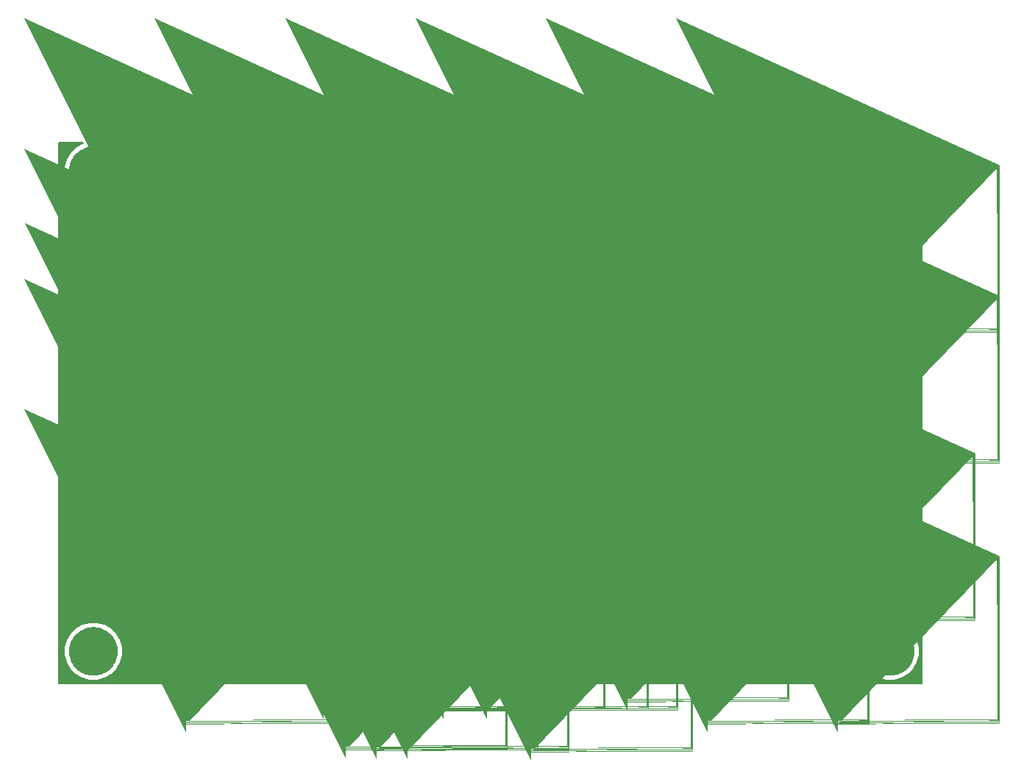
<source format=gbr>
%TF.GenerationSoftware,Flux,Pcbnew,7.0.11-7.0.11~ubuntu20.04.1*%
%TF.CreationDate,2025-03-04T17:49:28+00:00*%
%TF.ProjectId,input,696e7075-742e-46b6-9963-61645f706362,rev?*%
%TF.SameCoordinates,Original*%
%TF.FileFunction,Copper,L4,Bot*%
%TF.FilePolarity,Positive*%
%FSLAX46Y46*%
G04 Gerber Fmt 4.6, Leading zero omitted, Abs format (unit mm)*
G04 Filename: balance-board-2*
G04 Build it with Flux! Visit our site at: https://www.flux.ai (PCBNEW 7.0.11-7.0.11~ubuntu20.04.1) date 2025-03-04 17:49:28*
%MOMM*%
%LPD*%
G01*
G04 APERTURE LIST*
G04 Aperture macros list*
%AMFreePoly0*
4,1,9,0.000354,0.000354,0.000500,0.000000,0.000354,-0.000354,0.000000,-0.000500,-0.000354,-0.000354,-0.000500,0.000000,-0.000354,0.000354,0.000000,0.000500,0.000354,0.000354,0.000354,0.000354,$1*%
%AMFreePoly1*
4,1,129,0.022069,0.299187,0.036723,0.297744,0.051289,0.295583,0.065730,0.292711,0.080014,0.289133,0.094105,0.284858,0.107969,0.279898,0.121572,0.274263,0.134883,0.267967,0.147869,0.261026,0.160499,0.253456,0.172742,0.245275,0.184569,0.236504,0.195952,0.227163,0.206862,0.217274,0.217274,0.206862,0.227163,0.195952,0.236504,0.184569,0.245275,0.172742,0.253456,0.160499,
0.261026,0.147869,0.267967,0.134883,0.274263,0.121572,0.279898,0.107969,0.284858,0.094105,0.289133,0.080014,0.292711,0.065730,0.295583,0.051289,0.297744,0.036723,0.299187,0.022069,0.299910,0.007362,0.299910,-0.007362,0.299187,-0.022069,0.297744,-0.036723,0.295583,-0.051289,0.292711,-0.065730,0.289133,-0.080014,0.284858,-0.094105,0.279898,-0.107969,0.274263,-0.121572,
0.267967,-0.134883,0.261026,-0.147869,0.253456,-0.160499,0.245275,-0.172742,0.236504,-0.184569,0.227163,-0.195952,0.217274,-0.206862,0.206862,-0.217274,0.195952,-0.227163,0.184569,-0.236504,0.172742,-0.245275,0.160499,-0.253456,0.147869,-0.261026,0.134883,-0.267967,0.121572,-0.274263,0.107969,-0.279898,0.094105,-0.284858,0.080014,-0.289133,0.065730,-0.292711,0.051289,-0.295583,
0.036723,-0.297744,0.022069,-0.299187,0.007362,-0.299910,-0.007362,-0.299910,-0.022069,-0.299187,-0.036723,-0.297744,-0.051289,-0.295583,-0.065730,-0.292711,-0.080014,-0.289133,-0.094105,-0.284858,-0.107969,-0.279898,-0.121572,-0.274263,-0.134883,-0.267967,-0.147869,-0.261026,-0.160499,-0.253456,-0.172742,-0.245275,-0.184569,-0.236504,-0.195952,-0.227163,-0.206862,-0.217274,-0.217274,-0.206862,
-0.227163,-0.195952,-0.236504,-0.184569,-0.245275,-0.172742,-0.253456,-0.160499,-0.261026,-0.147869,-0.267967,-0.134883,-0.274263,-0.121572,-0.279898,-0.107969,-0.284858,-0.094105,-0.289133,-0.080014,-0.292711,-0.065730,-0.295583,-0.051289,-0.297744,-0.036723,-0.299187,-0.022069,-0.299910,-0.007362,-0.299910,0.007362,-0.299187,0.022069,-0.297744,0.036723,-0.295583,0.051289,-0.292711,0.065730,
-0.289133,0.080014,-0.284858,0.094105,-0.279898,0.107969,-0.274263,0.121572,-0.267967,0.134883,-0.261026,0.147869,-0.253456,0.160499,-0.245275,0.172742,-0.236504,0.184569,-0.227163,0.195952,-0.217274,0.206862,-0.206862,0.217274,-0.195952,0.227163,-0.184569,0.236504,-0.172742,0.245275,-0.160499,0.253456,-0.147869,0.261026,-0.134883,0.267967,-0.121572,0.274263,-0.107969,0.279898,
-0.094105,0.284858,-0.080014,0.289133,-0.065730,0.292711,-0.051289,0.295583,-0.036723,0.297744,-0.022069,0.299187,-0.007362,0.299910,0.007362,0.299910,0.022069,0.299187,0.022069,0.299187,$1*%
G04 Aperture macros list end*
%TA.AperFunction,ComponentPad*%
%ADD10FreePoly0,0.000000*%
%TD*%
%TA.AperFunction,ComponentPad*%
%ADD11FreePoly1,0.000000*%
%TD*%
%TA.AperFunction,Conductor*%
%ADD12C,0.781400*%
%TD*%
G04 APERTURE END LIST*
%TA.AperFunction,EtchedComponent*%
%TO.C,*%
G36*
X-19365180Y18645872D02*
G01*
X-19283368Y18629598D01*
X-19203544Y18605384D01*
X-19126479Y18573463D01*
X-19052913Y18534141D01*
X-18983556Y18487798D01*
X-18919076Y18434881D01*
X-18860092Y18375897D01*
X-18807174Y18311417D01*
X-18760831Y18242060D01*
X-18721509Y18168494D01*
X-18689588Y18091429D01*
X-18665374Y18011606D01*
X-18649100Y17929793D01*
X-18640924Y17846780D01*
X-18640924Y17763365D01*
X-18649100Y17680351D01*
X-18665373Y17598539D01*
X-18689587Y17518716D01*
X-18721509Y17441650D01*
X-18760830Y17368085D01*
X-18807173Y17298728D01*
X-18860091Y17234247D01*
X-18919074Y17175264D01*
X-18983555Y17122346D01*
X-19052912Y17076003D01*
X-19126477Y17036681D01*
X-19203543Y17004759D01*
X-19283366Y16980545D01*
X-19365178Y16964272D01*
X-19448192Y16956095D01*
X-19531607Y16956095D01*
X-19614620Y16964271D01*
X-19696432Y16980545D01*
X-19776256Y17004759D01*
X-19853321Y17036680D01*
X-19926887Y17076002D01*
X-19996244Y17122345D01*
X-20060724Y17175262D01*
X-20119708Y17234246D01*
X-20172626Y17298726D01*
X-20218969Y17368083D01*
X-20258291Y17441649D01*
X-20290212Y17518714D01*
X-20314426Y17598538D01*
X-20330700Y17680350D01*
X-20338876Y17763363D01*
X-20338876Y17846778D01*
X-20330700Y17929792D01*
X-20314427Y18011604D01*
X-20290213Y18091427D01*
X-20258291Y18168493D01*
X-20218970Y18242058D01*
X-20172627Y18311415D01*
X-20119709Y18375896D01*
X-20060726Y18434879D01*
X-19996245Y18487797D01*
X-19926888Y18534140D01*
X-19853323Y18573462D01*
X-19776257Y18605384D01*
X-19696434Y18629598D01*
X-19614622Y18645871D01*
X-19531608Y18654048D01*
X-19448193Y18654048D01*
X-19365180Y18645872D01*
G37*
%TD.AperFunction*%
%TA.AperFunction,EtchedComponent*%
G36*
X-19365180Y18645872D02*
G01*
X-19283368Y18629598D01*
X-19203544Y18605384D01*
X-19126479Y18573463D01*
X-19052913Y18534141D01*
X-18983556Y18487798D01*
X-18919076Y18434881D01*
X-18860092Y18375897D01*
X-18807174Y18311417D01*
X-18760831Y18242060D01*
X-18721509Y18168494D01*
X-18689588Y18091429D01*
X-18665374Y18011606D01*
X-18649100Y17929793D01*
X-18640924Y17846780D01*
X-18640924Y17763365D01*
X-18649100Y17680351D01*
X-18665373Y17598539D01*
X-18689587Y17518716D01*
X-18721509Y17441650D01*
X-18760830Y17368085D01*
X-18807173Y17298728D01*
X-18860091Y17234247D01*
X-18919074Y17175264D01*
X-18983555Y17122346D01*
X-19052912Y17076003D01*
X-19126477Y17036681D01*
X-19203543Y17004759D01*
X-19283366Y16980545D01*
X-19365178Y16964272D01*
X-19448192Y16956095D01*
X-19531607Y16956095D01*
X-19614620Y16964271D01*
X-19696432Y16980545D01*
X-19776256Y17004759D01*
X-19853321Y17036680D01*
X-19926887Y17076002D01*
X-19996244Y17122345D01*
X-20060724Y17175262D01*
X-20119708Y17234246D01*
X-20172626Y17298726D01*
X-20218969Y17368083D01*
X-20258291Y17441649D01*
X-20290212Y17518714D01*
X-20314426Y17598538D01*
X-20330700Y17680350D01*
X-20338876Y17763363D01*
X-20338876Y17846778D01*
X-20330700Y17929792D01*
X-20314427Y18011604D01*
X-20290213Y18091427D01*
X-20258291Y18168493D01*
X-20218970Y18242058D01*
X-20172627Y18311415D01*
X-20119709Y18375896D01*
X-20060726Y18434879D01*
X-19996245Y18487797D01*
X-19926888Y18534140D01*
X-19853323Y18573462D01*
X-19776257Y18605384D01*
X-19696434Y18629598D01*
X-19614622Y18645871D01*
X-19531608Y18654048D01*
X-19448193Y18654048D01*
X-19365180Y18645872D01*
G37*
%TD.AperFunction*%
%TA.AperFunction,EtchedComponent*%
G36*
X-14285180Y18645877D02*
G01*
X-14203368Y18629603D01*
X-14123544Y18605389D01*
X-14046479Y18573468D01*
X-13972913Y18534146D01*
X-13903556Y18487804D01*
X-13839076Y18434886D01*
X-13780092Y18375902D01*
X-13727174Y18311422D01*
X-13680831Y18242065D01*
X-13641509Y18168499D01*
X-13609588Y18091434D01*
X-13585374Y18011611D01*
X-13569100Y17929798D01*
X-13560924Y17846785D01*
X-13560924Y17763370D01*
X-13569100Y17680357D01*
X-13585373Y17598544D01*
X-13609587Y17518721D01*
X-13641509Y17441656D01*
X-13680830Y17368090D01*
X-13727173Y17298733D01*
X-13780091Y17234252D01*
X-13839074Y17175269D01*
X-13903555Y17122351D01*
X-13972912Y17076008D01*
X-14046477Y17036686D01*
X-14123543Y17004765D01*
X-14203366Y16980550D01*
X-14285178Y16964277D01*
X-14368192Y16956101D01*
X-14451607Y16956101D01*
X-14534620Y16964277D01*
X-14616432Y16980550D01*
X-14696256Y17004764D01*
X-14773321Y17036685D01*
X-14846887Y17076007D01*
X-14916244Y17122350D01*
X-14980724Y17175268D01*
X-15039708Y17234251D01*
X-15092626Y17298732D01*
X-15138969Y17368089D01*
X-15178291Y17441654D01*
X-15210212Y17518720D01*
X-15234426Y17598543D01*
X-15250700Y17680355D01*
X-15258876Y17763368D01*
X-15258876Y17846783D01*
X-15250700Y17929797D01*
X-15234427Y18011609D01*
X-15210213Y18091432D01*
X-15178291Y18168498D01*
X-15138970Y18242063D01*
X-15092627Y18311420D01*
X-15039709Y18375901D01*
X-14980726Y18434885D01*
X-14916245Y18487803D01*
X-14846888Y18534146D01*
X-14773323Y18573467D01*
X-14696257Y18605389D01*
X-14616434Y18629603D01*
X-14534622Y18645877D01*
X-14451608Y18654053D01*
X-14368193Y18654053D01*
X-14285180Y18645877D01*
G37*
%TD.AperFunction*%
%TA.AperFunction,EtchedComponent*%
G36*
X-14285180Y18645877D02*
G01*
X-14203368Y18629603D01*
X-14123544Y18605389D01*
X-14046479Y18573468D01*
X-13972913Y18534146D01*
X-13903556Y18487804D01*
X-13839076Y18434886D01*
X-13780092Y18375902D01*
X-13727174Y18311422D01*
X-13680831Y18242065D01*
X-13641509Y18168499D01*
X-13609588Y18091434D01*
X-13585374Y18011611D01*
X-13569100Y17929798D01*
X-13560924Y17846785D01*
X-13560924Y17763370D01*
X-13569100Y17680357D01*
X-13585373Y17598544D01*
X-13609587Y17518721D01*
X-13641509Y17441656D01*
X-13680830Y17368090D01*
X-13727173Y17298733D01*
X-13780091Y17234252D01*
X-13839074Y17175269D01*
X-13903555Y17122351D01*
X-13972912Y17076008D01*
X-14046477Y17036686D01*
X-14123543Y17004765D01*
X-14203366Y16980550D01*
X-14285178Y16964277D01*
X-14368192Y16956101D01*
X-14451607Y16956101D01*
X-14534620Y16964277D01*
X-14616432Y16980550D01*
X-14696256Y17004764D01*
X-14773321Y17036685D01*
X-14846887Y17076007D01*
X-14916244Y17122350D01*
X-14980724Y17175268D01*
X-15039708Y17234251D01*
X-15092626Y17298732D01*
X-15138969Y17368089D01*
X-15178291Y17441654D01*
X-15210212Y17518720D01*
X-15234426Y17598543D01*
X-15250700Y17680355D01*
X-15258876Y17763368D01*
X-15258876Y17846783D01*
X-15250700Y17929797D01*
X-15234427Y18011609D01*
X-15210213Y18091432D01*
X-15178291Y18168498D01*
X-15138970Y18242063D01*
X-15092627Y18311420D01*
X-15039709Y18375901D01*
X-14980726Y18434885D01*
X-14916245Y18487803D01*
X-14846888Y18534146D01*
X-14773323Y18573467D01*
X-14696257Y18605389D01*
X-14616434Y18629603D01*
X-14534622Y18645877D01*
X-14451608Y18654053D01*
X-14368193Y18654053D01*
X-14285180Y18645877D01*
G37*
%TD.AperFunction*%
%TA.AperFunction,EtchedComponent*%
G36*
X3494820Y18645895D02*
G01*
X3576632Y18629622D01*
X3656456Y18605408D01*
X3733521Y18573486D01*
X3807087Y18534165D01*
X3876444Y18487822D01*
X3940924Y18434904D01*
X3999908Y18375921D01*
X4052826Y18311440D01*
X4099169Y18242083D01*
X4138491Y18168517D01*
X4170412Y18091452D01*
X4194626Y18011629D01*
X4210900Y17929817D01*
X4219076Y17846803D01*
X4219076Y17763388D01*
X4210900Y17680375D01*
X4194627Y17598563D01*
X4170413Y17518739D01*
X4138491Y17441674D01*
X4099170Y17368108D01*
X4052827Y17298751D01*
X3999909Y17234270D01*
X3940926Y17175287D01*
X3876445Y17122369D01*
X3807088Y17076026D01*
X3733523Y17036704D01*
X3656457Y17004783D01*
X3576634Y16980568D01*
X3494822Y16964295D01*
X3411808Y16956119D01*
X3328393Y16956119D01*
X3245380Y16964295D01*
X3163568Y16980568D01*
X3083744Y17004782D01*
X3006679Y17036704D01*
X2933113Y17076025D01*
X2863756Y17122368D01*
X2799276Y17175286D01*
X2740292Y17234269D01*
X2687374Y17298750D01*
X2641031Y17368107D01*
X2601709Y17441672D01*
X2569788Y17518738D01*
X2545574Y17598561D01*
X2529300Y17680373D01*
X2521124Y17763386D01*
X2521124Y17846801D01*
X2529300Y17929815D01*
X2545573Y18011627D01*
X2569787Y18091450D01*
X2601709Y18168516D01*
X2641030Y18242081D01*
X2687373Y18311439D01*
X2740291Y18375919D01*
X2799274Y18434903D01*
X2863755Y18487821D01*
X2933112Y18534164D01*
X3006677Y18573485D01*
X3083743Y18605407D01*
X3163566Y18629621D01*
X3245378Y18645895D01*
X3328392Y18654071D01*
X3411807Y18654071D01*
X3494820Y18645895D01*
G37*
%TD.AperFunction*%
%TA.AperFunction,EtchedComponent*%
G36*
X3494820Y18645895D02*
G01*
X3576632Y18629622D01*
X3656456Y18605408D01*
X3733521Y18573486D01*
X3807087Y18534165D01*
X3876444Y18487822D01*
X3940924Y18434904D01*
X3999908Y18375921D01*
X4052826Y18311440D01*
X4099169Y18242083D01*
X4138491Y18168517D01*
X4170412Y18091452D01*
X4194626Y18011629D01*
X4210900Y17929817D01*
X4219076Y17846803D01*
X4219076Y17763388D01*
X4210900Y17680375D01*
X4194627Y17598563D01*
X4170413Y17518739D01*
X4138491Y17441674D01*
X4099170Y17368108D01*
X4052827Y17298751D01*
X3999909Y17234270D01*
X3940926Y17175287D01*
X3876445Y17122369D01*
X3807088Y17076026D01*
X3733523Y17036704D01*
X3656457Y17004783D01*
X3576634Y16980568D01*
X3494822Y16964295D01*
X3411808Y16956119D01*
X3328393Y16956119D01*
X3245380Y16964295D01*
X3163568Y16980568D01*
X3083744Y17004782D01*
X3006679Y17036704D01*
X2933113Y17076025D01*
X2863756Y17122368D01*
X2799276Y17175286D01*
X2740292Y17234269D01*
X2687374Y17298750D01*
X2641031Y17368107D01*
X2601709Y17441672D01*
X2569788Y17518738D01*
X2545574Y17598561D01*
X2529300Y17680373D01*
X2521124Y17763386D01*
X2521124Y17846801D01*
X2529300Y17929815D01*
X2545573Y18011627D01*
X2569787Y18091450D01*
X2601709Y18168516D01*
X2641030Y18242081D01*
X2687373Y18311439D01*
X2740291Y18375919D01*
X2799274Y18434903D01*
X2863755Y18487821D01*
X2933112Y18534164D01*
X3006677Y18573485D01*
X3083743Y18605407D01*
X3163566Y18629621D01*
X3245378Y18645895D01*
X3328392Y18654071D01*
X3411807Y18654071D01*
X3494820Y18645895D01*
G37*
%TD.AperFunction*%
%TA.AperFunction,EtchedComponent*%
G36*
X-26985180Y18645864D02*
G01*
X-26903368Y18629591D01*
X-26823544Y18605376D01*
X-26746479Y18573455D01*
X-26672913Y18534134D01*
X-26603556Y18487791D01*
X-26539076Y18434873D01*
X-26480092Y18375889D01*
X-26427174Y18311409D01*
X-26380831Y18242052D01*
X-26341509Y18168486D01*
X-26309588Y18091421D01*
X-26285374Y18011598D01*
X-26269100Y17929786D01*
X-26260924Y17846772D01*
X-26260924Y17763357D01*
X-26269100Y17680344D01*
X-26285373Y17598531D01*
X-26309587Y17518708D01*
X-26341509Y17441643D01*
X-26380830Y17368077D01*
X-26427173Y17298720D01*
X-26480091Y17234239D01*
X-26539074Y17175256D01*
X-26603555Y17122338D01*
X-26672912Y17075995D01*
X-26746477Y17036673D01*
X-26823543Y17004752D01*
X-26903366Y16980537D01*
X-26985178Y16964264D01*
X-27068192Y16956088D01*
X-27151607Y16956088D01*
X-27234620Y16964264D01*
X-27316432Y16980537D01*
X-27396256Y17004751D01*
X-27473321Y17036672D01*
X-27546887Y17075994D01*
X-27616244Y17122337D01*
X-27680724Y17175255D01*
X-27739708Y17234238D01*
X-27792626Y17298719D01*
X-27838969Y17368076D01*
X-27878291Y17441641D01*
X-27910212Y17518707D01*
X-27934426Y17598530D01*
X-27950700Y17680342D01*
X-27958876Y17763355D01*
X-27958876Y17846770D01*
X-27950700Y17929784D01*
X-27934427Y18011596D01*
X-27910213Y18091419D01*
X-27878291Y18168485D01*
X-27838970Y18242050D01*
X-27792627Y18311407D01*
X-27739709Y18375888D01*
X-27680726Y18434872D01*
X-27616245Y18487790D01*
X-27546888Y18534133D01*
X-27473323Y18573454D01*
X-27396257Y18605376D01*
X-27316434Y18629590D01*
X-27234622Y18645864D01*
X-27151608Y18654040D01*
X-27068193Y18654040D01*
X-26985180Y18645864D01*
G37*
%TD.AperFunction*%
%TA.AperFunction,EtchedComponent*%
G36*
X-26985180Y18645864D02*
G01*
X-26903368Y18629591D01*
X-26823544Y18605376D01*
X-26746479Y18573455D01*
X-26672913Y18534134D01*
X-26603556Y18487791D01*
X-26539076Y18434873D01*
X-26480092Y18375889D01*
X-26427174Y18311409D01*
X-26380831Y18242052D01*
X-26341509Y18168486D01*
X-26309588Y18091421D01*
X-26285374Y18011598D01*
X-26269100Y17929786D01*
X-26260924Y17846772D01*
X-26260924Y17763357D01*
X-26269100Y17680344D01*
X-26285373Y17598531D01*
X-26309587Y17518708D01*
X-26341509Y17441643D01*
X-26380830Y17368077D01*
X-26427173Y17298720D01*
X-26480091Y17234239D01*
X-26539074Y17175256D01*
X-26603555Y17122338D01*
X-26672912Y17075995D01*
X-26746477Y17036673D01*
X-26823543Y17004752D01*
X-26903366Y16980537D01*
X-26985178Y16964264D01*
X-27068192Y16956088D01*
X-27151607Y16956088D01*
X-27234620Y16964264D01*
X-27316432Y16980537D01*
X-27396256Y17004751D01*
X-27473321Y17036672D01*
X-27546887Y17075994D01*
X-27616244Y17122337D01*
X-27680724Y17175255D01*
X-27739708Y17234238D01*
X-27792626Y17298719D01*
X-27838969Y17368076D01*
X-27878291Y17441641D01*
X-27910212Y17518707D01*
X-27934426Y17598530D01*
X-27950700Y17680342D01*
X-27958876Y17763355D01*
X-27958876Y17846770D01*
X-27950700Y17929784D01*
X-27934427Y18011596D01*
X-27910213Y18091419D01*
X-27878291Y18168485D01*
X-27838970Y18242050D01*
X-27792627Y18311407D01*
X-27739709Y18375888D01*
X-27680726Y18434872D01*
X-27616245Y18487790D01*
X-27546888Y18534133D01*
X-27473323Y18573454D01*
X-27396257Y18605376D01*
X-27316434Y18629590D01*
X-27234622Y18645864D01*
X-27151608Y18654040D01*
X-27068193Y18654040D01*
X-26985180Y18645864D01*
G37*
%TD.AperFunction*%
%TA.AperFunction,EtchedComponent*%
G36*
X-1585180Y18645890D02*
G01*
X-1503368Y18629616D01*
X-1423544Y18605402D01*
X-1346479Y18573481D01*
X-1272913Y18534159D01*
X-1203556Y18487817D01*
X-1139076Y18434899D01*
X-1080092Y18375915D01*
X-1027174Y18311435D01*
X-980831Y18242078D01*
X-941509Y18168512D01*
X-909588Y18091447D01*
X-885374Y18011624D01*
X-869100Y17929811D01*
X-860924Y17846798D01*
X-860924Y17763383D01*
X-869100Y17680370D01*
X-885373Y17598557D01*
X-909587Y17518734D01*
X-941509Y17441669D01*
X-980830Y17368103D01*
X-1027173Y17298746D01*
X-1080091Y17234265D01*
X-1139074Y17175282D01*
X-1203555Y17122364D01*
X-1272912Y17076021D01*
X-1346477Y17036699D01*
X-1423543Y17004777D01*
X-1503366Y16980563D01*
X-1585178Y16964290D01*
X-1668192Y16956114D01*
X-1751607Y16956113D01*
X-1834620Y16964289D01*
X-1916432Y16980563D01*
X-1996256Y17004777D01*
X-2073321Y17036698D01*
X-2146887Y17076020D01*
X-2216244Y17122363D01*
X-2280724Y17175281D01*
X-2339708Y17234264D01*
X-2392626Y17298745D01*
X-2438969Y17368102D01*
X-2478291Y17441667D01*
X-2510212Y17518732D01*
X-2534426Y17598556D01*
X-2550700Y17680368D01*
X-2558876Y17763381D01*
X-2558876Y17846796D01*
X-2550700Y17929810D01*
X-2534427Y18011622D01*
X-2510213Y18091445D01*
X-2478291Y18168511D01*
X-2438970Y18242076D01*
X-2392627Y18311433D01*
X-2339709Y18375914D01*
X-2280726Y18434898D01*
X-2216245Y18487816D01*
X-2146888Y18534159D01*
X-2073323Y18573480D01*
X-1996257Y18605402D01*
X-1916434Y18629616D01*
X-1834622Y18645890D01*
X-1751608Y18654066D01*
X-1668193Y18654066D01*
X-1585180Y18645890D01*
G37*
%TD.AperFunction*%
%TA.AperFunction,EtchedComponent*%
G36*
X-1585180Y18645890D02*
G01*
X-1503368Y18629616D01*
X-1423544Y18605402D01*
X-1346479Y18573481D01*
X-1272913Y18534159D01*
X-1203556Y18487817D01*
X-1139076Y18434899D01*
X-1080092Y18375915D01*
X-1027174Y18311435D01*
X-980831Y18242078D01*
X-941509Y18168512D01*
X-909588Y18091447D01*
X-885374Y18011624D01*
X-869100Y17929811D01*
X-860924Y17846798D01*
X-860924Y17763383D01*
X-869100Y17680370D01*
X-885373Y17598557D01*
X-909587Y17518734D01*
X-941509Y17441669D01*
X-980830Y17368103D01*
X-1027173Y17298746D01*
X-1080091Y17234265D01*
X-1139074Y17175282D01*
X-1203555Y17122364D01*
X-1272912Y17076021D01*
X-1346477Y17036699D01*
X-1423543Y17004777D01*
X-1503366Y16980563D01*
X-1585178Y16964290D01*
X-1668192Y16956114D01*
X-1751607Y16956113D01*
X-1834620Y16964289D01*
X-1916432Y16980563D01*
X-1996256Y17004777D01*
X-2073321Y17036698D01*
X-2146887Y17076020D01*
X-2216244Y17122363D01*
X-2280724Y17175281D01*
X-2339708Y17234264D01*
X-2392626Y17298745D01*
X-2438969Y17368102D01*
X-2478291Y17441667D01*
X-2510212Y17518732D01*
X-2534426Y17598556D01*
X-2550700Y17680368D01*
X-2558876Y17763381D01*
X-2558876Y17846796D01*
X-2550700Y17929810D01*
X-2534427Y18011622D01*
X-2510213Y18091445D01*
X-2478291Y18168511D01*
X-2438970Y18242076D01*
X-2392627Y18311433D01*
X-2339709Y18375914D01*
X-2280726Y18434898D01*
X-2216245Y18487816D01*
X-2146888Y18534159D01*
X-2073323Y18573480D01*
X-1996257Y18605402D01*
X-1916434Y18629616D01*
X-1834622Y18645890D01*
X-1751608Y18654066D01*
X-1668193Y18654066D01*
X-1585180Y18645890D01*
G37*
%TD.AperFunction*%
%TA.AperFunction,EtchedComponent*%
G36*
X6034820Y18645898D02*
G01*
X6116632Y18629624D01*
X6196456Y18605410D01*
X6273521Y18573489D01*
X6347087Y18534167D01*
X6416444Y18487824D01*
X6480924Y18434906D01*
X6539908Y18375923D01*
X6592826Y18311443D01*
X6639169Y18242085D01*
X6678491Y18168520D01*
X6710412Y18091455D01*
X6734626Y18011631D01*
X6750900Y17929819D01*
X6759076Y17846806D01*
X6759076Y17763391D01*
X6750900Y17680377D01*
X6734627Y17598565D01*
X6710413Y17518742D01*
X6678491Y17441676D01*
X6639170Y17368111D01*
X6592827Y17298754D01*
X6539909Y17234273D01*
X6480926Y17175290D01*
X6416445Y17122372D01*
X6347088Y17076029D01*
X6273523Y17036707D01*
X6196457Y17004785D01*
X6116634Y16980571D01*
X6034822Y16964298D01*
X5951808Y16956121D01*
X5868393Y16956121D01*
X5785380Y16964297D01*
X5703568Y16980571D01*
X5623744Y17004785D01*
X5546679Y17036706D01*
X5473113Y17076028D01*
X5403756Y17122370D01*
X5339276Y17175288D01*
X5280292Y17234272D01*
X5227374Y17298752D01*
X5181031Y17368109D01*
X5141709Y17441675D01*
X5109788Y17518740D01*
X5085574Y17598563D01*
X5069300Y17680376D01*
X5061124Y17763389D01*
X5061124Y17846804D01*
X5069300Y17929817D01*
X5085573Y18011630D01*
X5109787Y18091453D01*
X5141709Y18168518D01*
X5181030Y18242084D01*
X5227373Y18311441D01*
X5280291Y18375922D01*
X5339274Y18434905D01*
X5403755Y18487823D01*
X5473112Y18534166D01*
X5546677Y18573488D01*
X5623743Y18605410D01*
X5703566Y18629624D01*
X5785378Y18645897D01*
X5868392Y18654074D01*
X5951807Y18654074D01*
X6034820Y18645898D01*
G37*
%TD.AperFunction*%
%TA.AperFunction,EtchedComponent*%
G36*
X6034820Y18645898D02*
G01*
X6116632Y18629624D01*
X6196456Y18605410D01*
X6273521Y18573489D01*
X6347087Y18534167D01*
X6416444Y18487824D01*
X6480924Y18434906D01*
X6539908Y18375923D01*
X6592826Y18311443D01*
X6639169Y18242085D01*
X6678491Y18168520D01*
X6710412Y18091455D01*
X6734626Y18011631D01*
X6750900Y17929819D01*
X6759076Y17846806D01*
X6759076Y17763391D01*
X6750900Y17680377D01*
X6734627Y17598565D01*
X6710413Y17518742D01*
X6678491Y17441676D01*
X6639170Y17368111D01*
X6592827Y17298754D01*
X6539909Y17234273D01*
X6480926Y17175290D01*
X6416445Y17122372D01*
X6347088Y17076029D01*
X6273523Y17036707D01*
X6196457Y17004785D01*
X6116634Y16980571D01*
X6034822Y16964298D01*
X5951808Y16956121D01*
X5868393Y16956121D01*
X5785380Y16964297D01*
X5703568Y16980571D01*
X5623744Y17004785D01*
X5546679Y17036706D01*
X5473113Y17076028D01*
X5403756Y17122370D01*
X5339276Y17175288D01*
X5280292Y17234272D01*
X5227374Y17298752D01*
X5181031Y17368109D01*
X5141709Y17441675D01*
X5109788Y17518740D01*
X5085574Y17598563D01*
X5069300Y17680376D01*
X5061124Y17763389D01*
X5061124Y17846804D01*
X5069300Y17929817D01*
X5085573Y18011630D01*
X5109787Y18091453D01*
X5141709Y18168518D01*
X5181030Y18242084D01*
X5227373Y18311441D01*
X5280291Y18375922D01*
X5339274Y18434905D01*
X5403755Y18487823D01*
X5473112Y18534166D01*
X5546677Y18573488D01*
X5623743Y18605410D01*
X5703566Y18629624D01*
X5785378Y18645897D01*
X5868392Y18654074D01*
X5951807Y18654074D01*
X6034820Y18645898D01*
G37*
%TD.AperFunction*%
%TA.AperFunction,EtchedComponent*%
G36*
X-24445180Y18645866D02*
G01*
X-24363368Y18629593D01*
X-24283544Y18605379D01*
X-24206479Y18573458D01*
X-24132913Y18534136D01*
X-24063556Y18487793D01*
X-23999076Y18434875D01*
X-23940092Y18375892D01*
X-23887174Y18311411D01*
X-23840831Y18242054D01*
X-23801509Y18168489D01*
X-23769588Y18091424D01*
X-23745374Y18011600D01*
X-23729100Y17929788D01*
X-23720924Y17846775D01*
X-23720924Y17763360D01*
X-23729100Y17680346D01*
X-23745373Y17598534D01*
X-23769587Y17518711D01*
X-23801509Y17441645D01*
X-23840830Y17368080D01*
X-23887173Y17298723D01*
X-23940091Y17234242D01*
X-23999074Y17175258D01*
X-24063555Y17122340D01*
X-24132912Y17075997D01*
X-24206477Y17036676D01*
X-24283543Y17004754D01*
X-24363366Y16980540D01*
X-24445178Y16964266D01*
X-24528192Y16956090D01*
X-24611607Y16956090D01*
X-24694620Y16964266D01*
X-24776432Y16980540D01*
X-24856256Y17004754D01*
X-24933321Y17036675D01*
X-25006887Y17075997D01*
X-25076244Y17122339D01*
X-25140724Y17175257D01*
X-25199708Y17234241D01*
X-25252626Y17298721D01*
X-25298969Y17368078D01*
X-25338291Y17441644D01*
X-25370212Y17518709D01*
X-25394426Y17598532D01*
X-25410700Y17680345D01*
X-25418876Y17763358D01*
X-25418876Y17846773D01*
X-25410700Y17929786D01*
X-25394427Y18011599D01*
X-25370213Y18091422D01*
X-25338291Y18168487D01*
X-25298970Y18242053D01*
X-25252627Y18311410D01*
X-25199709Y18375891D01*
X-25140726Y18434874D01*
X-25076245Y18487792D01*
X-25006888Y18534135D01*
X-24933323Y18573457D01*
X-24856257Y18605378D01*
X-24776434Y18629593D01*
X-24694622Y18645866D01*
X-24611608Y18654042D01*
X-24528193Y18654043D01*
X-24445180Y18645866D01*
G37*
%TD.AperFunction*%
%TA.AperFunction,EtchedComponent*%
G36*
X-24445180Y18645866D02*
G01*
X-24363368Y18629593D01*
X-24283544Y18605379D01*
X-24206479Y18573458D01*
X-24132913Y18534136D01*
X-24063556Y18487793D01*
X-23999076Y18434875D01*
X-23940092Y18375892D01*
X-23887174Y18311411D01*
X-23840831Y18242054D01*
X-23801509Y18168489D01*
X-23769588Y18091424D01*
X-23745374Y18011600D01*
X-23729100Y17929788D01*
X-23720924Y17846775D01*
X-23720924Y17763360D01*
X-23729100Y17680346D01*
X-23745373Y17598534D01*
X-23769587Y17518711D01*
X-23801509Y17441645D01*
X-23840830Y17368080D01*
X-23887173Y17298723D01*
X-23940091Y17234242D01*
X-23999074Y17175258D01*
X-24063555Y17122340D01*
X-24132912Y17075997D01*
X-24206477Y17036676D01*
X-24283543Y17004754D01*
X-24363366Y16980540D01*
X-24445178Y16964266D01*
X-24528192Y16956090D01*
X-24611607Y16956090D01*
X-24694620Y16964266D01*
X-24776432Y16980540D01*
X-24856256Y17004754D01*
X-24933321Y17036675D01*
X-25006887Y17075997D01*
X-25076244Y17122339D01*
X-25140724Y17175257D01*
X-25199708Y17234241D01*
X-25252626Y17298721D01*
X-25298969Y17368078D01*
X-25338291Y17441644D01*
X-25370212Y17518709D01*
X-25394426Y17598532D01*
X-25410700Y17680345D01*
X-25418876Y17763358D01*
X-25418876Y17846773D01*
X-25410700Y17929786D01*
X-25394427Y18011599D01*
X-25370213Y18091422D01*
X-25338291Y18168487D01*
X-25298970Y18242053D01*
X-25252627Y18311410D01*
X-25199709Y18375891D01*
X-25140726Y18434874D01*
X-25076245Y18487792D01*
X-25006888Y18534135D01*
X-24933323Y18573457D01*
X-24856257Y18605378D01*
X-24776434Y18629593D01*
X-24694622Y18645866D01*
X-24611608Y18654042D01*
X-24528193Y18654043D01*
X-24445180Y18645866D01*
G37*
%TD.AperFunction*%
%TA.AperFunction,EtchedComponent*%
G36*
X-4125180Y18645887D02*
G01*
X-4043368Y18629614D01*
X-3963544Y18605400D01*
X-3886479Y18573478D01*
X-3812913Y18534157D01*
X-3743556Y18487814D01*
X-3679076Y18434896D01*
X-3620092Y18375913D01*
X-3567174Y18311432D01*
X-3520831Y18242075D01*
X-3481509Y18168510D01*
X-3449588Y18091444D01*
X-3425374Y18011621D01*
X-3409100Y17929809D01*
X-3400924Y17846795D01*
X-3400924Y17763380D01*
X-3409100Y17680367D01*
X-3425373Y17598555D01*
X-3449587Y17518731D01*
X-3481509Y17441666D01*
X-3520830Y17368100D01*
X-3567173Y17298743D01*
X-3620091Y17234263D01*
X-3679074Y17175279D01*
X-3743555Y17122361D01*
X-3812912Y17076018D01*
X-3886477Y17036697D01*
X-3963543Y17004775D01*
X-4043366Y16980561D01*
X-4125178Y16964287D01*
X-4208192Y16956111D01*
X-4291607Y16956111D01*
X-4374620Y16964287D01*
X-4456432Y16980560D01*
X-4536256Y17004774D01*
X-4613321Y17036696D01*
X-4686887Y17076017D01*
X-4756244Y17122360D01*
X-4820724Y17175278D01*
X-4879708Y17234261D01*
X-4932626Y17298742D01*
X-4978969Y17368099D01*
X-5018291Y17441664D01*
X-5050212Y17518730D01*
X-5074426Y17598553D01*
X-5090700Y17680365D01*
X-5098876Y17763379D01*
X-5098876Y17846794D01*
X-5090700Y17929807D01*
X-5074427Y18011619D01*
X-5050213Y18091443D01*
X-5018291Y18168508D01*
X-4978970Y18242074D01*
X-4932627Y18311431D01*
X-4879709Y18375912D01*
X-4820726Y18434895D01*
X-4756245Y18487813D01*
X-4686888Y18534156D01*
X-4613323Y18573478D01*
X-4536257Y18605399D01*
X-4456434Y18629613D01*
X-4374622Y18645887D01*
X-4291608Y18654063D01*
X-4208193Y18654063D01*
X-4125180Y18645887D01*
G37*
%TD.AperFunction*%
%TA.AperFunction,EtchedComponent*%
G36*
X-4125180Y18645887D02*
G01*
X-4043368Y18629614D01*
X-3963544Y18605400D01*
X-3886479Y18573478D01*
X-3812913Y18534157D01*
X-3743556Y18487814D01*
X-3679076Y18434896D01*
X-3620092Y18375913D01*
X-3567174Y18311432D01*
X-3520831Y18242075D01*
X-3481509Y18168510D01*
X-3449588Y18091444D01*
X-3425374Y18011621D01*
X-3409100Y17929809D01*
X-3400924Y17846795D01*
X-3400924Y17763380D01*
X-3409100Y17680367D01*
X-3425373Y17598555D01*
X-3449587Y17518731D01*
X-3481509Y17441666D01*
X-3520830Y17368100D01*
X-3567173Y17298743D01*
X-3620091Y17234263D01*
X-3679074Y17175279D01*
X-3743555Y17122361D01*
X-3812912Y17076018D01*
X-3886477Y17036697D01*
X-3963543Y17004775D01*
X-4043366Y16980561D01*
X-4125178Y16964287D01*
X-4208192Y16956111D01*
X-4291607Y16956111D01*
X-4374620Y16964287D01*
X-4456432Y16980560D01*
X-4536256Y17004774D01*
X-4613321Y17036696D01*
X-4686887Y17076017D01*
X-4756244Y17122360D01*
X-4820724Y17175278D01*
X-4879708Y17234261D01*
X-4932626Y17298742D01*
X-4978969Y17368099D01*
X-5018291Y17441664D01*
X-5050212Y17518730D01*
X-5074426Y17598553D01*
X-5090700Y17680365D01*
X-5098876Y17763379D01*
X-5098876Y17846794D01*
X-5090700Y17929807D01*
X-5074427Y18011619D01*
X-5050213Y18091443D01*
X-5018291Y18168508D01*
X-4978970Y18242074D01*
X-4932627Y18311431D01*
X-4879709Y18375912D01*
X-4820726Y18434895D01*
X-4756245Y18487813D01*
X-4686888Y18534156D01*
X-4613323Y18573478D01*
X-4536257Y18605399D01*
X-4456434Y18629613D01*
X-4374622Y18645887D01*
X-4291608Y18654063D01*
X-4208193Y18654063D01*
X-4125180Y18645887D01*
G37*
%TD.AperFunction*%
%TA.AperFunction,EtchedComponent*%
G36*
X-21905180Y18645869D02*
G01*
X-21823368Y18629596D01*
X-21743544Y18605382D01*
X-21666479Y18573460D01*
X-21592913Y18534139D01*
X-21523556Y18487796D01*
X-21459076Y18434878D01*
X-21400092Y18375895D01*
X-21347174Y18311414D01*
X-21300831Y18242057D01*
X-21261509Y18168492D01*
X-21229588Y18091426D01*
X-21205374Y18011603D01*
X-21189100Y17929791D01*
X-21180924Y17846777D01*
X-21180924Y17763362D01*
X-21189100Y17680349D01*
X-21205373Y17598537D01*
X-21229587Y17518713D01*
X-21261509Y17441648D01*
X-21300830Y17368082D01*
X-21347173Y17298725D01*
X-21400091Y17234244D01*
X-21459074Y17175261D01*
X-21523555Y17122343D01*
X-21592912Y17076000D01*
X-21666477Y17036678D01*
X-21743543Y17004757D01*
X-21823366Y16980543D01*
X-21905178Y16964269D01*
X-21988192Y16956093D01*
X-22071607Y16956093D01*
X-22154620Y16964269D01*
X-22236432Y16980542D01*
X-22316256Y17004756D01*
X-22393321Y17036678D01*
X-22466887Y17075999D01*
X-22536244Y17122342D01*
X-22600724Y17175260D01*
X-22659708Y17234243D01*
X-22712626Y17298724D01*
X-22758969Y17368081D01*
X-22798291Y17441646D01*
X-22830212Y17518712D01*
X-22854426Y17598535D01*
X-22870700Y17680347D01*
X-22878876Y17763361D01*
X-22878876Y17846776D01*
X-22870700Y17929789D01*
X-22854427Y18011601D01*
X-22830213Y18091424D01*
X-22798291Y18168490D01*
X-22758970Y18242056D01*
X-22712627Y18311413D01*
X-22659709Y18375893D01*
X-22600726Y18434877D01*
X-22536245Y18487795D01*
X-22466888Y18534138D01*
X-22393323Y18573459D01*
X-22316257Y18605381D01*
X-22236434Y18629595D01*
X-22154622Y18645869D01*
X-22071608Y18654045D01*
X-21988193Y18654045D01*
X-21905180Y18645869D01*
G37*
%TD.AperFunction*%
%TA.AperFunction,EtchedComponent*%
G36*
X-21905180Y18645869D02*
G01*
X-21823368Y18629596D01*
X-21743544Y18605382D01*
X-21666479Y18573460D01*
X-21592913Y18534139D01*
X-21523556Y18487796D01*
X-21459076Y18434878D01*
X-21400092Y18375895D01*
X-21347174Y18311414D01*
X-21300831Y18242057D01*
X-21261509Y18168492D01*
X-21229588Y18091426D01*
X-21205374Y18011603D01*
X-21189100Y17929791D01*
X-21180924Y17846777D01*
X-21180924Y17763362D01*
X-21189100Y17680349D01*
X-21205373Y17598537D01*
X-21229587Y17518713D01*
X-21261509Y17441648D01*
X-21300830Y17368082D01*
X-21347173Y17298725D01*
X-21400091Y17234244D01*
X-21459074Y17175261D01*
X-21523555Y17122343D01*
X-21592912Y17076000D01*
X-21666477Y17036678D01*
X-21743543Y17004757D01*
X-21823366Y16980543D01*
X-21905178Y16964269D01*
X-21988192Y16956093D01*
X-22071607Y16956093D01*
X-22154620Y16964269D01*
X-22236432Y16980542D01*
X-22316256Y17004756D01*
X-22393321Y17036678D01*
X-22466887Y17075999D01*
X-22536244Y17122342D01*
X-22600724Y17175260D01*
X-22659708Y17234243D01*
X-22712626Y17298724D01*
X-22758969Y17368081D01*
X-22798291Y17441646D01*
X-22830212Y17518712D01*
X-22854426Y17598535D01*
X-22870700Y17680347D01*
X-22878876Y17763361D01*
X-22878876Y17846776D01*
X-22870700Y17929789D01*
X-22854427Y18011601D01*
X-22830213Y18091424D01*
X-22798291Y18168490D01*
X-22758970Y18242056D01*
X-22712627Y18311413D01*
X-22659709Y18375893D01*
X-22600726Y18434877D01*
X-22536245Y18487795D01*
X-22466888Y18534138D01*
X-22393323Y18573459D01*
X-22316257Y18605381D01*
X-22236434Y18629595D01*
X-22154622Y18645869D01*
X-22071608Y18654045D01*
X-21988193Y18654045D01*
X-21905180Y18645869D01*
G37*
%TD.AperFunction*%
%TA.AperFunction,EtchedComponent*%
G36*
X9300101Y16955101D02*
G01*
X7600101Y16955099D01*
X7600099Y18655099D01*
X9300099Y18655101D01*
X9300101Y16955101D01*
G37*
%TD.AperFunction*%
%TA.AperFunction,EtchedComponent*%
G36*
X9300101Y16955101D02*
G01*
X7600101Y16955099D01*
X7600099Y18655099D01*
X9300099Y18655101D01*
X9300101Y16955101D01*
G37*
%TD.AperFunction*%
%TA.AperFunction,EtchedComponent*%
G36*
X-29525180Y18645861D02*
G01*
X-29443368Y18629588D01*
X-29363544Y18605374D01*
X-29286479Y18573452D01*
X-29212913Y18534131D01*
X-29143556Y18487788D01*
X-29079076Y18434870D01*
X-29020092Y18375887D01*
X-28967174Y18311406D01*
X-28920831Y18242049D01*
X-28881509Y18168484D01*
X-28849588Y18091418D01*
X-28825374Y18011595D01*
X-28809100Y17929783D01*
X-28800924Y17846770D01*
X-28800924Y17763354D01*
X-28809100Y17680341D01*
X-28825373Y17598529D01*
X-28849587Y17518706D01*
X-28881509Y17441640D01*
X-28920830Y17368075D01*
X-28967173Y17298717D01*
X-29020091Y17234237D01*
X-29079074Y17175253D01*
X-29143555Y17122335D01*
X-29212912Y17075992D01*
X-29286477Y17036671D01*
X-29363543Y17004749D01*
X-29443366Y16980535D01*
X-29525178Y16964261D01*
X-29608192Y16956085D01*
X-29691607Y16956085D01*
X-29774620Y16964261D01*
X-29856432Y16980534D01*
X-29936256Y17004748D01*
X-30013321Y17036670D01*
X-30086887Y17075991D01*
X-30156244Y17122334D01*
X-30220724Y17175252D01*
X-30279708Y17234235D01*
X-30332626Y17298716D01*
X-30378969Y17368073D01*
X-30418291Y17441639D01*
X-30450212Y17518704D01*
X-30474426Y17598527D01*
X-30490700Y17680339D01*
X-30498876Y17763353D01*
X-30498876Y17846768D01*
X-30490700Y17929781D01*
X-30474427Y18011593D01*
X-30450213Y18091417D01*
X-30418291Y18168482D01*
X-30378970Y18242048D01*
X-30332627Y18311405D01*
X-30279709Y18375886D01*
X-30220726Y18434869D01*
X-30156245Y18487787D01*
X-30086888Y18534130D01*
X-30013323Y18573452D01*
X-29936257Y18605373D01*
X-29856434Y18629588D01*
X-29774622Y18645861D01*
X-29691608Y18654037D01*
X-29608193Y18654037D01*
X-29525180Y18645861D01*
G37*
%TD.AperFunction*%
%TA.AperFunction,EtchedComponent*%
G36*
X-29525180Y18645861D02*
G01*
X-29443368Y18629588D01*
X-29363544Y18605374D01*
X-29286479Y18573452D01*
X-29212913Y18534131D01*
X-29143556Y18487788D01*
X-29079076Y18434870D01*
X-29020092Y18375887D01*
X-28967174Y18311406D01*
X-28920831Y18242049D01*
X-28881509Y18168484D01*
X-28849588Y18091418D01*
X-28825374Y18011595D01*
X-28809100Y17929783D01*
X-28800924Y17846770D01*
X-28800924Y17763354D01*
X-28809100Y17680341D01*
X-28825373Y17598529D01*
X-28849587Y17518706D01*
X-28881509Y17441640D01*
X-28920830Y17368075D01*
X-28967173Y17298717D01*
X-29020091Y17234237D01*
X-29079074Y17175253D01*
X-29143555Y17122335D01*
X-29212912Y17075992D01*
X-29286477Y17036671D01*
X-29363543Y17004749D01*
X-29443366Y16980535D01*
X-29525178Y16964261D01*
X-29608192Y16956085D01*
X-29691607Y16956085D01*
X-29774620Y16964261D01*
X-29856432Y16980534D01*
X-29936256Y17004748D01*
X-30013321Y17036670D01*
X-30086887Y17075991D01*
X-30156244Y17122334D01*
X-30220724Y17175252D01*
X-30279708Y17234235D01*
X-30332626Y17298716D01*
X-30378969Y17368073D01*
X-30418291Y17441639D01*
X-30450212Y17518704D01*
X-30474426Y17598527D01*
X-30490700Y17680339D01*
X-30498876Y17763353D01*
X-30498876Y17846768D01*
X-30490700Y17929781D01*
X-30474427Y18011593D01*
X-30450213Y18091417D01*
X-30418291Y18168482D01*
X-30378970Y18242048D01*
X-30332627Y18311405D01*
X-30279709Y18375886D01*
X-30220726Y18434869D01*
X-30156245Y18487787D01*
X-30086888Y18534130D01*
X-30013323Y18573452D01*
X-29936257Y18605373D01*
X-29856434Y18629588D01*
X-29774622Y18645861D01*
X-29691608Y18654037D01*
X-29608193Y18654037D01*
X-29525180Y18645861D01*
G37*
%TD.AperFunction*%
%TA.AperFunction,EtchedComponent*%
G36*
X-9205180Y18645882D02*
G01*
X-9123368Y18629609D01*
X-9043544Y18605395D01*
X-8966479Y18573473D01*
X-8892913Y18534152D01*
X-8823556Y18487809D01*
X-8759076Y18434891D01*
X-8700092Y18375908D01*
X-8647174Y18311427D01*
X-8600831Y18242070D01*
X-8561509Y18168504D01*
X-8529588Y18091439D01*
X-8505374Y18011616D01*
X-8489100Y17929804D01*
X-8480924Y17846790D01*
X-8480924Y17763375D01*
X-8489100Y17680362D01*
X-8505373Y17598550D01*
X-8529587Y17518726D01*
X-8561509Y17441661D01*
X-8600830Y17368095D01*
X-8647173Y17298738D01*
X-8700091Y17234257D01*
X-8759074Y17175274D01*
X-8823555Y17122356D01*
X-8892912Y17076013D01*
X-8966477Y17036691D01*
X-9043543Y17004770D01*
X-9123366Y16980556D01*
X-9205178Y16964282D01*
X-9288192Y16956106D01*
X-9371607Y16956106D01*
X-9454620Y16964282D01*
X-9536432Y16980555D01*
X-9616256Y17004769D01*
X-9693321Y17036691D01*
X-9766887Y17076012D01*
X-9836244Y17122355D01*
X-9900724Y17175273D01*
X-9959708Y17234256D01*
X-10012626Y17298737D01*
X-10058969Y17368094D01*
X-10098291Y17441659D01*
X-10130212Y17518725D01*
X-10154426Y17598548D01*
X-10170700Y17680360D01*
X-10178876Y17763373D01*
X-10178876Y17846789D01*
X-10170700Y17929802D01*
X-10154427Y18011614D01*
X-10130213Y18091437D01*
X-10098291Y18168503D01*
X-10058970Y18242068D01*
X-10012627Y18311426D01*
X-9959709Y18375906D01*
X-9900726Y18434890D01*
X-9836245Y18487808D01*
X-9766888Y18534151D01*
X-9693323Y18573472D01*
X-9616257Y18605394D01*
X-9536434Y18629608D01*
X-9454622Y18645882D01*
X-9371608Y18654058D01*
X-9288193Y18654058D01*
X-9205180Y18645882D01*
G37*
%TD.AperFunction*%
%TA.AperFunction,EtchedComponent*%
G36*
X-9205180Y18645882D02*
G01*
X-9123368Y18629609D01*
X-9043544Y18605395D01*
X-8966479Y18573473D01*
X-8892913Y18534152D01*
X-8823556Y18487809D01*
X-8759076Y18434891D01*
X-8700092Y18375908D01*
X-8647174Y18311427D01*
X-8600831Y18242070D01*
X-8561509Y18168504D01*
X-8529588Y18091439D01*
X-8505374Y18011616D01*
X-8489100Y17929804D01*
X-8480924Y17846790D01*
X-8480924Y17763375D01*
X-8489100Y17680362D01*
X-8505373Y17598550D01*
X-8529587Y17518726D01*
X-8561509Y17441661D01*
X-8600830Y17368095D01*
X-8647173Y17298738D01*
X-8700091Y17234257D01*
X-8759074Y17175274D01*
X-8823555Y17122356D01*
X-8892912Y17076013D01*
X-8966477Y17036691D01*
X-9043543Y17004770D01*
X-9123366Y16980556D01*
X-9205178Y16964282D01*
X-9288192Y16956106D01*
X-9371607Y16956106D01*
X-9454620Y16964282D01*
X-9536432Y16980555D01*
X-9616256Y17004769D01*
X-9693321Y17036691D01*
X-9766887Y17076012D01*
X-9836244Y17122355D01*
X-9900724Y17175273D01*
X-9959708Y17234256D01*
X-10012626Y17298737D01*
X-10058969Y17368094D01*
X-10098291Y17441659D01*
X-10130212Y17518725D01*
X-10154426Y17598548D01*
X-10170700Y17680360D01*
X-10178876Y17763373D01*
X-10178876Y17846789D01*
X-10170700Y17929802D01*
X-10154427Y18011614D01*
X-10130213Y18091437D01*
X-10098291Y18168503D01*
X-10058970Y18242068D01*
X-10012627Y18311426D01*
X-9959709Y18375906D01*
X-9900726Y18434890D01*
X-9836245Y18487808D01*
X-9766888Y18534151D01*
X-9693323Y18573472D01*
X-9616257Y18605394D01*
X-9536434Y18629608D01*
X-9454622Y18645882D01*
X-9371608Y18654058D01*
X-9288193Y18654058D01*
X-9205180Y18645882D01*
G37*
%TD.AperFunction*%
%TA.AperFunction,EtchedComponent*%
G36*
X-11745180Y18645879D02*
G01*
X-11663368Y18629606D01*
X-11583544Y18605392D01*
X-11506479Y18573471D01*
X-11432913Y18534149D01*
X-11363556Y18487806D01*
X-11299076Y18434888D01*
X-11240092Y18375905D01*
X-11187174Y18311424D01*
X-11140831Y18242067D01*
X-11101509Y18168502D01*
X-11069588Y18091436D01*
X-11045374Y18011613D01*
X-11029100Y17929801D01*
X-11020924Y17846788D01*
X-11020924Y17763373D01*
X-11029100Y17680359D01*
X-11045373Y17598547D01*
X-11069587Y17518724D01*
X-11101509Y17441658D01*
X-11140830Y17368093D01*
X-11187173Y17298736D01*
X-11240091Y17234255D01*
X-11299074Y17175271D01*
X-11363555Y17122353D01*
X-11432912Y17076010D01*
X-11506477Y17036689D01*
X-11583543Y17004767D01*
X-11663366Y16980553D01*
X-11745178Y16964279D01*
X-11828192Y16956103D01*
X-11911607Y16956103D01*
X-11994620Y16964279D01*
X-12076432Y16980553D01*
X-12156256Y17004767D01*
X-12233321Y17036688D01*
X-12306887Y17076010D01*
X-12376244Y17122352D01*
X-12440724Y17175270D01*
X-12499708Y17234254D01*
X-12552626Y17298734D01*
X-12598969Y17368091D01*
X-12638291Y17441657D01*
X-12670212Y17518722D01*
X-12694426Y17598545D01*
X-12710700Y17680358D01*
X-12718876Y17763371D01*
X-12718876Y17846786D01*
X-12710700Y17929799D01*
X-12694427Y18011612D01*
X-12670213Y18091435D01*
X-12638291Y18168500D01*
X-12598970Y18242066D01*
X-12552627Y18311423D01*
X-12499709Y18375904D01*
X-12440726Y18434887D01*
X-12376245Y18487805D01*
X-12306888Y18534148D01*
X-12233323Y18573470D01*
X-12156257Y18605391D01*
X-12076434Y18629606D01*
X-11994622Y18645879D01*
X-11911608Y18654055D01*
X-11828193Y18654055D01*
X-11745180Y18645879D01*
G37*
%TD.AperFunction*%
%TA.AperFunction,EtchedComponent*%
G36*
X-11745180Y18645879D02*
G01*
X-11663368Y18629606D01*
X-11583544Y18605392D01*
X-11506479Y18573471D01*
X-11432913Y18534149D01*
X-11363556Y18487806D01*
X-11299076Y18434888D01*
X-11240092Y18375905D01*
X-11187174Y18311424D01*
X-11140831Y18242067D01*
X-11101509Y18168502D01*
X-11069588Y18091436D01*
X-11045374Y18011613D01*
X-11029100Y17929801D01*
X-11020924Y17846788D01*
X-11020924Y17763373D01*
X-11029100Y17680359D01*
X-11045373Y17598547D01*
X-11069587Y17518724D01*
X-11101509Y17441658D01*
X-11140830Y17368093D01*
X-11187173Y17298736D01*
X-11240091Y17234255D01*
X-11299074Y17175271D01*
X-11363555Y17122353D01*
X-11432912Y17076010D01*
X-11506477Y17036689D01*
X-11583543Y17004767D01*
X-11663366Y16980553D01*
X-11745178Y16964279D01*
X-11828192Y16956103D01*
X-11911607Y16956103D01*
X-11994620Y16964279D01*
X-12076432Y16980553D01*
X-12156256Y17004767D01*
X-12233321Y17036688D01*
X-12306887Y17076010D01*
X-12376244Y17122352D01*
X-12440724Y17175270D01*
X-12499708Y17234254D01*
X-12552626Y17298734D01*
X-12598969Y17368091D01*
X-12638291Y17441657D01*
X-12670212Y17518722D01*
X-12694426Y17598545D01*
X-12710700Y17680358D01*
X-12718876Y17763371D01*
X-12718876Y17846786D01*
X-12710700Y17929799D01*
X-12694427Y18011612D01*
X-12670213Y18091435D01*
X-12638291Y18168500D01*
X-12598970Y18242066D01*
X-12552627Y18311423D01*
X-12499709Y18375904D01*
X-12440726Y18434887D01*
X-12376245Y18487805D01*
X-12306888Y18534148D01*
X-12233323Y18573470D01*
X-12156257Y18605391D01*
X-12076434Y18629606D01*
X-11994622Y18645879D01*
X-11911608Y18654055D01*
X-11828193Y18654055D01*
X-11745180Y18645879D01*
G37*
%TD.AperFunction*%
%TA.AperFunction,EtchedComponent*%
G36*
X-16825180Y18645874D02*
G01*
X-16743368Y18629601D01*
X-16663544Y18605387D01*
X-16586479Y18573465D01*
X-16512913Y18534144D01*
X-16443556Y18487801D01*
X-16379076Y18434883D01*
X-16320092Y18375900D01*
X-16267174Y18311419D01*
X-16220831Y18242062D01*
X-16181509Y18168497D01*
X-16149588Y18091431D01*
X-16125374Y18011608D01*
X-16109100Y17929796D01*
X-16100924Y17846782D01*
X-16100924Y17763367D01*
X-16109100Y17680354D01*
X-16125373Y17598542D01*
X-16149587Y17518719D01*
X-16181509Y17441653D01*
X-16220830Y17368088D01*
X-16267173Y17298730D01*
X-16320091Y17234250D01*
X-16379074Y17175266D01*
X-16443555Y17122348D01*
X-16512912Y17076005D01*
X-16586477Y17036684D01*
X-16663543Y17004762D01*
X-16743366Y16980548D01*
X-16825178Y16964274D01*
X-16908192Y16956098D01*
X-16991607Y16956098D01*
X-17074620Y16964274D01*
X-17156432Y16980547D01*
X-17236256Y17004761D01*
X-17313321Y17036683D01*
X-17386887Y17076004D01*
X-17456244Y17122347D01*
X-17520724Y17175265D01*
X-17579708Y17234248D01*
X-17632626Y17298729D01*
X-17678969Y17368086D01*
X-17718291Y17441651D01*
X-17750212Y17518717D01*
X-17774426Y17598540D01*
X-17790700Y17680352D01*
X-17798876Y17763366D01*
X-17798876Y17846781D01*
X-17790700Y17929794D01*
X-17774427Y18011606D01*
X-17750213Y18091430D01*
X-17718291Y18168495D01*
X-17678970Y18242061D01*
X-17632627Y18311418D01*
X-17579709Y18375899D01*
X-17520726Y18434882D01*
X-17456245Y18487800D01*
X-17386888Y18534143D01*
X-17313323Y18573465D01*
X-17236257Y18605386D01*
X-17156434Y18629600D01*
X-17074622Y18645874D01*
X-16991608Y18654050D01*
X-16908193Y18654050D01*
X-16825180Y18645874D01*
G37*
%TD.AperFunction*%
%TA.AperFunction,EtchedComponent*%
G36*
X-16825180Y18645874D02*
G01*
X-16743368Y18629601D01*
X-16663544Y18605387D01*
X-16586479Y18573465D01*
X-16512913Y18534144D01*
X-16443556Y18487801D01*
X-16379076Y18434883D01*
X-16320092Y18375900D01*
X-16267174Y18311419D01*
X-16220831Y18242062D01*
X-16181509Y18168497D01*
X-16149588Y18091431D01*
X-16125374Y18011608D01*
X-16109100Y17929796D01*
X-16100924Y17846782D01*
X-16100924Y17763367D01*
X-16109100Y17680354D01*
X-16125373Y17598542D01*
X-16149587Y17518719D01*
X-16181509Y17441653D01*
X-16220830Y17368088D01*
X-16267173Y17298730D01*
X-16320091Y17234250D01*
X-16379074Y17175266D01*
X-16443555Y17122348D01*
X-16512912Y17076005D01*
X-16586477Y17036684D01*
X-16663543Y17004762D01*
X-16743366Y16980548D01*
X-16825178Y16964274D01*
X-16908192Y16956098D01*
X-16991607Y16956098D01*
X-17074620Y16964274D01*
X-17156432Y16980547D01*
X-17236256Y17004761D01*
X-17313321Y17036683D01*
X-17386887Y17076004D01*
X-17456244Y17122347D01*
X-17520724Y17175265D01*
X-17579708Y17234248D01*
X-17632626Y17298729D01*
X-17678969Y17368086D01*
X-17718291Y17441651D01*
X-17750212Y17518717D01*
X-17774426Y17598540D01*
X-17790700Y17680352D01*
X-17798876Y17763366D01*
X-17798876Y17846781D01*
X-17790700Y17929794D01*
X-17774427Y18011606D01*
X-17750213Y18091430D01*
X-17718291Y18168495D01*
X-17678970Y18242061D01*
X-17632627Y18311418D01*
X-17579709Y18375899D01*
X-17520726Y18434882D01*
X-17456245Y18487800D01*
X-17386888Y18534143D01*
X-17313323Y18573465D01*
X-17236257Y18605386D01*
X-17156434Y18629600D01*
X-17074622Y18645874D01*
X-16991608Y18654050D01*
X-16908193Y18654050D01*
X-16825180Y18645874D01*
G37*
%TD.AperFunction*%
%TA.AperFunction,EtchedComponent*%
G36*
X-6665180Y18645885D02*
G01*
X-6583368Y18629611D01*
X-6503544Y18605397D01*
X-6426479Y18573476D01*
X-6352913Y18534154D01*
X-6283556Y18487811D01*
X-6219076Y18434893D01*
X-6160092Y18375910D01*
X-6107174Y18311430D01*
X-6060831Y18242073D01*
X-6021509Y18168507D01*
X-5989588Y18091442D01*
X-5965374Y18011618D01*
X-5949100Y17929806D01*
X-5940924Y17846793D01*
X-5940924Y17763378D01*
X-5949100Y17680364D01*
X-5965373Y17598552D01*
X-5989587Y17518729D01*
X-6021509Y17441663D01*
X-6060830Y17368098D01*
X-6107173Y17298741D01*
X-6160091Y17234260D01*
X-6219074Y17175277D01*
X-6283555Y17122359D01*
X-6352912Y17076016D01*
X-6426477Y17036694D01*
X-6503543Y17004772D01*
X-6583366Y16980558D01*
X-6665178Y16964285D01*
X-6748192Y16956108D01*
X-6831607Y16956108D01*
X-6914620Y16964284D01*
X-6996432Y16980558D01*
X-7076256Y17004772D01*
X-7153321Y17036693D01*
X-7226887Y17076015D01*
X-7296244Y17122358D01*
X-7360724Y17175275D01*
X-7419708Y17234259D01*
X-7472626Y17298739D01*
X-7518969Y17368096D01*
X-7558291Y17441662D01*
X-7590212Y17518727D01*
X-7614426Y17598550D01*
X-7630700Y17680363D01*
X-7638876Y17763376D01*
X-7638876Y17846791D01*
X-7630700Y17929805D01*
X-7614427Y18011617D01*
X-7590213Y18091440D01*
X-7558291Y18168506D01*
X-7518970Y18242071D01*
X-7472627Y18311428D01*
X-7419709Y18375909D01*
X-7360726Y18434892D01*
X-7296245Y18487810D01*
X-7226888Y18534153D01*
X-7153323Y18573475D01*
X-7076257Y18605397D01*
X-6996434Y18629611D01*
X-6914622Y18645884D01*
X-6831608Y18654061D01*
X-6748193Y18654061D01*
X-6665180Y18645885D01*
G37*
%TD.AperFunction*%
%TA.AperFunction,EtchedComponent*%
G36*
X-6665180Y18645885D02*
G01*
X-6583368Y18629611D01*
X-6503544Y18605397D01*
X-6426479Y18573476D01*
X-6352913Y18534154D01*
X-6283556Y18487811D01*
X-6219076Y18434893D01*
X-6160092Y18375910D01*
X-6107174Y18311430D01*
X-6060831Y18242073D01*
X-6021509Y18168507D01*
X-5989588Y18091442D01*
X-5965374Y18011618D01*
X-5949100Y17929806D01*
X-5940924Y17846793D01*
X-5940924Y17763378D01*
X-5949100Y17680364D01*
X-5965373Y17598552D01*
X-5989587Y17518729D01*
X-6021509Y17441663D01*
X-6060830Y17368098D01*
X-6107173Y17298741D01*
X-6160091Y17234260D01*
X-6219074Y17175277D01*
X-6283555Y17122359D01*
X-6352912Y17076016D01*
X-6426477Y17036694D01*
X-6503543Y17004772D01*
X-6583366Y16980558D01*
X-6665178Y16964285D01*
X-6748192Y16956108D01*
X-6831607Y16956108D01*
X-6914620Y16964284D01*
X-6996432Y16980558D01*
X-7076256Y17004772D01*
X-7153321Y17036693D01*
X-7226887Y17076015D01*
X-7296244Y17122358D01*
X-7360724Y17175275D01*
X-7419708Y17234259D01*
X-7472626Y17298739D01*
X-7518969Y17368096D01*
X-7558291Y17441662D01*
X-7590212Y17518727D01*
X-7614426Y17598550D01*
X-7630700Y17680363D01*
X-7638876Y17763376D01*
X-7638876Y17846791D01*
X-7630700Y17929805D01*
X-7614427Y18011617D01*
X-7590213Y18091440D01*
X-7558291Y18168506D01*
X-7518970Y18242071D01*
X-7472627Y18311428D01*
X-7419709Y18375909D01*
X-7360726Y18434892D01*
X-7296245Y18487810D01*
X-7226888Y18534153D01*
X-7153323Y18573475D01*
X-7076257Y18605397D01*
X-6996434Y18629611D01*
X-6914622Y18645884D01*
X-6831608Y18654061D01*
X-6748193Y18654061D01*
X-6665180Y18645885D01*
G37*
%TD.AperFunction*%
%TA.AperFunction,EtchedComponent*%
G36*
X954820Y18645892D02*
G01*
X1036632Y18629619D01*
X1116456Y18605405D01*
X1193521Y18573484D01*
X1267087Y18534162D01*
X1336444Y18487819D01*
X1400924Y18434901D01*
X1459908Y18375918D01*
X1512826Y18311437D01*
X1559169Y18242080D01*
X1598491Y18168515D01*
X1630412Y18091449D01*
X1654626Y18011626D01*
X1670900Y17929814D01*
X1679076Y17846801D01*
X1679076Y17763386D01*
X1670900Y17680372D01*
X1654627Y17598560D01*
X1630413Y17518737D01*
X1598491Y17441671D01*
X1559170Y17368106D01*
X1512827Y17298749D01*
X1459909Y17234268D01*
X1400926Y17175284D01*
X1336445Y17122366D01*
X1267088Y17076023D01*
X1193523Y17036702D01*
X1116457Y17004780D01*
X1036634Y16980566D01*
X954822Y16964292D01*
X871808Y16956116D01*
X788393Y16956116D01*
X705380Y16964292D01*
X623568Y16980565D01*
X543744Y17004779D01*
X466679Y17036701D01*
X393113Y17076022D01*
X323756Y17122365D01*
X259276Y17175283D01*
X200292Y17234266D01*
X147374Y17298747D01*
X101031Y17368104D01*
X61709Y17441670D01*
X29788Y17518735D01*
X5574Y17598558D01*
X-10700Y17680370D01*
X-18876Y17763384D01*
X-18876Y17846799D01*
X-10700Y17929812D01*
X5573Y18011625D01*
X29787Y18091448D01*
X61709Y18168513D01*
X101030Y18242079D01*
X147373Y18311436D01*
X200291Y18375917D01*
X259274Y18434900D01*
X323755Y18487818D01*
X393112Y18534161D01*
X466677Y18573483D01*
X543743Y18605404D01*
X623566Y18629619D01*
X705378Y18645892D01*
X788392Y18654068D01*
X871807Y18654068D01*
X954820Y18645892D01*
G37*
%TD.AperFunction*%
%TA.AperFunction,EtchedComponent*%
G36*
X954820Y18645892D02*
G01*
X1036632Y18629619D01*
X1116456Y18605405D01*
X1193521Y18573484D01*
X1267087Y18534162D01*
X1336444Y18487819D01*
X1400924Y18434901D01*
X1459908Y18375918D01*
X1512826Y18311437D01*
X1559169Y18242080D01*
X1598491Y18168515D01*
X1630412Y18091449D01*
X1654626Y18011626D01*
X1670900Y17929814D01*
X1679076Y17846801D01*
X1679076Y17763386D01*
X1670900Y17680372D01*
X1654627Y17598560D01*
X1630413Y17518737D01*
X1598491Y17441671D01*
X1559170Y17368106D01*
X1512827Y17298749D01*
X1459909Y17234268D01*
X1400926Y17175284D01*
X1336445Y17122366D01*
X1267088Y17076023D01*
X1193523Y17036702D01*
X1116457Y17004780D01*
X1036634Y16980566D01*
X954822Y16964292D01*
X871808Y16956116D01*
X788393Y16956116D01*
X705380Y16964292D01*
X623568Y16980565D01*
X543744Y17004779D01*
X466679Y17036701D01*
X393113Y17076022D01*
X323756Y17122365D01*
X259276Y17175283D01*
X200292Y17234266D01*
X147374Y17298747D01*
X101031Y17368104D01*
X61709Y17441670D01*
X29788Y17518735D01*
X5574Y17598558D01*
X-10700Y17680370D01*
X-18876Y17763384D01*
X-18876Y17846799D01*
X-10700Y17929812D01*
X5573Y18011625D01*
X29787Y18091448D01*
X61709Y18168513D01*
X101030Y18242079D01*
X147373Y18311436D01*
X200291Y18375917D01*
X259274Y18434900D01*
X323755Y18487818D01*
X393112Y18534161D01*
X466677Y18573483D01*
X543743Y18605404D01*
X623566Y18629619D01*
X705378Y18645892D01*
X788392Y18654068D01*
X871807Y18654068D01*
X954820Y18645892D01*
G37*
%TD.AperFunction*%
%TA.AperFunction,EtchedComponent*%
G36*
X-19365180Y13813372D02*
G01*
X-19283368Y13797098D01*
X-19203544Y13772884D01*
X-19126479Y13740963D01*
X-19052913Y13701641D01*
X-18983556Y13655298D01*
X-18919076Y13602381D01*
X-18860092Y13543397D01*
X-18807174Y13478917D01*
X-18760831Y13409560D01*
X-18721509Y13335994D01*
X-18689588Y13258929D01*
X-18665374Y13179106D01*
X-18649100Y13097293D01*
X-18640924Y13014280D01*
X-18640924Y12930865D01*
X-18649100Y12847851D01*
X-18665373Y12766039D01*
X-18689587Y12686216D01*
X-18721509Y12609150D01*
X-18760830Y12535585D01*
X-18807173Y12466228D01*
X-18860091Y12401747D01*
X-18919074Y12342764D01*
X-18983555Y12289846D01*
X-19052912Y12243503D01*
X-19126477Y12204181D01*
X-19203543Y12172259D01*
X-19283366Y12148045D01*
X-19365178Y12131772D01*
X-19448192Y12123595D01*
X-19531607Y12123595D01*
X-19614620Y12131771D01*
X-19696432Y12148045D01*
X-19776256Y12172259D01*
X-19853321Y12204180D01*
X-19926887Y12243502D01*
X-19996244Y12289845D01*
X-20060724Y12342762D01*
X-20119708Y12401746D01*
X-20172626Y12466226D01*
X-20218969Y12535583D01*
X-20258291Y12609149D01*
X-20290212Y12686214D01*
X-20314426Y12766038D01*
X-20330700Y12847850D01*
X-20338876Y12930863D01*
X-20338876Y13014278D01*
X-20330700Y13097292D01*
X-20314427Y13179104D01*
X-20290213Y13258927D01*
X-20258291Y13335993D01*
X-20218970Y13409558D01*
X-20172627Y13478915D01*
X-20119709Y13543396D01*
X-20060726Y13602379D01*
X-19996245Y13655297D01*
X-19926888Y13701640D01*
X-19853323Y13740962D01*
X-19776257Y13772884D01*
X-19696434Y13797098D01*
X-19614622Y13813371D01*
X-19531608Y13821548D01*
X-19448193Y13821548D01*
X-19365180Y13813372D01*
G37*
%TD.AperFunction*%
%TA.AperFunction,EtchedComponent*%
G36*
X-19365180Y13813372D02*
G01*
X-19283368Y13797098D01*
X-19203544Y13772884D01*
X-19126479Y13740963D01*
X-19052913Y13701641D01*
X-18983556Y13655298D01*
X-18919076Y13602381D01*
X-18860092Y13543397D01*
X-18807174Y13478917D01*
X-18760831Y13409560D01*
X-18721509Y13335994D01*
X-18689588Y13258929D01*
X-18665374Y13179106D01*
X-18649100Y13097293D01*
X-18640924Y13014280D01*
X-18640924Y12930865D01*
X-18649100Y12847851D01*
X-18665373Y12766039D01*
X-18689587Y12686216D01*
X-18721509Y12609150D01*
X-18760830Y12535585D01*
X-18807173Y12466228D01*
X-18860091Y12401747D01*
X-18919074Y12342764D01*
X-18983555Y12289846D01*
X-19052912Y12243503D01*
X-19126477Y12204181D01*
X-19203543Y12172259D01*
X-19283366Y12148045D01*
X-19365178Y12131772D01*
X-19448192Y12123595D01*
X-19531607Y12123595D01*
X-19614620Y12131771D01*
X-19696432Y12148045D01*
X-19776256Y12172259D01*
X-19853321Y12204180D01*
X-19926887Y12243502D01*
X-19996244Y12289845D01*
X-20060724Y12342762D01*
X-20119708Y12401746D01*
X-20172626Y12466226D01*
X-20218969Y12535583D01*
X-20258291Y12609149D01*
X-20290212Y12686214D01*
X-20314426Y12766038D01*
X-20330700Y12847850D01*
X-20338876Y12930863D01*
X-20338876Y13014278D01*
X-20330700Y13097292D01*
X-20314427Y13179104D01*
X-20290213Y13258927D01*
X-20258291Y13335993D01*
X-20218970Y13409558D01*
X-20172627Y13478915D01*
X-20119709Y13543396D01*
X-20060726Y13602379D01*
X-19996245Y13655297D01*
X-19926888Y13701640D01*
X-19853323Y13740962D01*
X-19776257Y13772884D01*
X-19696434Y13797098D01*
X-19614622Y13813371D01*
X-19531608Y13821548D01*
X-19448193Y13821548D01*
X-19365180Y13813372D01*
G37*
%TD.AperFunction*%
%TA.AperFunction,EtchedComponent*%
G36*
X-14285180Y13813377D02*
G01*
X-14203368Y13797103D01*
X-14123544Y13772889D01*
X-14046479Y13740968D01*
X-13972913Y13701646D01*
X-13903556Y13655304D01*
X-13839076Y13602386D01*
X-13780092Y13543402D01*
X-13727174Y13478922D01*
X-13680831Y13409565D01*
X-13641509Y13335999D01*
X-13609588Y13258934D01*
X-13585374Y13179111D01*
X-13569100Y13097298D01*
X-13560924Y13014285D01*
X-13560924Y12930870D01*
X-13569100Y12847857D01*
X-13585373Y12766044D01*
X-13609587Y12686221D01*
X-13641509Y12609156D01*
X-13680830Y12535590D01*
X-13727173Y12466233D01*
X-13780091Y12401752D01*
X-13839074Y12342769D01*
X-13903555Y12289851D01*
X-13972912Y12243508D01*
X-14046477Y12204186D01*
X-14123543Y12172265D01*
X-14203366Y12148050D01*
X-14285178Y12131777D01*
X-14368192Y12123601D01*
X-14451607Y12123601D01*
X-14534620Y12131777D01*
X-14616432Y12148050D01*
X-14696256Y12172264D01*
X-14773321Y12204185D01*
X-14846887Y12243507D01*
X-14916244Y12289850D01*
X-14980724Y12342768D01*
X-15039708Y12401751D01*
X-15092626Y12466232D01*
X-15138969Y12535589D01*
X-15178291Y12609154D01*
X-15210212Y12686220D01*
X-15234426Y12766043D01*
X-15250700Y12847855D01*
X-15258876Y12930868D01*
X-15258876Y13014283D01*
X-15250700Y13097297D01*
X-15234427Y13179109D01*
X-15210213Y13258932D01*
X-15178291Y13335998D01*
X-15138970Y13409563D01*
X-15092627Y13478920D01*
X-15039709Y13543401D01*
X-14980726Y13602385D01*
X-14916245Y13655303D01*
X-14846888Y13701646D01*
X-14773323Y13740967D01*
X-14696257Y13772889D01*
X-14616434Y13797103D01*
X-14534622Y13813377D01*
X-14451608Y13821553D01*
X-14368193Y13821553D01*
X-14285180Y13813377D01*
G37*
%TD.AperFunction*%
%TA.AperFunction,EtchedComponent*%
G36*
X-14285180Y13813377D02*
G01*
X-14203368Y13797103D01*
X-14123544Y13772889D01*
X-14046479Y13740968D01*
X-13972913Y13701646D01*
X-13903556Y13655304D01*
X-13839076Y13602386D01*
X-13780092Y13543402D01*
X-13727174Y13478922D01*
X-13680831Y13409565D01*
X-13641509Y13335999D01*
X-13609588Y13258934D01*
X-13585374Y13179111D01*
X-13569100Y13097298D01*
X-13560924Y13014285D01*
X-13560924Y12930870D01*
X-13569100Y12847857D01*
X-13585373Y12766044D01*
X-13609587Y12686221D01*
X-13641509Y12609156D01*
X-13680830Y12535590D01*
X-13727173Y12466233D01*
X-13780091Y12401752D01*
X-13839074Y12342769D01*
X-13903555Y12289851D01*
X-13972912Y12243508D01*
X-14046477Y12204186D01*
X-14123543Y12172265D01*
X-14203366Y12148050D01*
X-14285178Y12131777D01*
X-14368192Y12123601D01*
X-14451607Y12123601D01*
X-14534620Y12131777D01*
X-14616432Y12148050D01*
X-14696256Y12172264D01*
X-14773321Y12204185D01*
X-14846887Y12243507D01*
X-14916244Y12289850D01*
X-14980724Y12342768D01*
X-15039708Y12401751D01*
X-15092626Y12466232D01*
X-15138969Y12535589D01*
X-15178291Y12609154D01*
X-15210212Y12686220D01*
X-15234426Y12766043D01*
X-15250700Y12847855D01*
X-15258876Y12930868D01*
X-15258876Y13014283D01*
X-15250700Y13097297D01*
X-15234427Y13179109D01*
X-15210213Y13258932D01*
X-15178291Y13335998D01*
X-15138970Y13409563D01*
X-15092627Y13478920D01*
X-15039709Y13543401D01*
X-14980726Y13602385D01*
X-14916245Y13655303D01*
X-14846888Y13701646D01*
X-14773323Y13740967D01*
X-14696257Y13772889D01*
X-14616434Y13797103D01*
X-14534622Y13813377D01*
X-14451608Y13821553D01*
X-14368193Y13821553D01*
X-14285180Y13813377D01*
G37*
%TD.AperFunction*%
%TA.AperFunction,EtchedComponent*%
G36*
X3494820Y13813395D02*
G01*
X3576632Y13797122D01*
X3656456Y13772908D01*
X3733521Y13740986D01*
X3807087Y13701665D01*
X3876444Y13655322D01*
X3940924Y13602404D01*
X3999908Y13543421D01*
X4052826Y13478940D01*
X4099169Y13409583D01*
X4138491Y13336017D01*
X4170412Y13258952D01*
X4194626Y13179129D01*
X4210900Y13097317D01*
X4219076Y13014303D01*
X4219076Y12930888D01*
X4210900Y12847875D01*
X4194627Y12766063D01*
X4170413Y12686239D01*
X4138491Y12609174D01*
X4099170Y12535608D01*
X4052827Y12466251D01*
X3999909Y12401770D01*
X3940926Y12342787D01*
X3876445Y12289869D01*
X3807088Y12243526D01*
X3733523Y12204204D01*
X3656457Y12172283D01*
X3576634Y12148068D01*
X3494822Y12131795D01*
X3411808Y12123619D01*
X3328393Y12123619D01*
X3245380Y12131795D01*
X3163568Y12148068D01*
X3083744Y12172282D01*
X3006679Y12204204D01*
X2933113Y12243525D01*
X2863756Y12289868D01*
X2799276Y12342786D01*
X2740292Y12401769D01*
X2687374Y12466250D01*
X2641031Y12535607D01*
X2601709Y12609172D01*
X2569788Y12686238D01*
X2545574Y12766061D01*
X2529300Y12847873D01*
X2521124Y12930886D01*
X2521124Y13014301D01*
X2529300Y13097315D01*
X2545573Y13179127D01*
X2569787Y13258950D01*
X2601709Y13336016D01*
X2641030Y13409581D01*
X2687373Y13478939D01*
X2740291Y13543419D01*
X2799274Y13602403D01*
X2863755Y13655321D01*
X2933112Y13701664D01*
X3006677Y13740985D01*
X3083743Y13772907D01*
X3163566Y13797121D01*
X3245378Y13813395D01*
X3328392Y13821571D01*
X3411807Y13821571D01*
X3494820Y13813395D01*
G37*
%TD.AperFunction*%
%TA.AperFunction,EtchedComponent*%
G36*
X3494820Y13813395D02*
G01*
X3576632Y13797122D01*
X3656456Y13772908D01*
X3733521Y13740986D01*
X3807087Y13701665D01*
X3876444Y13655322D01*
X3940924Y13602404D01*
X3999908Y13543421D01*
X4052826Y13478940D01*
X4099169Y13409583D01*
X4138491Y13336017D01*
X4170412Y13258952D01*
X4194626Y13179129D01*
X4210900Y13097317D01*
X4219076Y13014303D01*
X4219076Y12930888D01*
X4210900Y12847875D01*
X4194627Y12766063D01*
X4170413Y12686239D01*
X4138491Y12609174D01*
X4099170Y12535608D01*
X4052827Y12466251D01*
X3999909Y12401770D01*
X3940926Y12342787D01*
X3876445Y12289869D01*
X3807088Y12243526D01*
X3733523Y12204204D01*
X3656457Y12172283D01*
X3576634Y12148068D01*
X3494822Y12131795D01*
X3411808Y12123619D01*
X3328393Y12123619D01*
X3245380Y12131795D01*
X3163568Y12148068D01*
X3083744Y12172282D01*
X3006679Y12204204D01*
X2933113Y12243525D01*
X2863756Y12289868D01*
X2799276Y12342786D01*
X2740292Y12401769D01*
X2687374Y12466250D01*
X2641031Y12535607D01*
X2601709Y12609172D01*
X2569788Y12686238D01*
X2545574Y12766061D01*
X2529300Y12847873D01*
X2521124Y12930886D01*
X2521124Y13014301D01*
X2529300Y13097315D01*
X2545573Y13179127D01*
X2569787Y13258950D01*
X2601709Y13336016D01*
X2641030Y13409581D01*
X2687373Y13478939D01*
X2740291Y13543419D01*
X2799274Y13602403D01*
X2863755Y13655321D01*
X2933112Y13701664D01*
X3006677Y13740985D01*
X3083743Y13772907D01*
X3163566Y13797121D01*
X3245378Y13813395D01*
X3328392Y13821571D01*
X3411807Y13821571D01*
X3494820Y13813395D01*
G37*
%TD.AperFunction*%
%TA.AperFunction,EtchedComponent*%
G36*
X-26985180Y13813364D02*
G01*
X-26903368Y13797091D01*
X-26823544Y13772876D01*
X-26746479Y13740955D01*
X-26672913Y13701634D01*
X-26603556Y13655291D01*
X-26539076Y13602373D01*
X-26480092Y13543389D01*
X-26427174Y13478909D01*
X-26380831Y13409552D01*
X-26341509Y13335986D01*
X-26309588Y13258921D01*
X-26285374Y13179098D01*
X-26269100Y13097286D01*
X-26260924Y13014272D01*
X-26260924Y12930857D01*
X-26269100Y12847844D01*
X-26285373Y12766031D01*
X-26309587Y12686208D01*
X-26341509Y12609143D01*
X-26380830Y12535577D01*
X-26427173Y12466220D01*
X-26480091Y12401739D01*
X-26539074Y12342756D01*
X-26603555Y12289838D01*
X-26672912Y12243495D01*
X-26746477Y12204173D01*
X-26823543Y12172252D01*
X-26903366Y12148037D01*
X-26985178Y12131764D01*
X-27068192Y12123588D01*
X-27151607Y12123588D01*
X-27234620Y12131764D01*
X-27316432Y12148037D01*
X-27396256Y12172251D01*
X-27473321Y12204172D01*
X-27546887Y12243494D01*
X-27616244Y12289837D01*
X-27680724Y12342755D01*
X-27739708Y12401738D01*
X-27792626Y12466219D01*
X-27838969Y12535576D01*
X-27878291Y12609141D01*
X-27910212Y12686207D01*
X-27934426Y12766030D01*
X-27950700Y12847842D01*
X-27958876Y12930855D01*
X-27958876Y13014270D01*
X-27950700Y13097284D01*
X-27934427Y13179096D01*
X-27910213Y13258919D01*
X-27878291Y13335985D01*
X-27838970Y13409550D01*
X-27792627Y13478907D01*
X-27739709Y13543388D01*
X-27680726Y13602372D01*
X-27616245Y13655290D01*
X-27546888Y13701633D01*
X-27473323Y13740954D01*
X-27396257Y13772876D01*
X-27316434Y13797090D01*
X-27234622Y13813364D01*
X-27151608Y13821540D01*
X-27068193Y13821540D01*
X-26985180Y13813364D01*
G37*
%TD.AperFunction*%
%TA.AperFunction,EtchedComponent*%
G36*
X-26985180Y13813364D02*
G01*
X-26903368Y13797091D01*
X-26823544Y13772876D01*
X-26746479Y13740955D01*
X-26672913Y13701634D01*
X-26603556Y13655291D01*
X-26539076Y13602373D01*
X-26480092Y13543389D01*
X-26427174Y13478909D01*
X-26380831Y13409552D01*
X-26341509Y13335986D01*
X-26309588Y13258921D01*
X-26285374Y13179098D01*
X-26269100Y13097286D01*
X-26260924Y13014272D01*
X-26260924Y12930857D01*
X-26269100Y12847844D01*
X-26285373Y12766031D01*
X-26309587Y12686208D01*
X-26341509Y12609143D01*
X-26380830Y12535577D01*
X-26427173Y12466220D01*
X-26480091Y12401739D01*
X-26539074Y12342756D01*
X-26603555Y12289838D01*
X-26672912Y12243495D01*
X-26746477Y12204173D01*
X-26823543Y12172252D01*
X-26903366Y12148037D01*
X-26985178Y12131764D01*
X-27068192Y12123588D01*
X-27151607Y12123588D01*
X-27234620Y12131764D01*
X-27316432Y12148037D01*
X-27396256Y12172251D01*
X-27473321Y12204172D01*
X-27546887Y12243494D01*
X-27616244Y12289837D01*
X-27680724Y12342755D01*
X-27739708Y12401738D01*
X-27792626Y12466219D01*
X-27838969Y12535576D01*
X-27878291Y12609141D01*
X-27910212Y12686207D01*
X-27934426Y12766030D01*
X-27950700Y12847842D01*
X-27958876Y12930855D01*
X-27958876Y13014270D01*
X-27950700Y13097284D01*
X-27934427Y13179096D01*
X-27910213Y13258919D01*
X-27878291Y13335985D01*
X-27838970Y13409550D01*
X-27792627Y13478907D01*
X-27739709Y13543388D01*
X-27680726Y13602372D01*
X-27616245Y13655290D01*
X-27546888Y13701633D01*
X-27473323Y13740954D01*
X-27396257Y13772876D01*
X-27316434Y13797090D01*
X-27234622Y13813364D01*
X-27151608Y13821540D01*
X-27068193Y13821540D01*
X-26985180Y13813364D01*
G37*
%TD.AperFunction*%
%TA.AperFunction,EtchedComponent*%
G36*
X-1585180Y13813390D02*
G01*
X-1503368Y13797116D01*
X-1423544Y13772902D01*
X-1346479Y13740981D01*
X-1272913Y13701659D01*
X-1203556Y13655317D01*
X-1139076Y13602399D01*
X-1080092Y13543415D01*
X-1027174Y13478935D01*
X-980831Y13409578D01*
X-941509Y13336012D01*
X-909588Y13258947D01*
X-885374Y13179124D01*
X-869100Y13097311D01*
X-860924Y13014298D01*
X-860924Y12930883D01*
X-869100Y12847870D01*
X-885373Y12766057D01*
X-909587Y12686234D01*
X-941509Y12609169D01*
X-980830Y12535603D01*
X-1027173Y12466246D01*
X-1080091Y12401765D01*
X-1139074Y12342782D01*
X-1203555Y12289864D01*
X-1272912Y12243521D01*
X-1346477Y12204199D01*
X-1423543Y12172277D01*
X-1503366Y12148063D01*
X-1585178Y12131790D01*
X-1668192Y12123614D01*
X-1751607Y12123613D01*
X-1834620Y12131789D01*
X-1916432Y12148063D01*
X-1996256Y12172277D01*
X-2073321Y12204198D01*
X-2146887Y12243520D01*
X-2216244Y12289863D01*
X-2280724Y12342781D01*
X-2339708Y12401764D01*
X-2392626Y12466245D01*
X-2438969Y12535602D01*
X-2478291Y12609167D01*
X-2510212Y12686232D01*
X-2534426Y12766056D01*
X-2550700Y12847868D01*
X-2558876Y12930881D01*
X-2558876Y13014296D01*
X-2550700Y13097310D01*
X-2534427Y13179122D01*
X-2510213Y13258945D01*
X-2478291Y13336011D01*
X-2438970Y13409576D01*
X-2392627Y13478933D01*
X-2339709Y13543414D01*
X-2280726Y13602398D01*
X-2216245Y13655316D01*
X-2146888Y13701659D01*
X-2073323Y13740980D01*
X-1996257Y13772902D01*
X-1916434Y13797116D01*
X-1834622Y13813390D01*
X-1751608Y13821566D01*
X-1668193Y13821566D01*
X-1585180Y13813390D01*
G37*
%TD.AperFunction*%
%TA.AperFunction,EtchedComponent*%
G36*
X-1585180Y13813390D02*
G01*
X-1503368Y13797116D01*
X-1423544Y13772902D01*
X-1346479Y13740981D01*
X-1272913Y13701659D01*
X-1203556Y13655317D01*
X-1139076Y13602399D01*
X-1080092Y13543415D01*
X-1027174Y13478935D01*
X-980831Y13409578D01*
X-941509Y13336012D01*
X-909588Y13258947D01*
X-885374Y13179124D01*
X-869100Y13097311D01*
X-860924Y13014298D01*
X-860924Y12930883D01*
X-869100Y12847870D01*
X-885373Y12766057D01*
X-909587Y12686234D01*
X-941509Y12609169D01*
X-980830Y12535603D01*
X-1027173Y12466246D01*
X-1080091Y12401765D01*
X-1139074Y12342782D01*
X-1203555Y12289864D01*
X-1272912Y12243521D01*
X-1346477Y12204199D01*
X-1423543Y12172277D01*
X-1503366Y12148063D01*
X-1585178Y12131790D01*
X-1668192Y12123614D01*
X-1751607Y12123613D01*
X-1834620Y12131789D01*
X-1916432Y12148063D01*
X-1996256Y12172277D01*
X-2073321Y12204198D01*
X-2146887Y12243520D01*
X-2216244Y12289863D01*
X-2280724Y12342781D01*
X-2339708Y12401764D01*
X-2392626Y12466245D01*
X-2438969Y12535602D01*
X-2478291Y12609167D01*
X-2510212Y12686232D01*
X-2534426Y12766056D01*
X-2550700Y12847868D01*
X-2558876Y12930881D01*
X-2558876Y13014296D01*
X-2550700Y13097310D01*
X-2534427Y13179122D01*
X-2510213Y13258945D01*
X-2478291Y13336011D01*
X-2438970Y13409576D01*
X-2392627Y13478933D01*
X-2339709Y13543414D01*
X-2280726Y13602398D01*
X-2216245Y13655316D01*
X-2146888Y13701659D01*
X-2073323Y13740980D01*
X-1996257Y13772902D01*
X-1916434Y13797116D01*
X-1834622Y13813390D01*
X-1751608Y13821566D01*
X-1668193Y13821566D01*
X-1585180Y13813390D01*
G37*
%TD.AperFunction*%
%TA.AperFunction,EtchedComponent*%
G36*
X6034820Y13813398D02*
G01*
X6116632Y13797124D01*
X6196456Y13772910D01*
X6273521Y13740989D01*
X6347087Y13701667D01*
X6416444Y13655324D01*
X6480924Y13602406D01*
X6539908Y13543423D01*
X6592826Y13478943D01*
X6639169Y13409585D01*
X6678491Y13336020D01*
X6710412Y13258955D01*
X6734626Y13179131D01*
X6750900Y13097319D01*
X6759076Y13014306D01*
X6759076Y12930891D01*
X6750900Y12847877D01*
X6734627Y12766065D01*
X6710413Y12686242D01*
X6678491Y12609176D01*
X6639170Y12535611D01*
X6592827Y12466254D01*
X6539909Y12401773D01*
X6480926Y12342790D01*
X6416445Y12289872D01*
X6347088Y12243529D01*
X6273523Y12204207D01*
X6196457Y12172285D01*
X6116634Y12148071D01*
X6034822Y12131798D01*
X5951808Y12123621D01*
X5868393Y12123621D01*
X5785380Y12131797D01*
X5703568Y12148071D01*
X5623744Y12172285D01*
X5546679Y12204206D01*
X5473113Y12243528D01*
X5403756Y12289870D01*
X5339276Y12342788D01*
X5280292Y12401772D01*
X5227374Y12466252D01*
X5181031Y12535609D01*
X5141709Y12609175D01*
X5109788Y12686240D01*
X5085574Y12766063D01*
X5069300Y12847876D01*
X5061124Y12930889D01*
X5061124Y13014304D01*
X5069300Y13097317D01*
X5085573Y13179130D01*
X5109787Y13258953D01*
X5141709Y13336018D01*
X5181030Y13409584D01*
X5227373Y13478941D01*
X5280291Y13543422D01*
X5339274Y13602405D01*
X5403755Y13655323D01*
X5473112Y13701666D01*
X5546677Y13740988D01*
X5623743Y13772910D01*
X5703566Y13797124D01*
X5785378Y13813397D01*
X5868392Y13821574D01*
X5951807Y13821574D01*
X6034820Y13813398D01*
G37*
%TD.AperFunction*%
%TA.AperFunction,EtchedComponent*%
G36*
X6034820Y13813398D02*
G01*
X6116632Y13797124D01*
X6196456Y13772910D01*
X6273521Y13740989D01*
X6347087Y13701667D01*
X6416444Y13655324D01*
X6480924Y13602406D01*
X6539908Y13543423D01*
X6592826Y13478943D01*
X6639169Y13409585D01*
X6678491Y13336020D01*
X6710412Y13258955D01*
X6734626Y13179131D01*
X6750900Y13097319D01*
X6759076Y13014306D01*
X6759076Y12930891D01*
X6750900Y12847877D01*
X6734627Y12766065D01*
X6710413Y12686242D01*
X6678491Y12609176D01*
X6639170Y12535611D01*
X6592827Y12466254D01*
X6539909Y12401773D01*
X6480926Y12342790D01*
X6416445Y12289872D01*
X6347088Y12243529D01*
X6273523Y12204207D01*
X6196457Y12172285D01*
X6116634Y12148071D01*
X6034822Y12131798D01*
X5951808Y12123621D01*
X5868393Y12123621D01*
X5785380Y12131797D01*
X5703568Y12148071D01*
X5623744Y12172285D01*
X5546679Y12204206D01*
X5473113Y12243528D01*
X5403756Y12289870D01*
X5339276Y12342788D01*
X5280292Y12401772D01*
X5227374Y12466252D01*
X5181031Y12535609D01*
X5141709Y12609175D01*
X5109788Y12686240D01*
X5085574Y12766063D01*
X5069300Y12847876D01*
X5061124Y12930889D01*
X5061124Y13014304D01*
X5069300Y13097317D01*
X5085573Y13179130D01*
X5109787Y13258953D01*
X5141709Y13336018D01*
X5181030Y13409584D01*
X5227373Y13478941D01*
X5280291Y13543422D01*
X5339274Y13602405D01*
X5403755Y13655323D01*
X5473112Y13701666D01*
X5546677Y13740988D01*
X5623743Y13772910D01*
X5703566Y13797124D01*
X5785378Y13813397D01*
X5868392Y13821574D01*
X5951807Y13821574D01*
X6034820Y13813398D01*
G37*
%TD.AperFunction*%
%TA.AperFunction,EtchedComponent*%
G36*
X-24445180Y13813366D02*
G01*
X-24363368Y13797093D01*
X-24283544Y13772879D01*
X-24206479Y13740958D01*
X-24132913Y13701636D01*
X-24063556Y13655293D01*
X-23999076Y13602375D01*
X-23940092Y13543392D01*
X-23887174Y13478911D01*
X-23840831Y13409554D01*
X-23801509Y13335989D01*
X-23769588Y13258924D01*
X-23745374Y13179100D01*
X-23729100Y13097288D01*
X-23720924Y13014275D01*
X-23720924Y12930860D01*
X-23729100Y12847846D01*
X-23745373Y12766034D01*
X-23769587Y12686211D01*
X-23801509Y12609145D01*
X-23840830Y12535580D01*
X-23887173Y12466223D01*
X-23940091Y12401742D01*
X-23999074Y12342758D01*
X-24063555Y12289840D01*
X-24132912Y12243497D01*
X-24206477Y12204176D01*
X-24283543Y12172254D01*
X-24363366Y12148040D01*
X-24445178Y12131766D01*
X-24528192Y12123590D01*
X-24611607Y12123590D01*
X-24694620Y12131766D01*
X-24776432Y12148040D01*
X-24856256Y12172254D01*
X-24933321Y12204175D01*
X-25006887Y12243497D01*
X-25076244Y12289839D01*
X-25140724Y12342757D01*
X-25199708Y12401741D01*
X-25252626Y12466221D01*
X-25298969Y12535578D01*
X-25338291Y12609144D01*
X-25370212Y12686209D01*
X-25394426Y12766032D01*
X-25410700Y12847845D01*
X-25418876Y12930858D01*
X-25418876Y13014273D01*
X-25410700Y13097286D01*
X-25394427Y13179099D01*
X-25370213Y13258922D01*
X-25338291Y13335987D01*
X-25298970Y13409553D01*
X-25252627Y13478910D01*
X-25199709Y13543391D01*
X-25140726Y13602374D01*
X-25076245Y13655292D01*
X-25006888Y13701635D01*
X-24933323Y13740957D01*
X-24856257Y13772878D01*
X-24776434Y13797093D01*
X-24694622Y13813366D01*
X-24611608Y13821542D01*
X-24528193Y13821543D01*
X-24445180Y13813366D01*
G37*
%TD.AperFunction*%
%TA.AperFunction,EtchedComponent*%
G36*
X-24445180Y13813366D02*
G01*
X-24363368Y13797093D01*
X-24283544Y13772879D01*
X-24206479Y13740958D01*
X-24132913Y13701636D01*
X-24063556Y13655293D01*
X-23999076Y13602375D01*
X-23940092Y13543392D01*
X-23887174Y13478911D01*
X-23840831Y13409554D01*
X-23801509Y13335989D01*
X-23769588Y13258924D01*
X-23745374Y13179100D01*
X-23729100Y13097288D01*
X-23720924Y13014275D01*
X-23720924Y12930860D01*
X-23729100Y12847846D01*
X-23745373Y12766034D01*
X-23769587Y12686211D01*
X-23801509Y12609145D01*
X-23840830Y12535580D01*
X-23887173Y12466223D01*
X-23940091Y12401742D01*
X-23999074Y12342758D01*
X-24063555Y12289840D01*
X-24132912Y12243497D01*
X-24206477Y12204176D01*
X-24283543Y12172254D01*
X-24363366Y12148040D01*
X-24445178Y12131766D01*
X-24528192Y12123590D01*
X-24611607Y12123590D01*
X-24694620Y12131766D01*
X-24776432Y12148040D01*
X-24856256Y12172254D01*
X-24933321Y12204175D01*
X-25006887Y12243497D01*
X-25076244Y12289839D01*
X-25140724Y12342757D01*
X-25199708Y12401741D01*
X-25252626Y12466221D01*
X-25298969Y12535578D01*
X-25338291Y12609144D01*
X-25370212Y12686209D01*
X-25394426Y12766032D01*
X-25410700Y12847845D01*
X-25418876Y12930858D01*
X-25418876Y13014273D01*
X-25410700Y13097286D01*
X-25394427Y13179099D01*
X-25370213Y13258922D01*
X-25338291Y13335987D01*
X-25298970Y13409553D01*
X-25252627Y13478910D01*
X-25199709Y13543391D01*
X-25140726Y13602374D01*
X-25076245Y13655292D01*
X-25006888Y13701635D01*
X-24933323Y13740957D01*
X-24856257Y13772878D01*
X-24776434Y13797093D01*
X-24694622Y13813366D01*
X-24611608Y13821542D01*
X-24528193Y13821543D01*
X-24445180Y13813366D01*
G37*
%TD.AperFunction*%
%TA.AperFunction,EtchedComponent*%
G36*
X-4125180Y13813387D02*
G01*
X-4043368Y13797114D01*
X-3963544Y13772900D01*
X-3886479Y13740978D01*
X-3812913Y13701657D01*
X-3743556Y13655314D01*
X-3679076Y13602396D01*
X-3620092Y13543413D01*
X-3567174Y13478932D01*
X-3520831Y13409575D01*
X-3481509Y13336010D01*
X-3449588Y13258944D01*
X-3425374Y13179121D01*
X-3409100Y13097309D01*
X-3400924Y13014295D01*
X-3400924Y12930880D01*
X-3409100Y12847867D01*
X-3425373Y12766055D01*
X-3449587Y12686231D01*
X-3481509Y12609166D01*
X-3520830Y12535600D01*
X-3567173Y12466243D01*
X-3620091Y12401763D01*
X-3679074Y12342779D01*
X-3743555Y12289861D01*
X-3812912Y12243518D01*
X-3886477Y12204197D01*
X-3963543Y12172275D01*
X-4043366Y12148061D01*
X-4125178Y12131787D01*
X-4208192Y12123611D01*
X-4291607Y12123611D01*
X-4374620Y12131787D01*
X-4456432Y12148060D01*
X-4536256Y12172274D01*
X-4613321Y12204196D01*
X-4686887Y12243517D01*
X-4756244Y12289860D01*
X-4820724Y12342778D01*
X-4879708Y12401761D01*
X-4932626Y12466242D01*
X-4978969Y12535599D01*
X-5018291Y12609164D01*
X-5050212Y12686230D01*
X-5074426Y12766053D01*
X-5090700Y12847865D01*
X-5098876Y12930879D01*
X-5098876Y13014294D01*
X-5090700Y13097307D01*
X-5074427Y13179119D01*
X-5050213Y13258943D01*
X-5018291Y13336008D01*
X-4978970Y13409574D01*
X-4932627Y13478931D01*
X-4879709Y13543412D01*
X-4820726Y13602395D01*
X-4756245Y13655313D01*
X-4686888Y13701656D01*
X-4613323Y13740978D01*
X-4536257Y13772899D01*
X-4456434Y13797113D01*
X-4374622Y13813387D01*
X-4291608Y13821563D01*
X-4208193Y13821563D01*
X-4125180Y13813387D01*
G37*
%TD.AperFunction*%
%TA.AperFunction,EtchedComponent*%
G36*
X-4125180Y13813387D02*
G01*
X-4043368Y13797114D01*
X-3963544Y13772900D01*
X-3886479Y13740978D01*
X-3812913Y13701657D01*
X-3743556Y13655314D01*
X-3679076Y13602396D01*
X-3620092Y13543413D01*
X-3567174Y13478932D01*
X-3520831Y13409575D01*
X-3481509Y13336010D01*
X-3449588Y13258944D01*
X-3425374Y13179121D01*
X-3409100Y13097309D01*
X-3400924Y13014295D01*
X-3400924Y12930880D01*
X-3409100Y12847867D01*
X-3425373Y12766055D01*
X-3449587Y12686231D01*
X-3481509Y12609166D01*
X-3520830Y12535600D01*
X-3567173Y12466243D01*
X-3620091Y12401763D01*
X-3679074Y12342779D01*
X-3743555Y12289861D01*
X-3812912Y12243518D01*
X-3886477Y12204197D01*
X-3963543Y12172275D01*
X-4043366Y12148061D01*
X-4125178Y12131787D01*
X-4208192Y12123611D01*
X-4291607Y12123611D01*
X-4374620Y12131787D01*
X-4456432Y12148060D01*
X-4536256Y12172274D01*
X-4613321Y12204196D01*
X-4686887Y12243517D01*
X-4756244Y12289860D01*
X-4820724Y12342778D01*
X-4879708Y12401761D01*
X-4932626Y12466242D01*
X-4978969Y12535599D01*
X-5018291Y12609164D01*
X-5050212Y12686230D01*
X-5074426Y12766053D01*
X-5090700Y12847865D01*
X-5098876Y12930879D01*
X-5098876Y13014294D01*
X-5090700Y13097307D01*
X-5074427Y13179119D01*
X-5050213Y13258943D01*
X-5018291Y13336008D01*
X-4978970Y13409574D01*
X-4932627Y13478931D01*
X-4879709Y13543412D01*
X-4820726Y13602395D01*
X-4756245Y13655313D01*
X-4686888Y13701656D01*
X-4613323Y13740978D01*
X-4536257Y13772899D01*
X-4456434Y13797113D01*
X-4374622Y13813387D01*
X-4291608Y13821563D01*
X-4208193Y13821563D01*
X-4125180Y13813387D01*
G37*
%TD.AperFunction*%
%TA.AperFunction,EtchedComponent*%
G36*
X-21905180Y13813369D02*
G01*
X-21823368Y13797096D01*
X-21743544Y13772882D01*
X-21666479Y13740960D01*
X-21592913Y13701639D01*
X-21523556Y13655296D01*
X-21459076Y13602378D01*
X-21400092Y13543395D01*
X-21347174Y13478914D01*
X-21300831Y13409557D01*
X-21261509Y13335992D01*
X-21229588Y13258926D01*
X-21205374Y13179103D01*
X-21189100Y13097291D01*
X-21180924Y13014277D01*
X-21180924Y12930862D01*
X-21189100Y12847849D01*
X-21205373Y12766037D01*
X-21229587Y12686213D01*
X-21261509Y12609148D01*
X-21300830Y12535582D01*
X-21347173Y12466225D01*
X-21400091Y12401744D01*
X-21459074Y12342761D01*
X-21523555Y12289843D01*
X-21592912Y12243500D01*
X-21666477Y12204178D01*
X-21743543Y12172257D01*
X-21823366Y12148043D01*
X-21905178Y12131769D01*
X-21988192Y12123593D01*
X-22071607Y12123593D01*
X-22154620Y12131769D01*
X-22236432Y12148042D01*
X-22316256Y12172256D01*
X-22393321Y12204178D01*
X-22466887Y12243499D01*
X-22536244Y12289842D01*
X-22600724Y12342760D01*
X-22659708Y12401743D01*
X-22712626Y12466224D01*
X-22758969Y12535581D01*
X-22798291Y12609146D01*
X-22830212Y12686212D01*
X-22854426Y12766035D01*
X-22870700Y12847847D01*
X-22878876Y12930861D01*
X-22878876Y13014276D01*
X-22870700Y13097289D01*
X-22854427Y13179101D01*
X-22830213Y13258924D01*
X-22798291Y13335990D01*
X-22758970Y13409556D01*
X-22712627Y13478913D01*
X-22659709Y13543393D01*
X-22600726Y13602377D01*
X-22536245Y13655295D01*
X-22466888Y13701638D01*
X-22393323Y13740959D01*
X-22316257Y13772881D01*
X-22236434Y13797095D01*
X-22154622Y13813369D01*
X-22071608Y13821545D01*
X-21988193Y13821545D01*
X-21905180Y13813369D01*
G37*
%TD.AperFunction*%
%TA.AperFunction,EtchedComponent*%
G36*
X-21905180Y13813369D02*
G01*
X-21823368Y13797096D01*
X-21743544Y13772882D01*
X-21666479Y13740960D01*
X-21592913Y13701639D01*
X-21523556Y13655296D01*
X-21459076Y13602378D01*
X-21400092Y13543395D01*
X-21347174Y13478914D01*
X-21300831Y13409557D01*
X-21261509Y13335992D01*
X-21229588Y13258926D01*
X-21205374Y13179103D01*
X-21189100Y13097291D01*
X-21180924Y13014277D01*
X-21180924Y12930862D01*
X-21189100Y12847849D01*
X-21205373Y12766037D01*
X-21229587Y12686213D01*
X-21261509Y12609148D01*
X-21300830Y12535582D01*
X-21347173Y12466225D01*
X-21400091Y12401744D01*
X-21459074Y12342761D01*
X-21523555Y12289843D01*
X-21592912Y12243500D01*
X-21666477Y12204178D01*
X-21743543Y12172257D01*
X-21823366Y12148043D01*
X-21905178Y12131769D01*
X-21988192Y12123593D01*
X-22071607Y12123593D01*
X-22154620Y12131769D01*
X-22236432Y12148042D01*
X-22316256Y12172256D01*
X-22393321Y12204178D01*
X-22466887Y12243499D01*
X-22536244Y12289842D01*
X-22600724Y12342760D01*
X-22659708Y12401743D01*
X-22712626Y12466224D01*
X-22758969Y12535581D01*
X-22798291Y12609146D01*
X-22830212Y12686212D01*
X-22854426Y12766035D01*
X-22870700Y12847847D01*
X-22878876Y12930861D01*
X-22878876Y13014276D01*
X-22870700Y13097289D01*
X-22854427Y13179101D01*
X-22830213Y13258924D01*
X-22798291Y13335990D01*
X-22758970Y13409556D01*
X-22712627Y13478913D01*
X-22659709Y13543393D01*
X-22600726Y13602377D01*
X-22536245Y13655295D01*
X-22466888Y13701638D01*
X-22393323Y13740959D01*
X-22316257Y13772881D01*
X-22236434Y13797095D01*
X-22154622Y13813369D01*
X-22071608Y13821545D01*
X-21988193Y13821545D01*
X-21905180Y13813369D01*
G37*
%TD.AperFunction*%
%TA.AperFunction,EtchedComponent*%
G36*
X9300101Y12122601D02*
G01*
X7600101Y12122599D01*
X7600099Y13822599D01*
X9300099Y13822601D01*
X9300101Y12122601D01*
G37*
%TD.AperFunction*%
%TA.AperFunction,EtchedComponent*%
G36*
X9300101Y12122601D02*
G01*
X7600101Y12122599D01*
X7600099Y13822599D01*
X9300099Y13822601D01*
X9300101Y12122601D01*
G37*
%TD.AperFunction*%
%TA.AperFunction,EtchedComponent*%
G36*
X-29525180Y13813361D02*
G01*
X-29443368Y13797088D01*
X-29363544Y13772874D01*
X-29286479Y13740952D01*
X-29212913Y13701631D01*
X-29143556Y13655288D01*
X-29079076Y13602370D01*
X-29020092Y13543387D01*
X-28967174Y13478906D01*
X-28920831Y13409549D01*
X-28881509Y13335984D01*
X-28849588Y13258918D01*
X-28825374Y13179095D01*
X-28809100Y13097283D01*
X-28800924Y13014270D01*
X-28800924Y12930854D01*
X-28809100Y12847841D01*
X-28825373Y12766029D01*
X-28849587Y12686206D01*
X-28881509Y12609140D01*
X-28920830Y12535575D01*
X-28967173Y12466217D01*
X-29020091Y12401737D01*
X-29079074Y12342753D01*
X-29143555Y12289835D01*
X-29212912Y12243492D01*
X-29286477Y12204171D01*
X-29363543Y12172249D01*
X-29443366Y12148035D01*
X-29525178Y12131761D01*
X-29608192Y12123585D01*
X-29691607Y12123585D01*
X-29774620Y12131761D01*
X-29856432Y12148034D01*
X-29936256Y12172248D01*
X-30013321Y12204170D01*
X-30086887Y12243491D01*
X-30156244Y12289834D01*
X-30220724Y12342752D01*
X-30279708Y12401735D01*
X-30332626Y12466216D01*
X-30378969Y12535573D01*
X-30418291Y12609139D01*
X-30450212Y12686204D01*
X-30474426Y12766027D01*
X-30490700Y12847839D01*
X-30498876Y12930853D01*
X-30498876Y13014268D01*
X-30490700Y13097281D01*
X-30474427Y13179093D01*
X-30450213Y13258917D01*
X-30418291Y13335982D01*
X-30378970Y13409548D01*
X-30332627Y13478905D01*
X-30279709Y13543386D01*
X-30220726Y13602369D01*
X-30156245Y13655287D01*
X-30086888Y13701630D01*
X-30013323Y13740952D01*
X-29936257Y13772873D01*
X-29856434Y13797088D01*
X-29774622Y13813361D01*
X-29691608Y13821537D01*
X-29608193Y13821537D01*
X-29525180Y13813361D01*
G37*
%TD.AperFunction*%
%TA.AperFunction,EtchedComponent*%
G36*
X-29525180Y13813361D02*
G01*
X-29443368Y13797088D01*
X-29363544Y13772874D01*
X-29286479Y13740952D01*
X-29212913Y13701631D01*
X-29143556Y13655288D01*
X-29079076Y13602370D01*
X-29020092Y13543387D01*
X-28967174Y13478906D01*
X-28920831Y13409549D01*
X-28881509Y13335984D01*
X-28849588Y13258918D01*
X-28825374Y13179095D01*
X-28809100Y13097283D01*
X-28800924Y13014270D01*
X-28800924Y12930854D01*
X-28809100Y12847841D01*
X-28825373Y12766029D01*
X-28849587Y12686206D01*
X-28881509Y12609140D01*
X-28920830Y12535575D01*
X-28967173Y12466217D01*
X-29020091Y12401737D01*
X-29079074Y12342753D01*
X-29143555Y12289835D01*
X-29212912Y12243492D01*
X-29286477Y12204171D01*
X-29363543Y12172249D01*
X-29443366Y12148035D01*
X-29525178Y12131761D01*
X-29608192Y12123585D01*
X-29691607Y12123585D01*
X-29774620Y12131761D01*
X-29856432Y12148034D01*
X-29936256Y12172248D01*
X-30013321Y12204170D01*
X-30086887Y12243491D01*
X-30156244Y12289834D01*
X-30220724Y12342752D01*
X-30279708Y12401735D01*
X-30332626Y12466216D01*
X-30378969Y12535573D01*
X-30418291Y12609139D01*
X-30450212Y12686204D01*
X-30474426Y12766027D01*
X-30490700Y12847839D01*
X-30498876Y12930853D01*
X-30498876Y13014268D01*
X-30490700Y13097281D01*
X-30474427Y13179093D01*
X-30450213Y13258917D01*
X-30418291Y13335982D01*
X-30378970Y13409548D01*
X-30332627Y13478905D01*
X-30279709Y13543386D01*
X-30220726Y13602369D01*
X-30156245Y13655287D01*
X-30086888Y13701630D01*
X-30013323Y13740952D01*
X-29936257Y13772873D01*
X-29856434Y13797088D01*
X-29774622Y13813361D01*
X-29691608Y13821537D01*
X-29608193Y13821537D01*
X-29525180Y13813361D01*
G37*
%TD.AperFunction*%
%TA.AperFunction,EtchedComponent*%
G36*
X-9205180Y13813382D02*
G01*
X-9123368Y13797109D01*
X-9043544Y13772895D01*
X-8966479Y13740973D01*
X-8892913Y13701652D01*
X-8823556Y13655309D01*
X-8759076Y13602391D01*
X-8700092Y13543408D01*
X-8647174Y13478927D01*
X-8600831Y13409570D01*
X-8561509Y13336004D01*
X-8529588Y13258939D01*
X-8505374Y13179116D01*
X-8489100Y13097304D01*
X-8480924Y13014290D01*
X-8480924Y12930875D01*
X-8489100Y12847862D01*
X-8505373Y12766050D01*
X-8529587Y12686226D01*
X-8561509Y12609161D01*
X-8600830Y12535595D01*
X-8647173Y12466238D01*
X-8700091Y12401757D01*
X-8759074Y12342774D01*
X-8823555Y12289856D01*
X-8892912Y12243513D01*
X-8966477Y12204191D01*
X-9043543Y12172270D01*
X-9123366Y12148056D01*
X-9205178Y12131782D01*
X-9288192Y12123606D01*
X-9371607Y12123606D01*
X-9454620Y12131782D01*
X-9536432Y12148055D01*
X-9616256Y12172269D01*
X-9693321Y12204191D01*
X-9766887Y12243512D01*
X-9836244Y12289855D01*
X-9900724Y12342773D01*
X-9959708Y12401756D01*
X-10012626Y12466237D01*
X-10058969Y12535594D01*
X-10098291Y12609159D01*
X-10130212Y12686225D01*
X-10154426Y12766048D01*
X-10170700Y12847860D01*
X-10178876Y12930873D01*
X-10178876Y13014289D01*
X-10170700Y13097302D01*
X-10154427Y13179114D01*
X-10130213Y13258937D01*
X-10098291Y13336003D01*
X-10058970Y13409568D01*
X-10012627Y13478926D01*
X-9959709Y13543406D01*
X-9900726Y13602390D01*
X-9836245Y13655308D01*
X-9766888Y13701651D01*
X-9693323Y13740972D01*
X-9616257Y13772894D01*
X-9536434Y13797108D01*
X-9454622Y13813382D01*
X-9371608Y13821558D01*
X-9288193Y13821558D01*
X-9205180Y13813382D01*
G37*
%TD.AperFunction*%
%TA.AperFunction,EtchedComponent*%
G36*
X-9205180Y13813382D02*
G01*
X-9123368Y13797109D01*
X-9043544Y13772895D01*
X-8966479Y13740973D01*
X-8892913Y13701652D01*
X-8823556Y13655309D01*
X-8759076Y13602391D01*
X-8700092Y13543408D01*
X-8647174Y13478927D01*
X-8600831Y13409570D01*
X-8561509Y13336004D01*
X-8529588Y13258939D01*
X-8505374Y13179116D01*
X-8489100Y13097304D01*
X-8480924Y13014290D01*
X-8480924Y12930875D01*
X-8489100Y12847862D01*
X-8505373Y12766050D01*
X-8529587Y12686226D01*
X-8561509Y12609161D01*
X-8600830Y12535595D01*
X-8647173Y12466238D01*
X-8700091Y12401757D01*
X-8759074Y12342774D01*
X-8823555Y12289856D01*
X-8892912Y12243513D01*
X-8966477Y12204191D01*
X-9043543Y12172270D01*
X-9123366Y12148056D01*
X-9205178Y12131782D01*
X-9288192Y12123606D01*
X-9371607Y12123606D01*
X-9454620Y12131782D01*
X-9536432Y12148055D01*
X-9616256Y12172269D01*
X-9693321Y12204191D01*
X-9766887Y12243512D01*
X-9836244Y12289855D01*
X-9900724Y12342773D01*
X-9959708Y12401756D01*
X-10012626Y12466237D01*
X-10058969Y12535594D01*
X-10098291Y12609159D01*
X-10130212Y12686225D01*
X-10154426Y12766048D01*
X-10170700Y12847860D01*
X-10178876Y12930873D01*
X-10178876Y13014289D01*
X-10170700Y13097302D01*
X-10154427Y13179114D01*
X-10130213Y13258937D01*
X-10098291Y13336003D01*
X-10058970Y13409568D01*
X-10012627Y13478926D01*
X-9959709Y13543406D01*
X-9900726Y13602390D01*
X-9836245Y13655308D01*
X-9766888Y13701651D01*
X-9693323Y13740972D01*
X-9616257Y13772894D01*
X-9536434Y13797108D01*
X-9454622Y13813382D01*
X-9371608Y13821558D01*
X-9288193Y13821558D01*
X-9205180Y13813382D01*
G37*
%TD.AperFunction*%
%TA.AperFunction,EtchedComponent*%
G36*
X-11745180Y13813379D02*
G01*
X-11663368Y13797106D01*
X-11583544Y13772892D01*
X-11506479Y13740971D01*
X-11432913Y13701649D01*
X-11363556Y13655306D01*
X-11299076Y13602388D01*
X-11240092Y13543405D01*
X-11187174Y13478924D01*
X-11140831Y13409567D01*
X-11101509Y13336002D01*
X-11069588Y13258936D01*
X-11045374Y13179113D01*
X-11029100Y13097301D01*
X-11020924Y13014288D01*
X-11020924Y12930873D01*
X-11029100Y12847859D01*
X-11045373Y12766047D01*
X-11069587Y12686224D01*
X-11101509Y12609158D01*
X-11140830Y12535593D01*
X-11187173Y12466236D01*
X-11240091Y12401755D01*
X-11299074Y12342771D01*
X-11363555Y12289853D01*
X-11432912Y12243510D01*
X-11506477Y12204189D01*
X-11583543Y12172267D01*
X-11663366Y12148053D01*
X-11745178Y12131779D01*
X-11828192Y12123603D01*
X-11911607Y12123603D01*
X-11994620Y12131779D01*
X-12076432Y12148053D01*
X-12156256Y12172267D01*
X-12233321Y12204188D01*
X-12306887Y12243510D01*
X-12376244Y12289852D01*
X-12440724Y12342770D01*
X-12499708Y12401754D01*
X-12552626Y12466234D01*
X-12598969Y12535591D01*
X-12638291Y12609157D01*
X-12670212Y12686222D01*
X-12694426Y12766045D01*
X-12710700Y12847858D01*
X-12718876Y12930871D01*
X-12718876Y13014286D01*
X-12710700Y13097299D01*
X-12694427Y13179112D01*
X-12670213Y13258935D01*
X-12638291Y13336000D01*
X-12598970Y13409566D01*
X-12552627Y13478923D01*
X-12499709Y13543404D01*
X-12440726Y13602387D01*
X-12376245Y13655305D01*
X-12306888Y13701648D01*
X-12233323Y13740970D01*
X-12156257Y13772891D01*
X-12076434Y13797106D01*
X-11994622Y13813379D01*
X-11911608Y13821555D01*
X-11828193Y13821555D01*
X-11745180Y13813379D01*
G37*
%TD.AperFunction*%
%TA.AperFunction,EtchedComponent*%
G36*
X-11745180Y13813379D02*
G01*
X-11663368Y13797106D01*
X-11583544Y13772892D01*
X-11506479Y13740971D01*
X-11432913Y13701649D01*
X-11363556Y13655306D01*
X-11299076Y13602388D01*
X-11240092Y13543405D01*
X-11187174Y13478924D01*
X-11140831Y13409567D01*
X-11101509Y13336002D01*
X-11069588Y13258936D01*
X-11045374Y13179113D01*
X-11029100Y13097301D01*
X-11020924Y13014288D01*
X-11020924Y12930873D01*
X-11029100Y12847859D01*
X-11045373Y12766047D01*
X-11069587Y12686224D01*
X-11101509Y12609158D01*
X-11140830Y12535593D01*
X-11187173Y12466236D01*
X-11240091Y12401755D01*
X-11299074Y12342771D01*
X-11363555Y12289853D01*
X-11432912Y12243510D01*
X-11506477Y12204189D01*
X-11583543Y12172267D01*
X-11663366Y12148053D01*
X-11745178Y12131779D01*
X-11828192Y12123603D01*
X-11911607Y12123603D01*
X-11994620Y12131779D01*
X-12076432Y12148053D01*
X-12156256Y12172267D01*
X-12233321Y12204188D01*
X-12306887Y12243510D01*
X-12376244Y12289852D01*
X-12440724Y12342770D01*
X-12499708Y12401754D01*
X-12552626Y12466234D01*
X-12598969Y12535591D01*
X-12638291Y12609157D01*
X-12670212Y12686222D01*
X-12694426Y12766045D01*
X-12710700Y12847858D01*
X-12718876Y12930871D01*
X-12718876Y13014286D01*
X-12710700Y13097299D01*
X-12694427Y13179112D01*
X-12670213Y13258935D01*
X-12638291Y13336000D01*
X-12598970Y13409566D01*
X-12552627Y13478923D01*
X-12499709Y13543404D01*
X-12440726Y13602387D01*
X-12376245Y13655305D01*
X-12306888Y13701648D01*
X-12233323Y13740970D01*
X-12156257Y13772891D01*
X-12076434Y13797106D01*
X-11994622Y13813379D01*
X-11911608Y13821555D01*
X-11828193Y13821555D01*
X-11745180Y13813379D01*
G37*
%TD.AperFunction*%
%TA.AperFunction,EtchedComponent*%
G36*
X-16825180Y13813374D02*
G01*
X-16743368Y13797101D01*
X-16663544Y13772887D01*
X-16586479Y13740965D01*
X-16512913Y13701644D01*
X-16443556Y13655301D01*
X-16379076Y13602383D01*
X-16320092Y13543400D01*
X-16267174Y13478919D01*
X-16220831Y13409562D01*
X-16181509Y13335997D01*
X-16149588Y13258931D01*
X-16125374Y13179108D01*
X-16109100Y13097296D01*
X-16100924Y13014282D01*
X-16100924Y12930867D01*
X-16109100Y12847854D01*
X-16125373Y12766042D01*
X-16149587Y12686219D01*
X-16181509Y12609153D01*
X-16220830Y12535588D01*
X-16267173Y12466230D01*
X-16320091Y12401750D01*
X-16379074Y12342766D01*
X-16443555Y12289848D01*
X-16512912Y12243505D01*
X-16586477Y12204184D01*
X-16663543Y12172262D01*
X-16743366Y12148048D01*
X-16825178Y12131774D01*
X-16908192Y12123598D01*
X-16991607Y12123598D01*
X-17074620Y12131774D01*
X-17156432Y12148047D01*
X-17236256Y12172261D01*
X-17313321Y12204183D01*
X-17386887Y12243504D01*
X-17456244Y12289847D01*
X-17520724Y12342765D01*
X-17579708Y12401748D01*
X-17632626Y12466229D01*
X-17678969Y12535586D01*
X-17718291Y12609151D01*
X-17750212Y12686217D01*
X-17774426Y12766040D01*
X-17790700Y12847852D01*
X-17798876Y12930866D01*
X-17798876Y13014281D01*
X-17790700Y13097294D01*
X-17774427Y13179106D01*
X-17750213Y13258930D01*
X-17718291Y13335995D01*
X-17678970Y13409561D01*
X-17632627Y13478918D01*
X-17579709Y13543399D01*
X-17520726Y13602382D01*
X-17456245Y13655300D01*
X-17386888Y13701643D01*
X-17313323Y13740965D01*
X-17236257Y13772886D01*
X-17156434Y13797100D01*
X-17074622Y13813374D01*
X-16991608Y13821550D01*
X-16908193Y13821550D01*
X-16825180Y13813374D01*
G37*
%TD.AperFunction*%
%TA.AperFunction,EtchedComponent*%
G36*
X-16825180Y13813374D02*
G01*
X-16743368Y13797101D01*
X-16663544Y13772887D01*
X-16586479Y13740965D01*
X-16512913Y13701644D01*
X-16443556Y13655301D01*
X-16379076Y13602383D01*
X-16320092Y13543400D01*
X-16267174Y13478919D01*
X-16220831Y13409562D01*
X-16181509Y13335997D01*
X-16149588Y13258931D01*
X-16125374Y13179108D01*
X-16109100Y13097296D01*
X-16100924Y13014282D01*
X-16100924Y12930867D01*
X-16109100Y12847854D01*
X-16125373Y12766042D01*
X-16149587Y12686219D01*
X-16181509Y12609153D01*
X-16220830Y12535588D01*
X-16267173Y12466230D01*
X-16320091Y12401750D01*
X-16379074Y12342766D01*
X-16443555Y12289848D01*
X-16512912Y12243505D01*
X-16586477Y12204184D01*
X-16663543Y12172262D01*
X-16743366Y12148048D01*
X-16825178Y12131774D01*
X-16908192Y12123598D01*
X-16991607Y12123598D01*
X-17074620Y12131774D01*
X-17156432Y12148047D01*
X-17236256Y12172261D01*
X-17313321Y12204183D01*
X-17386887Y12243504D01*
X-17456244Y12289847D01*
X-17520724Y12342765D01*
X-17579708Y12401748D01*
X-17632626Y12466229D01*
X-17678969Y12535586D01*
X-17718291Y12609151D01*
X-17750212Y12686217D01*
X-17774426Y12766040D01*
X-17790700Y12847852D01*
X-17798876Y12930866D01*
X-17798876Y13014281D01*
X-17790700Y13097294D01*
X-17774427Y13179106D01*
X-17750213Y13258930D01*
X-17718291Y13335995D01*
X-17678970Y13409561D01*
X-17632627Y13478918D01*
X-17579709Y13543399D01*
X-17520726Y13602382D01*
X-17456245Y13655300D01*
X-17386888Y13701643D01*
X-17313323Y13740965D01*
X-17236257Y13772886D01*
X-17156434Y13797100D01*
X-17074622Y13813374D01*
X-16991608Y13821550D01*
X-16908193Y13821550D01*
X-16825180Y13813374D01*
G37*
%TD.AperFunction*%
%TA.AperFunction,EtchedComponent*%
G36*
X-6665180Y13813385D02*
G01*
X-6583368Y13797111D01*
X-6503544Y13772897D01*
X-6426479Y13740976D01*
X-6352913Y13701654D01*
X-6283556Y13655311D01*
X-6219076Y13602393D01*
X-6160092Y13543410D01*
X-6107174Y13478930D01*
X-6060831Y13409573D01*
X-6021509Y13336007D01*
X-5989588Y13258942D01*
X-5965374Y13179118D01*
X-5949100Y13097306D01*
X-5940924Y13014293D01*
X-5940924Y12930878D01*
X-5949100Y12847864D01*
X-5965373Y12766052D01*
X-5989587Y12686229D01*
X-6021509Y12609163D01*
X-6060830Y12535598D01*
X-6107173Y12466241D01*
X-6160091Y12401760D01*
X-6219074Y12342777D01*
X-6283555Y12289859D01*
X-6352912Y12243516D01*
X-6426477Y12204194D01*
X-6503543Y12172272D01*
X-6583366Y12148058D01*
X-6665178Y12131785D01*
X-6748192Y12123608D01*
X-6831607Y12123608D01*
X-6914620Y12131784D01*
X-6996432Y12148058D01*
X-7076256Y12172272D01*
X-7153321Y12204193D01*
X-7226887Y12243515D01*
X-7296244Y12289858D01*
X-7360724Y12342775D01*
X-7419708Y12401759D01*
X-7472626Y12466239D01*
X-7518969Y12535596D01*
X-7558291Y12609162D01*
X-7590212Y12686227D01*
X-7614426Y12766050D01*
X-7630700Y12847863D01*
X-7638876Y12930876D01*
X-7638876Y13014291D01*
X-7630700Y13097305D01*
X-7614427Y13179117D01*
X-7590213Y13258940D01*
X-7558291Y13336006D01*
X-7518970Y13409571D01*
X-7472627Y13478928D01*
X-7419709Y13543409D01*
X-7360726Y13602392D01*
X-7296245Y13655310D01*
X-7226888Y13701653D01*
X-7153323Y13740975D01*
X-7076257Y13772897D01*
X-6996434Y13797111D01*
X-6914622Y13813384D01*
X-6831608Y13821561D01*
X-6748193Y13821561D01*
X-6665180Y13813385D01*
G37*
%TD.AperFunction*%
%TA.AperFunction,EtchedComponent*%
G36*
X-6665180Y13813385D02*
G01*
X-6583368Y13797111D01*
X-6503544Y13772897D01*
X-6426479Y13740976D01*
X-6352913Y13701654D01*
X-6283556Y13655311D01*
X-6219076Y13602393D01*
X-6160092Y13543410D01*
X-6107174Y13478930D01*
X-6060831Y13409573D01*
X-6021509Y13336007D01*
X-5989588Y13258942D01*
X-5965374Y13179118D01*
X-5949100Y13097306D01*
X-5940924Y13014293D01*
X-5940924Y12930878D01*
X-5949100Y12847864D01*
X-5965373Y12766052D01*
X-5989587Y12686229D01*
X-6021509Y12609163D01*
X-6060830Y12535598D01*
X-6107173Y12466241D01*
X-6160091Y12401760D01*
X-6219074Y12342777D01*
X-6283555Y12289859D01*
X-6352912Y12243516D01*
X-6426477Y12204194D01*
X-6503543Y12172272D01*
X-6583366Y12148058D01*
X-6665178Y12131785D01*
X-6748192Y12123608D01*
X-6831607Y12123608D01*
X-6914620Y12131784D01*
X-6996432Y12148058D01*
X-7076256Y12172272D01*
X-7153321Y12204193D01*
X-7226887Y12243515D01*
X-7296244Y12289858D01*
X-7360724Y12342775D01*
X-7419708Y12401759D01*
X-7472626Y12466239D01*
X-7518969Y12535596D01*
X-7558291Y12609162D01*
X-7590212Y12686227D01*
X-7614426Y12766050D01*
X-7630700Y12847863D01*
X-7638876Y12930876D01*
X-7638876Y13014291D01*
X-7630700Y13097305D01*
X-7614427Y13179117D01*
X-7590213Y13258940D01*
X-7558291Y13336006D01*
X-7518970Y13409571D01*
X-7472627Y13478928D01*
X-7419709Y13543409D01*
X-7360726Y13602392D01*
X-7296245Y13655310D01*
X-7226888Y13701653D01*
X-7153323Y13740975D01*
X-7076257Y13772897D01*
X-6996434Y13797111D01*
X-6914622Y13813384D01*
X-6831608Y13821561D01*
X-6748193Y13821561D01*
X-6665180Y13813385D01*
G37*
%TD.AperFunction*%
%TA.AperFunction,EtchedComponent*%
G36*
X954820Y13813392D02*
G01*
X1036632Y13797119D01*
X1116456Y13772905D01*
X1193521Y13740984D01*
X1267087Y13701662D01*
X1336444Y13655319D01*
X1400924Y13602401D01*
X1459908Y13543418D01*
X1512826Y13478937D01*
X1559169Y13409580D01*
X1598491Y13336015D01*
X1630412Y13258949D01*
X1654626Y13179126D01*
X1670900Y13097314D01*
X1679076Y13014301D01*
X1679076Y12930886D01*
X1670900Y12847872D01*
X1654627Y12766060D01*
X1630413Y12686237D01*
X1598491Y12609171D01*
X1559170Y12535606D01*
X1512827Y12466249D01*
X1459909Y12401768D01*
X1400926Y12342784D01*
X1336445Y12289866D01*
X1267088Y12243523D01*
X1193523Y12204202D01*
X1116457Y12172280D01*
X1036634Y12148066D01*
X954822Y12131792D01*
X871808Y12123616D01*
X788393Y12123616D01*
X705380Y12131792D01*
X623568Y12148065D01*
X543744Y12172279D01*
X466679Y12204201D01*
X393113Y12243522D01*
X323756Y12289865D01*
X259276Y12342783D01*
X200292Y12401766D01*
X147374Y12466247D01*
X101031Y12535604D01*
X61709Y12609170D01*
X29788Y12686235D01*
X5574Y12766058D01*
X-10700Y12847870D01*
X-18876Y12930884D01*
X-18876Y13014299D01*
X-10700Y13097312D01*
X5573Y13179125D01*
X29787Y13258948D01*
X61709Y13336013D01*
X101030Y13409579D01*
X147373Y13478936D01*
X200291Y13543417D01*
X259274Y13602400D01*
X323755Y13655318D01*
X393112Y13701661D01*
X466677Y13740983D01*
X543743Y13772904D01*
X623566Y13797119D01*
X705378Y13813392D01*
X788392Y13821568D01*
X871807Y13821568D01*
X954820Y13813392D01*
G37*
%TD.AperFunction*%
%TA.AperFunction,EtchedComponent*%
G36*
X954820Y13813392D02*
G01*
X1036632Y13797119D01*
X1116456Y13772905D01*
X1193521Y13740984D01*
X1267087Y13701662D01*
X1336444Y13655319D01*
X1400924Y13602401D01*
X1459908Y13543418D01*
X1512826Y13478937D01*
X1559169Y13409580D01*
X1598491Y13336015D01*
X1630412Y13258949D01*
X1654626Y13179126D01*
X1670900Y13097314D01*
X1679076Y13014301D01*
X1679076Y12930886D01*
X1670900Y12847872D01*
X1654627Y12766060D01*
X1630413Y12686237D01*
X1598491Y12609171D01*
X1559170Y12535606D01*
X1512827Y12466249D01*
X1459909Y12401768D01*
X1400926Y12342784D01*
X1336445Y12289866D01*
X1267088Y12243523D01*
X1193523Y12204202D01*
X1116457Y12172280D01*
X1036634Y12148066D01*
X954822Y12131792D01*
X871808Y12123616D01*
X788393Y12123616D01*
X705380Y12131792D01*
X623568Y12148065D01*
X543744Y12172279D01*
X466679Y12204201D01*
X393113Y12243522D01*
X323756Y12289865D01*
X259276Y12342783D01*
X200292Y12401766D01*
X147374Y12466247D01*
X101031Y12535604D01*
X61709Y12609170D01*
X29788Y12686235D01*
X5574Y12766058D01*
X-10700Y12847870D01*
X-18876Y12930884D01*
X-18876Y13014299D01*
X-10700Y13097312D01*
X5573Y13179125D01*
X29787Y13258948D01*
X61709Y13336013D01*
X101030Y13409579D01*
X147373Y13478936D01*
X200291Y13543417D01*
X259274Y13602400D01*
X323755Y13655318D01*
X393112Y13701661D01*
X466677Y13740983D01*
X543743Y13772904D01*
X623566Y13797119D01*
X705378Y13813392D01*
X788392Y13821568D01*
X871807Y13821568D01*
X954820Y13813392D01*
G37*
%TD.AperFunction*%
%TA.AperFunction,EtchedComponent*%
G36*
X-19365180Y-16577928D02*
G01*
X-19283368Y-16594202D01*
X-19203544Y-16618416D01*
X-19126479Y-16650337D01*
X-19052913Y-16689659D01*
X-18983556Y-16736002D01*
X-18919076Y-16788919D01*
X-18860092Y-16847903D01*
X-18807174Y-16912383D01*
X-18760831Y-16981740D01*
X-18721509Y-17055306D01*
X-18689588Y-17132371D01*
X-18665374Y-17212194D01*
X-18649100Y-17294007D01*
X-18640924Y-17377020D01*
X-18640924Y-17460435D01*
X-18649100Y-17543449D01*
X-18665373Y-17625261D01*
X-18689587Y-17705084D01*
X-18721509Y-17782150D01*
X-18760830Y-17855715D01*
X-18807173Y-17925072D01*
X-18860091Y-17989553D01*
X-18919074Y-18048536D01*
X-18983555Y-18101454D01*
X-19052912Y-18147797D01*
X-19126477Y-18187119D01*
X-19203543Y-18219041D01*
X-19283366Y-18243255D01*
X-19365178Y-18259528D01*
X-19448192Y-18267705D01*
X-19531607Y-18267705D01*
X-19614620Y-18259529D01*
X-19696432Y-18243255D01*
X-19776256Y-18219041D01*
X-19853321Y-18187120D01*
X-19926887Y-18147798D01*
X-19996244Y-18101455D01*
X-20060724Y-18048538D01*
X-20119708Y-17989554D01*
X-20172626Y-17925074D01*
X-20218969Y-17855717D01*
X-20258291Y-17782151D01*
X-20290212Y-17705086D01*
X-20314426Y-17625262D01*
X-20330700Y-17543450D01*
X-20338876Y-17460437D01*
X-20338876Y-17377022D01*
X-20330700Y-17294008D01*
X-20314427Y-17212196D01*
X-20290213Y-17132373D01*
X-20258291Y-17055307D01*
X-20218970Y-16981742D01*
X-20172627Y-16912385D01*
X-20119709Y-16847904D01*
X-20060726Y-16788921D01*
X-19996245Y-16736003D01*
X-19926888Y-16689660D01*
X-19853323Y-16650338D01*
X-19776257Y-16618416D01*
X-19696434Y-16594202D01*
X-19614622Y-16577929D01*
X-19531608Y-16569752D01*
X-19448193Y-16569752D01*
X-19365180Y-16577928D01*
G37*
%TD.AperFunction*%
%TA.AperFunction,EtchedComponent*%
G36*
X-19365180Y-16577928D02*
G01*
X-19283368Y-16594202D01*
X-19203544Y-16618416D01*
X-19126479Y-16650337D01*
X-19052913Y-16689659D01*
X-18983556Y-16736002D01*
X-18919076Y-16788919D01*
X-18860092Y-16847903D01*
X-18807174Y-16912383D01*
X-18760831Y-16981740D01*
X-18721509Y-17055306D01*
X-18689588Y-17132371D01*
X-18665374Y-17212194D01*
X-18649100Y-17294007D01*
X-18640924Y-17377020D01*
X-18640924Y-17460435D01*
X-18649100Y-17543449D01*
X-18665373Y-17625261D01*
X-18689587Y-17705084D01*
X-18721509Y-17782150D01*
X-18760830Y-17855715D01*
X-18807173Y-17925072D01*
X-18860091Y-17989553D01*
X-18919074Y-18048536D01*
X-18983555Y-18101454D01*
X-19052912Y-18147797D01*
X-19126477Y-18187119D01*
X-19203543Y-18219041D01*
X-19283366Y-18243255D01*
X-19365178Y-18259528D01*
X-19448192Y-18267705D01*
X-19531607Y-18267705D01*
X-19614620Y-18259529D01*
X-19696432Y-18243255D01*
X-19776256Y-18219041D01*
X-19853321Y-18187120D01*
X-19926887Y-18147798D01*
X-19996244Y-18101455D01*
X-20060724Y-18048538D01*
X-20119708Y-17989554D01*
X-20172626Y-17925074D01*
X-20218969Y-17855717D01*
X-20258291Y-17782151D01*
X-20290212Y-17705086D01*
X-20314426Y-17625262D01*
X-20330700Y-17543450D01*
X-20338876Y-17460437D01*
X-20338876Y-17377022D01*
X-20330700Y-17294008D01*
X-20314427Y-17212196D01*
X-20290213Y-17132373D01*
X-20258291Y-17055307D01*
X-20218970Y-16981742D01*
X-20172627Y-16912385D01*
X-20119709Y-16847904D01*
X-20060726Y-16788921D01*
X-19996245Y-16736003D01*
X-19926888Y-16689660D01*
X-19853323Y-16650338D01*
X-19776257Y-16618416D01*
X-19696434Y-16594202D01*
X-19614622Y-16577929D01*
X-19531608Y-16569752D01*
X-19448193Y-16569752D01*
X-19365180Y-16577928D01*
G37*
%TD.AperFunction*%
%TA.AperFunction,EtchedComponent*%
G36*
X-14285180Y-16577923D02*
G01*
X-14203368Y-16594197D01*
X-14123544Y-16618411D01*
X-14046479Y-16650332D01*
X-13972913Y-16689654D01*
X-13903556Y-16735996D01*
X-13839076Y-16788914D01*
X-13780092Y-16847898D01*
X-13727174Y-16912378D01*
X-13680831Y-16981735D01*
X-13641509Y-17055301D01*
X-13609588Y-17132366D01*
X-13585374Y-17212189D01*
X-13569100Y-17294002D01*
X-13560924Y-17377015D01*
X-13560924Y-17460430D01*
X-13569100Y-17543443D01*
X-13585373Y-17625256D01*
X-13609587Y-17705079D01*
X-13641509Y-17782144D01*
X-13680830Y-17855710D01*
X-13727173Y-17925067D01*
X-13780091Y-17989548D01*
X-13839074Y-18048531D01*
X-13903555Y-18101449D01*
X-13972912Y-18147792D01*
X-14046477Y-18187114D01*
X-14123543Y-18219035D01*
X-14203366Y-18243250D01*
X-14285178Y-18259523D01*
X-14368192Y-18267699D01*
X-14451607Y-18267699D01*
X-14534620Y-18259523D01*
X-14616432Y-18243250D01*
X-14696256Y-18219036D01*
X-14773321Y-18187115D01*
X-14846887Y-18147793D01*
X-14916244Y-18101450D01*
X-14980724Y-18048532D01*
X-15039708Y-17989549D01*
X-15092626Y-17925068D01*
X-15138969Y-17855711D01*
X-15178291Y-17782146D01*
X-15210212Y-17705080D01*
X-15234426Y-17625257D01*
X-15250700Y-17543445D01*
X-15258876Y-17460432D01*
X-15258876Y-17377017D01*
X-15250700Y-17294003D01*
X-15234427Y-17212191D01*
X-15210213Y-17132368D01*
X-15178291Y-17055302D01*
X-15138970Y-16981737D01*
X-15092627Y-16912380D01*
X-15039709Y-16847899D01*
X-14980726Y-16788915D01*
X-14916245Y-16735997D01*
X-14846888Y-16689654D01*
X-14773323Y-16650333D01*
X-14696257Y-16618411D01*
X-14616434Y-16594197D01*
X-14534622Y-16577923D01*
X-14451608Y-16569747D01*
X-14368193Y-16569747D01*
X-14285180Y-16577923D01*
G37*
%TD.AperFunction*%
%TA.AperFunction,EtchedComponent*%
G36*
X-14285180Y-16577923D02*
G01*
X-14203368Y-16594197D01*
X-14123544Y-16618411D01*
X-14046479Y-16650332D01*
X-13972913Y-16689654D01*
X-13903556Y-16735996D01*
X-13839076Y-16788914D01*
X-13780092Y-16847898D01*
X-13727174Y-16912378D01*
X-13680831Y-16981735D01*
X-13641509Y-17055301D01*
X-13609588Y-17132366D01*
X-13585374Y-17212189D01*
X-13569100Y-17294002D01*
X-13560924Y-17377015D01*
X-13560924Y-17460430D01*
X-13569100Y-17543443D01*
X-13585373Y-17625256D01*
X-13609587Y-17705079D01*
X-13641509Y-17782144D01*
X-13680830Y-17855710D01*
X-13727173Y-17925067D01*
X-13780091Y-17989548D01*
X-13839074Y-18048531D01*
X-13903555Y-18101449D01*
X-13972912Y-18147792D01*
X-14046477Y-18187114D01*
X-14123543Y-18219035D01*
X-14203366Y-18243250D01*
X-14285178Y-18259523D01*
X-14368192Y-18267699D01*
X-14451607Y-18267699D01*
X-14534620Y-18259523D01*
X-14616432Y-18243250D01*
X-14696256Y-18219036D01*
X-14773321Y-18187115D01*
X-14846887Y-18147793D01*
X-14916244Y-18101450D01*
X-14980724Y-18048532D01*
X-15039708Y-17989549D01*
X-15092626Y-17925068D01*
X-15138969Y-17855711D01*
X-15178291Y-17782146D01*
X-15210212Y-17705080D01*
X-15234426Y-17625257D01*
X-15250700Y-17543445D01*
X-15258876Y-17460432D01*
X-15258876Y-17377017D01*
X-15250700Y-17294003D01*
X-15234427Y-17212191D01*
X-15210213Y-17132368D01*
X-15178291Y-17055302D01*
X-15138970Y-16981737D01*
X-15092627Y-16912380D01*
X-15039709Y-16847899D01*
X-14980726Y-16788915D01*
X-14916245Y-16735997D01*
X-14846888Y-16689654D01*
X-14773323Y-16650333D01*
X-14696257Y-16618411D01*
X-14616434Y-16594197D01*
X-14534622Y-16577923D01*
X-14451608Y-16569747D01*
X-14368193Y-16569747D01*
X-14285180Y-16577923D01*
G37*
%TD.AperFunction*%
%TA.AperFunction,EtchedComponent*%
G36*
X3494820Y-16577905D02*
G01*
X3576632Y-16594178D01*
X3656456Y-16618392D01*
X3733521Y-16650314D01*
X3807087Y-16689635D01*
X3876444Y-16735978D01*
X3940924Y-16788896D01*
X3999908Y-16847879D01*
X4052826Y-16912360D01*
X4099169Y-16981717D01*
X4138491Y-17055283D01*
X4170412Y-17132348D01*
X4194626Y-17212171D01*
X4210900Y-17293983D01*
X4219076Y-17376997D01*
X4219076Y-17460412D01*
X4210900Y-17543425D01*
X4194627Y-17625237D01*
X4170413Y-17705061D01*
X4138491Y-17782126D01*
X4099170Y-17855692D01*
X4052827Y-17925049D01*
X3999909Y-17989530D01*
X3940926Y-18048513D01*
X3876445Y-18101431D01*
X3807088Y-18147774D01*
X3733523Y-18187096D01*
X3656457Y-18219017D01*
X3576634Y-18243232D01*
X3494822Y-18259505D01*
X3411808Y-18267681D01*
X3328393Y-18267681D01*
X3245380Y-18259505D01*
X3163568Y-18243232D01*
X3083744Y-18219018D01*
X3006679Y-18187096D01*
X2933113Y-18147775D01*
X2863756Y-18101432D01*
X2799276Y-18048514D01*
X2740292Y-17989531D01*
X2687374Y-17925050D01*
X2641031Y-17855693D01*
X2601709Y-17782128D01*
X2569788Y-17705062D01*
X2545574Y-17625239D01*
X2529300Y-17543427D01*
X2521124Y-17460414D01*
X2521124Y-17376999D01*
X2529300Y-17293985D01*
X2545573Y-17212173D01*
X2569787Y-17132350D01*
X2601709Y-17055284D01*
X2641030Y-16981719D01*
X2687373Y-16912361D01*
X2740291Y-16847881D01*
X2799274Y-16788897D01*
X2863755Y-16735979D01*
X2933112Y-16689636D01*
X3006677Y-16650315D01*
X3083743Y-16618393D01*
X3163566Y-16594179D01*
X3245378Y-16577905D01*
X3328392Y-16569729D01*
X3411807Y-16569729D01*
X3494820Y-16577905D01*
G37*
%TD.AperFunction*%
%TA.AperFunction,EtchedComponent*%
G36*
X3494820Y-16577905D02*
G01*
X3576632Y-16594178D01*
X3656456Y-16618392D01*
X3733521Y-16650314D01*
X3807087Y-16689635D01*
X3876444Y-16735978D01*
X3940924Y-16788896D01*
X3999908Y-16847879D01*
X4052826Y-16912360D01*
X4099169Y-16981717D01*
X4138491Y-17055283D01*
X4170412Y-17132348D01*
X4194626Y-17212171D01*
X4210900Y-17293983D01*
X4219076Y-17376997D01*
X4219076Y-17460412D01*
X4210900Y-17543425D01*
X4194627Y-17625237D01*
X4170413Y-17705061D01*
X4138491Y-17782126D01*
X4099170Y-17855692D01*
X4052827Y-17925049D01*
X3999909Y-17989530D01*
X3940926Y-18048513D01*
X3876445Y-18101431D01*
X3807088Y-18147774D01*
X3733523Y-18187096D01*
X3656457Y-18219017D01*
X3576634Y-18243232D01*
X3494822Y-18259505D01*
X3411808Y-18267681D01*
X3328393Y-18267681D01*
X3245380Y-18259505D01*
X3163568Y-18243232D01*
X3083744Y-18219018D01*
X3006679Y-18187096D01*
X2933113Y-18147775D01*
X2863756Y-18101432D01*
X2799276Y-18048514D01*
X2740292Y-17989531D01*
X2687374Y-17925050D01*
X2641031Y-17855693D01*
X2601709Y-17782128D01*
X2569788Y-17705062D01*
X2545574Y-17625239D01*
X2529300Y-17543427D01*
X2521124Y-17460414D01*
X2521124Y-17376999D01*
X2529300Y-17293985D01*
X2545573Y-17212173D01*
X2569787Y-17132350D01*
X2601709Y-17055284D01*
X2641030Y-16981719D01*
X2687373Y-16912361D01*
X2740291Y-16847881D01*
X2799274Y-16788897D01*
X2863755Y-16735979D01*
X2933112Y-16689636D01*
X3006677Y-16650315D01*
X3083743Y-16618393D01*
X3163566Y-16594179D01*
X3245378Y-16577905D01*
X3328392Y-16569729D01*
X3411807Y-16569729D01*
X3494820Y-16577905D01*
G37*
%TD.AperFunction*%
%TA.AperFunction,EtchedComponent*%
G36*
X-26985180Y-16577936D02*
G01*
X-26903368Y-16594209D01*
X-26823544Y-16618424D01*
X-26746479Y-16650345D01*
X-26672913Y-16689666D01*
X-26603556Y-16736009D01*
X-26539076Y-16788927D01*
X-26480092Y-16847911D01*
X-26427174Y-16912391D01*
X-26380831Y-16981748D01*
X-26341509Y-17055314D01*
X-26309588Y-17132379D01*
X-26285374Y-17212202D01*
X-26269100Y-17294014D01*
X-26260924Y-17377028D01*
X-26260924Y-17460443D01*
X-26269100Y-17543456D01*
X-26285373Y-17625269D01*
X-26309587Y-17705092D01*
X-26341509Y-17782157D01*
X-26380830Y-17855723D01*
X-26427173Y-17925080D01*
X-26480091Y-17989561D01*
X-26539074Y-18048544D01*
X-26603555Y-18101462D01*
X-26672912Y-18147805D01*
X-26746477Y-18187127D01*
X-26823543Y-18219048D01*
X-26903366Y-18243263D01*
X-26985178Y-18259536D01*
X-27068192Y-18267712D01*
X-27151607Y-18267712D01*
X-27234620Y-18259536D01*
X-27316432Y-18243263D01*
X-27396256Y-18219049D01*
X-27473321Y-18187128D01*
X-27546887Y-18147806D01*
X-27616244Y-18101463D01*
X-27680724Y-18048545D01*
X-27739708Y-17989562D01*
X-27792626Y-17925081D01*
X-27838969Y-17855724D01*
X-27878291Y-17782159D01*
X-27910212Y-17705093D01*
X-27934426Y-17625270D01*
X-27950700Y-17543458D01*
X-27958876Y-17460445D01*
X-27958876Y-17377030D01*
X-27950700Y-17294016D01*
X-27934427Y-17212204D01*
X-27910213Y-17132381D01*
X-27878291Y-17055315D01*
X-27838970Y-16981750D01*
X-27792627Y-16912393D01*
X-27739709Y-16847912D01*
X-27680726Y-16788928D01*
X-27616245Y-16736010D01*
X-27546888Y-16689667D01*
X-27473323Y-16650346D01*
X-27396257Y-16618424D01*
X-27316434Y-16594210D01*
X-27234622Y-16577936D01*
X-27151608Y-16569760D01*
X-27068193Y-16569760D01*
X-26985180Y-16577936D01*
G37*
%TD.AperFunction*%
%TA.AperFunction,EtchedComponent*%
G36*
X-26985180Y-16577936D02*
G01*
X-26903368Y-16594209D01*
X-26823544Y-16618424D01*
X-26746479Y-16650345D01*
X-26672913Y-16689666D01*
X-26603556Y-16736009D01*
X-26539076Y-16788927D01*
X-26480092Y-16847911D01*
X-26427174Y-16912391D01*
X-26380831Y-16981748D01*
X-26341509Y-17055314D01*
X-26309588Y-17132379D01*
X-26285374Y-17212202D01*
X-26269100Y-17294014D01*
X-26260924Y-17377028D01*
X-26260924Y-17460443D01*
X-26269100Y-17543456D01*
X-26285373Y-17625269D01*
X-26309587Y-17705092D01*
X-26341509Y-17782157D01*
X-26380830Y-17855723D01*
X-26427173Y-17925080D01*
X-26480091Y-17989561D01*
X-26539074Y-18048544D01*
X-26603555Y-18101462D01*
X-26672912Y-18147805D01*
X-26746477Y-18187127D01*
X-26823543Y-18219048D01*
X-26903366Y-18243263D01*
X-26985178Y-18259536D01*
X-27068192Y-18267712D01*
X-27151607Y-18267712D01*
X-27234620Y-18259536D01*
X-27316432Y-18243263D01*
X-27396256Y-18219049D01*
X-27473321Y-18187128D01*
X-27546887Y-18147806D01*
X-27616244Y-18101463D01*
X-27680724Y-18048545D01*
X-27739708Y-17989562D01*
X-27792626Y-17925081D01*
X-27838969Y-17855724D01*
X-27878291Y-17782159D01*
X-27910212Y-17705093D01*
X-27934426Y-17625270D01*
X-27950700Y-17543458D01*
X-27958876Y-17460445D01*
X-27958876Y-17377030D01*
X-27950700Y-17294016D01*
X-27934427Y-17212204D01*
X-27910213Y-17132381D01*
X-27878291Y-17055315D01*
X-27838970Y-16981750D01*
X-27792627Y-16912393D01*
X-27739709Y-16847912D01*
X-27680726Y-16788928D01*
X-27616245Y-16736010D01*
X-27546888Y-16689667D01*
X-27473323Y-16650346D01*
X-27396257Y-16618424D01*
X-27316434Y-16594210D01*
X-27234622Y-16577936D01*
X-27151608Y-16569760D01*
X-27068193Y-16569760D01*
X-26985180Y-16577936D01*
G37*
%TD.AperFunction*%
%TA.AperFunction,EtchedComponent*%
G36*
X-1585180Y-16577910D02*
G01*
X-1503368Y-16594184D01*
X-1423544Y-16618398D01*
X-1346479Y-16650319D01*
X-1272913Y-16689641D01*
X-1203556Y-16735983D01*
X-1139076Y-16788901D01*
X-1080092Y-16847885D01*
X-1027174Y-16912365D01*
X-980831Y-16981722D01*
X-941509Y-17055288D01*
X-909588Y-17132353D01*
X-885374Y-17212176D01*
X-869100Y-17293989D01*
X-860924Y-17377002D01*
X-860924Y-17460417D01*
X-869100Y-17543430D01*
X-885373Y-17625243D01*
X-909587Y-17705066D01*
X-941509Y-17782131D01*
X-980830Y-17855697D01*
X-1027173Y-17925054D01*
X-1080091Y-17989535D01*
X-1139074Y-18048518D01*
X-1203555Y-18101436D01*
X-1272912Y-18147779D01*
X-1346477Y-18187101D01*
X-1423543Y-18219023D01*
X-1503366Y-18243237D01*
X-1585178Y-18259510D01*
X-1668192Y-18267686D01*
X-1751607Y-18267687D01*
X-1834620Y-18259511D01*
X-1916432Y-18243237D01*
X-1996256Y-18219023D01*
X-2073321Y-18187102D01*
X-2146887Y-18147780D01*
X-2216244Y-18101437D01*
X-2280724Y-18048519D01*
X-2339708Y-17989536D01*
X-2392626Y-17925055D01*
X-2438969Y-17855698D01*
X-2478291Y-17782133D01*
X-2510212Y-17705068D01*
X-2534426Y-17625244D01*
X-2550700Y-17543432D01*
X-2558876Y-17460419D01*
X-2558876Y-17377004D01*
X-2550700Y-17293990D01*
X-2534427Y-17212178D01*
X-2510213Y-17132355D01*
X-2478291Y-17055289D01*
X-2438970Y-16981724D01*
X-2392627Y-16912367D01*
X-2339709Y-16847886D01*
X-2280726Y-16788902D01*
X-2216245Y-16735984D01*
X-2146888Y-16689641D01*
X-2073323Y-16650320D01*
X-1996257Y-16618398D01*
X-1916434Y-16594184D01*
X-1834622Y-16577910D01*
X-1751608Y-16569734D01*
X-1668193Y-16569734D01*
X-1585180Y-16577910D01*
G37*
%TD.AperFunction*%
%TA.AperFunction,EtchedComponent*%
G36*
X-1585180Y-16577910D02*
G01*
X-1503368Y-16594184D01*
X-1423544Y-16618398D01*
X-1346479Y-16650319D01*
X-1272913Y-16689641D01*
X-1203556Y-16735983D01*
X-1139076Y-16788901D01*
X-1080092Y-16847885D01*
X-1027174Y-16912365D01*
X-980831Y-16981722D01*
X-941509Y-17055288D01*
X-909588Y-17132353D01*
X-885374Y-17212176D01*
X-869100Y-17293989D01*
X-860924Y-17377002D01*
X-860924Y-17460417D01*
X-869100Y-17543430D01*
X-885373Y-17625243D01*
X-909587Y-17705066D01*
X-941509Y-17782131D01*
X-980830Y-17855697D01*
X-1027173Y-17925054D01*
X-1080091Y-17989535D01*
X-1139074Y-18048518D01*
X-1203555Y-18101436D01*
X-1272912Y-18147779D01*
X-1346477Y-18187101D01*
X-1423543Y-18219023D01*
X-1503366Y-18243237D01*
X-1585178Y-18259510D01*
X-1668192Y-18267686D01*
X-1751607Y-18267687D01*
X-1834620Y-18259511D01*
X-1916432Y-18243237D01*
X-1996256Y-18219023D01*
X-2073321Y-18187102D01*
X-2146887Y-18147780D01*
X-2216244Y-18101437D01*
X-2280724Y-18048519D01*
X-2339708Y-17989536D01*
X-2392626Y-17925055D01*
X-2438969Y-17855698D01*
X-2478291Y-17782133D01*
X-2510212Y-17705068D01*
X-2534426Y-17625244D01*
X-2550700Y-17543432D01*
X-2558876Y-17460419D01*
X-2558876Y-17377004D01*
X-2550700Y-17293990D01*
X-2534427Y-17212178D01*
X-2510213Y-17132355D01*
X-2478291Y-17055289D01*
X-2438970Y-16981724D01*
X-2392627Y-16912367D01*
X-2339709Y-16847886D01*
X-2280726Y-16788902D01*
X-2216245Y-16735984D01*
X-2146888Y-16689641D01*
X-2073323Y-16650320D01*
X-1996257Y-16618398D01*
X-1916434Y-16594184D01*
X-1834622Y-16577910D01*
X-1751608Y-16569734D01*
X-1668193Y-16569734D01*
X-1585180Y-16577910D01*
G37*
%TD.AperFunction*%
%TA.AperFunction,EtchedComponent*%
G36*
X6034820Y-16577902D02*
G01*
X6116632Y-16594176D01*
X6196456Y-16618390D01*
X6273521Y-16650311D01*
X6347087Y-16689633D01*
X6416444Y-16735976D01*
X6480924Y-16788894D01*
X6539908Y-16847877D01*
X6592826Y-16912357D01*
X6639169Y-16981715D01*
X6678491Y-17055280D01*
X6710412Y-17132345D01*
X6734626Y-17212169D01*
X6750900Y-17293981D01*
X6759076Y-17376994D01*
X6759076Y-17460409D01*
X6750900Y-17543423D01*
X6734627Y-17625235D01*
X6710413Y-17705058D01*
X6678491Y-17782124D01*
X6639170Y-17855689D01*
X6592827Y-17925046D01*
X6539909Y-17989527D01*
X6480926Y-18048510D01*
X6416445Y-18101428D01*
X6347088Y-18147771D01*
X6273523Y-18187093D01*
X6196457Y-18219015D01*
X6116634Y-18243229D01*
X6034822Y-18259502D01*
X5951808Y-18267679D01*
X5868393Y-18267679D01*
X5785380Y-18259503D01*
X5703568Y-18243229D01*
X5623744Y-18219015D01*
X5546679Y-18187094D01*
X5473113Y-18147772D01*
X5403756Y-18101430D01*
X5339276Y-18048512D01*
X5280292Y-17989528D01*
X5227374Y-17925048D01*
X5181031Y-17855691D01*
X5141709Y-17782125D01*
X5109788Y-17705060D01*
X5085574Y-17625237D01*
X5069300Y-17543424D01*
X5061124Y-17460411D01*
X5061124Y-17376996D01*
X5069300Y-17293983D01*
X5085573Y-17212170D01*
X5109787Y-17132347D01*
X5141709Y-17055282D01*
X5181030Y-16981716D01*
X5227373Y-16912359D01*
X5280291Y-16847878D01*
X5339274Y-16788895D01*
X5403755Y-16735977D01*
X5473112Y-16689634D01*
X5546677Y-16650312D01*
X5623743Y-16618390D01*
X5703566Y-16594176D01*
X5785378Y-16577903D01*
X5868392Y-16569726D01*
X5951807Y-16569726D01*
X6034820Y-16577902D01*
G37*
%TD.AperFunction*%
%TA.AperFunction,EtchedComponent*%
G36*
X6034820Y-16577902D02*
G01*
X6116632Y-16594176D01*
X6196456Y-16618390D01*
X6273521Y-16650311D01*
X6347087Y-16689633D01*
X6416444Y-16735976D01*
X6480924Y-16788894D01*
X6539908Y-16847877D01*
X6592826Y-16912357D01*
X6639169Y-16981715D01*
X6678491Y-17055280D01*
X6710412Y-17132345D01*
X6734626Y-17212169D01*
X6750900Y-17293981D01*
X6759076Y-17376994D01*
X6759076Y-17460409D01*
X6750900Y-17543423D01*
X6734627Y-17625235D01*
X6710413Y-17705058D01*
X6678491Y-17782124D01*
X6639170Y-17855689D01*
X6592827Y-17925046D01*
X6539909Y-17989527D01*
X6480926Y-18048510D01*
X6416445Y-18101428D01*
X6347088Y-18147771D01*
X6273523Y-18187093D01*
X6196457Y-18219015D01*
X6116634Y-18243229D01*
X6034822Y-18259502D01*
X5951808Y-18267679D01*
X5868393Y-18267679D01*
X5785380Y-18259503D01*
X5703568Y-18243229D01*
X5623744Y-18219015D01*
X5546679Y-18187094D01*
X5473113Y-18147772D01*
X5403756Y-18101430D01*
X5339276Y-18048512D01*
X5280292Y-17989528D01*
X5227374Y-17925048D01*
X5181031Y-17855691D01*
X5141709Y-17782125D01*
X5109788Y-17705060D01*
X5085574Y-17625237D01*
X5069300Y-17543424D01*
X5061124Y-17460411D01*
X5061124Y-17376996D01*
X5069300Y-17293983D01*
X5085573Y-17212170D01*
X5109787Y-17132347D01*
X5141709Y-17055282D01*
X5181030Y-16981716D01*
X5227373Y-16912359D01*
X5280291Y-16847878D01*
X5339274Y-16788895D01*
X5403755Y-16735977D01*
X5473112Y-16689634D01*
X5546677Y-16650312D01*
X5623743Y-16618390D01*
X5703566Y-16594176D01*
X5785378Y-16577903D01*
X5868392Y-16569726D01*
X5951807Y-16569726D01*
X6034820Y-16577902D01*
G37*
%TD.AperFunction*%
%TA.AperFunction,EtchedComponent*%
G36*
X-24445180Y-16577934D02*
G01*
X-24363368Y-16594207D01*
X-24283544Y-16618421D01*
X-24206479Y-16650342D01*
X-24132913Y-16689664D01*
X-24063556Y-16736007D01*
X-23999076Y-16788925D01*
X-23940092Y-16847908D01*
X-23887174Y-16912389D01*
X-23840831Y-16981746D01*
X-23801509Y-17055311D01*
X-23769588Y-17132376D01*
X-23745374Y-17212200D01*
X-23729100Y-17294012D01*
X-23720924Y-17377025D01*
X-23720924Y-17460440D01*
X-23729100Y-17543454D01*
X-23745373Y-17625266D01*
X-23769587Y-17705089D01*
X-23801509Y-17782155D01*
X-23840830Y-17855720D01*
X-23887173Y-17925077D01*
X-23940091Y-17989558D01*
X-23999074Y-18048542D01*
X-24063555Y-18101460D01*
X-24132912Y-18147803D01*
X-24206477Y-18187124D01*
X-24283543Y-18219046D01*
X-24363366Y-18243260D01*
X-24445178Y-18259534D01*
X-24528192Y-18267710D01*
X-24611607Y-18267710D01*
X-24694620Y-18259534D01*
X-24776432Y-18243260D01*
X-24856256Y-18219046D01*
X-24933321Y-18187125D01*
X-25006887Y-18147803D01*
X-25076244Y-18101461D01*
X-25140724Y-18048543D01*
X-25199708Y-17989559D01*
X-25252626Y-17925079D01*
X-25298969Y-17855722D01*
X-25338291Y-17782156D01*
X-25370212Y-17705091D01*
X-25394426Y-17625268D01*
X-25410700Y-17543455D01*
X-25418876Y-17460442D01*
X-25418876Y-17377027D01*
X-25410700Y-17294014D01*
X-25394427Y-17212201D01*
X-25370213Y-17132378D01*
X-25338291Y-17055313D01*
X-25298970Y-16981747D01*
X-25252627Y-16912390D01*
X-25199709Y-16847909D01*
X-25140726Y-16788926D01*
X-25076245Y-16736008D01*
X-25006888Y-16689665D01*
X-24933323Y-16650343D01*
X-24856257Y-16618422D01*
X-24776434Y-16594207D01*
X-24694622Y-16577934D01*
X-24611608Y-16569758D01*
X-24528193Y-16569757D01*
X-24445180Y-16577934D01*
G37*
%TD.AperFunction*%
%TA.AperFunction,EtchedComponent*%
G36*
X-24445180Y-16577934D02*
G01*
X-24363368Y-16594207D01*
X-24283544Y-16618421D01*
X-24206479Y-16650342D01*
X-24132913Y-16689664D01*
X-24063556Y-16736007D01*
X-23999076Y-16788925D01*
X-23940092Y-16847908D01*
X-23887174Y-16912389D01*
X-23840831Y-16981746D01*
X-23801509Y-17055311D01*
X-23769588Y-17132376D01*
X-23745374Y-17212200D01*
X-23729100Y-17294012D01*
X-23720924Y-17377025D01*
X-23720924Y-17460440D01*
X-23729100Y-17543454D01*
X-23745373Y-17625266D01*
X-23769587Y-17705089D01*
X-23801509Y-17782155D01*
X-23840830Y-17855720D01*
X-23887173Y-17925077D01*
X-23940091Y-17989558D01*
X-23999074Y-18048542D01*
X-24063555Y-18101460D01*
X-24132912Y-18147803D01*
X-24206477Y-18187124D01*
X-24283543Y-18219046D01*
X-24363366Y-18243260D01*
X-24445178Y-18259534D01*
X-24528192Y-18267710D01*
X-24611607Y-18267710D01*
X-24694620Y-18259534D01*
X-24776432Y-18243260D01*
X-24856256Y-18219046D01*
X-24933321Y-18187125D01*
X-25006887Y-18147803D01*
X-25076244Y-18101461D01*
X-25140724Y-18048543D01*
X-25199708Y-17989559D01*
X-25252626Y-17925079D01*
X-25298969Y-17855722D01*
X-25338291Y-17782156D01*
X-25370212Y-17705091D01*
X-25394426Y-17625268D01*
X-25410700Y-17543455D01*
X-25418876Y-17460442D01*
X-25418876Y-17377027D01*
X-25410700Y-17294014D01*
X-25394427Y-17212201D01*
X-25370213Y-17132378D01*
X-25338291Y-17055313D01*
X-25298970Y-16981747D01*
X-25252627Y-16912390D01*
X-25199709Y-16847909D01*
X-25140726Y-16788926D01*
X-25076245Y-16736008D01*
X-25006888Y-16689665D01*
X-24933323Y-16650343D01*
X-24856257Y-16618422D01*
X-24776434Y-16594207D01*
X-24694622Y-16577934D01*
X-24611608Y-16569758D01*
X-24528193Y-16569757D01*
X-24445180Y-16577934D01*
G37*
%TD.AperFunction*%
%TA.AperFunction,EtchedComponent*%
G36*
X-4125180Y-16577913D02*
G01*
X-4043368Y-16594186D01*
X-3963544Y-16618400D01*
X-3886479Y-16650322D01*
X-3812913Y-16689643D01*
X-3743556Y-16735986D01*
X-3679076Y-16788904D01*
X-3620092Y-16847887D01*
X-3567174Y-16912368D01*
X-3520831Y-16981725D01*
X-3481509Y-17055290D01*
X-3449588Y-17132356D01*
X-3425374Y-17212179D01*
X-3409100Y-17293991D01*
X-3400924Y-17377005D01*
X-3400924Y-17460420D01*
X-3409100Y-17543433D01*
X-3425373Y-17625245D01*
X-3449587Y-17705069D01*
X-3481509Y-17782134D01*
X-3520830Y-17855700D01*
X-3567173Y-17925057D01*
X-3620091Y-17989537D01*
X-3679074Y-18048521D01*
X-3743555Y-18101439D01*
X-3812912Y-18147782D01*
X-3886477Y-18187103D01*
X-3963543Y-18219025D01*
X-4043366Y-18243239D01*
X-4125178Y-18259513D01*
X-4208192Y-18267689D01*
X-4291607Y-18267689D01*
X-4374620Y-18259513D01*
X-4456432Y-18243240D01*
X-4536256Y-18219026D01*
X-4613321Y-18187104D01*
X-4686887Y-18147783D01*
X-4756244Y-18101440D01*
X-4820724Y-18048522D01*
X-4879708Y-17989539D01*
X-4932626Y-17925058D01*
X-4978969Y-17855701D01*
X-5018291Y-17782136D01*
X-5050212Y-17705070D01*
X-5074426Y-17625247D01*
X-5090700Y-17543435D01*
X-5098876Y-17460421D01*
X-5098876Y-17377006D01*
X-5090700Y-17293993D01*
X-5074427Y-17212181D01*
X-5050213Y-17132357D01*
X-5018291Y-17055292D01*
X-4978970Y-16981726D01*
X-4932627Y-16912369D01*
X-4879709Y-16847888D01*
X-4820726Y-16788905D01*
X-4756245Y-16735987D01*
X-4686888Y-16689644D01*
X-4613323Y-16650322D01*
X-4536257Y-16618401D01*
X-4456434Y-16594187D01*
X-4374622Y-16577913D01*
X-4291608Y-16569737D01*
X-4208193Y-16569737D01*
X-4125180Y-16577913D01*
G37*
%TD.AperFunction*%
%TA.AperFunction,EtchedComponent*%
G36*
X-4125180Y-16577913D02*
G01*
X-4043368Y-16594186D01*
X-3963544Y-16618400D01*
X-3886479Y-16650322D01*
X-3812913Y-16689643D01*
X-3743556Y-16735986D01*
X-3679076Y-16788904D01*
X-3620092Y-16847887D01*
X-3567174Y-16912368D01*
X-3520831Y-16981725D01*
X-3481509Y-17055290D01*
X-3449588Y-17132356D01*
X-3425374Y-17212179D01*
X-3409100Y-17293991D01*
X-3400924Y-17377005D01*
X-3400924Y-17460420D01*
X-3409100Y-17543433D01*
X-3425373Y-17625245D01*
X-3449587Y-17705069D01*
X-3481509Y-17782134D01*
X-3520830Y-17855700D01*
X-3567173Y-17925057D01*
X-3620091Y-17989537D01*
X-3679074Y-18048521D01*
X-3743555Y-18101439D01*
X-3812912Y-18147782D01*
X-3886477Y-18187103D01*
X-3963543Y-18219025D01*
X-4043366Y-18243239D01*
X-4125178Y-18259513D01*
X-4208192Y-18267689D01*
X-4291607Y-18267689D01*
X-4374620Y-18259513D01*
X-4456432Y-18243240D01*
X-4536256Y-18219026D01*
X-4613321Y-18187104D01*
X-4686887Y-18147783D01*
X-4756244Y-18101440D01*
X-4820724Y-18048522D01*
X-4879708Y-17989539D01*
X-4932626Y-17925058D01*
X-4978969Y-17855701D01*
X-5018291Y-17782136D01*
X-5050212Y-17705070D01*
X-5074426Y-17625247D01*
X-5090700Y-17543435D01*
X-5098876Y-17460421D01*
X-5098876Y-17377006D01*
X-5090700Y-17293993D01*
X-5074427Y-17212181D01*
X-5050213Y-17132357D01*
X-5018291Y-17055292D01*
X-4978970Y-16981726D01*
X-4932627Y-16912369D01*
X-4879709Y-16847888D01*
X-4820726Y-16788905D01*
X-4756245Y-16735987D01*
X-4686888Y-16689644D01*
X-4613323Y-16650322D01*
X-4536257Y-16618401D01*
X-4456434Y-16594187D01*
X-4374622Y-16577913D01*
X-4291608Y-16569737D01*
X-4208193Y-16569737D01*
X-4125180Y-16577913D01*
G37*
%TD.AperFunction*%
%TA.AperFunction,EtchedComponent*%
G36*
X-21905180Y-16577931D02*
G01*
X-21823368Y-16594204D01*
X-21743544Y-16618418D01*
X-21666479Y-16650340D01*
X-21592913Y-16689661D01*
X-21523556Y-16736004D01*
X-21459076Y-16788922D01*
X-21400092Y-16847905D01*
X-21347174Y-16912386D01*
X-21300831Y-16981743D01*
X-21261509Y-17055308D01*
X-21229588Y-17132374D01*
X-21205374Y-17212197D01*
X-21189100Y-17294009D01*
X-21180924Y-17377023D01*
X-21180924Y-17460438D01*
X-21189100Y-17543451D01*
X-21205373Y-17625263D01*
X-21229587Y-17705087D01*
X-21261509Y-17782152D01*
X-21300830Y-17855718D01*
X-21347173Y-17925075D01*
X-21400091Y-17989556D01*
X-21459074Y-18048539D01*
X-21523555Y-18101457D01*
X-21592912Y-18147800D01*
X-21666477Y-18187122D01*
X-21743543Y-18219043D01*
X-21823366Y-18243257D01*
X-21905178Y-18259531D01*
X-21988192Y-18267707D01*
X-22071607Y-18267707D01*
X-22154620Y-18259531D01*
X-22236432Y-18243258D01*
X-22316256Y-18219044D01*
X-22393321Y-18187122D01*
X-22466887Y-18147801D01*
X-22536244Y-18101458D01*
X-22600724Y-18048540D01*
X-22659708Y-17989557D01*
X-22712626Y-17925076D01*
X-22758969Y-17855719D01*
X-22798291Y-17782154D01*
X-22830212Y-17705088D01*
X-22854426Y-17625265D01*
X-22870700Y-17543453D01*
X-22878876Y-17460439D01*
X-22878876Y-17377024D01*
X-22870700Y-17294011D01*
X-22854427Y-17212199D01*
X-22830213Y-17132376D01*
X-22798291Y-17055310D01*
X-22758970Y-16981744D01*
X-22712627Y-16912387D01*
X-22659709Y-16847907D01*
X-22600726Y-16788923D01*
X-22536245Y-16736005D01*
X-22466888Y-16689662D01*
X-22393323Y-16650341D01*
X-22316257Y-16618419D01*
X-22236434Y-16594205D01*
X-22154622Y-16577931D01*
X-22071608Y-16569755D01*
X-21988193Y-16569755D01*
X-21905180Y-16577931D01*
G37*
%TD.AperFunction*%
%TA.AperFunction,EtchedComponent*%
G36*
X-21905180Y-16577931D02*
G01*
X-21823368Y-16594204D01*
X-21743544Y-16618418D01*
X-21666479Y-16650340D01*
X-21592913Y-16689661D01*
X-21523556Y-16736004D01*
X-21459076Y-16788922D01*
X-21400092Y-16847905D01*
X-21347174Y-16912386D01*
X-21300831Y-16981743D01*
X-21261509Y-17055308D01*
X-21229588Y-17132374D01*
X-21205374Y-17212197D01*
X-21189100Y-17294009D01*
X-21180924Y-17377023D01*
X-21180924Y-17460438D01*
X-21189100Y-17543451D01*
X-21205373Y-17625263D01*
X-21229587Y-17705087D01*
X-21261509Y-17782152D01*
X-21300830Y-17855718D01*
X-21347173Y-17925075D01*
X-21400091Y-17989556D01*
X-21459074Y-18048539D01*
X-21523555Y-18101457D01*
X-21592912Y-18147800D01*
X-21666477Y-18187122D01*
X-21743543Y-18219043D01*
X-21823366Y-18243257D01*
X-21905178Y-18259531D01*
X-21988192Y-18267707D01*
X-22071607Y-18267707D01*
X-22154620Y-18259531D01*
X-22236432Y-18243258D01*
X-22316256Y-18219044D01*
X-22393321Y-18187122D01*
X-22466887Y-18147801D01*
X-22536244Y-18101458D01*
X-22600724Y-18048540D01*
X-22659708Y-17989557D01*
X-22712626Y-17925076D01*
X-22758969Y-17855719D01*
X-22798291Y-17782154D01*
X-22830212Y-17705088D01*
X-22854426Y-17625265D01*
X-22870700Y-17543453D01*
X-22878876Y-17460439D01*
X-22878876Y-17377024D01*
X-22870700Y-17294011D01*
X-22854427Y-17212199D01*
X-22830213Y-17132376D01*
X-22798291Y-17055310D01*
X-22758970Y-16981744D01*
X-22712627Y-16912387D01*
X-22659709Y-16847907D01*
X-22600726Y-16788923D01*
X-22536245Y-16736005D01*
X-22466888Y-16689662D01*
X-22393323Y-16650341D01*
X-22316257Y-16618419D01*
X-22236434Y-16594205D01*
X-22154622Y-16577931D01*
X-22071608Y-16569755D01*
X-21988193Y-16569755D01*
X-21905180Y-16577931D01*
G37*
%TD.AperFunction*%
%TA.AperFunction,EtchedComponent*%
G36*
X9300101Y-18268699D02*
G01*
X7600101Y-18268701D01*
X7600099Y-16568701D01*
X9300099Y-16568699D01*
X9300101Y-18268699D01*
G37*
%TD.AperFunction*%
%TA.AperFunction,EtchedComponent*%
G36*
X9300101Y-18268699D02*
G01*
X7600101Y-18268701D01*
X7600099Y-16568701D01*
X9300099Y-16568699D01*
X9300101Y-18268699D01*
G37*
%TD.AperFunction*%
%TA.AperFunction,EtchedComponent*%
G36*
X-29525180Y-16577939D02*
G01*
X-29443368Y-16594212D01*
X-29363544Y-16618426D01*
X-29286479Y-16650348D01*
X-29212913Y-16689669D01*
X-29143556Y-16736012D01*
X-29079076Y-16788930D01*
X-29020092Y-16847913D01*
X-28967174Y-16912394D01*
X-28920831Y-16981751D01*
X-28881509Y-17055316D01*
X-28849588Y-17132382D01*
X-28825374Y-17212205D01*
X-28809100Y-17294017D01*
X-28800924Y-17377030D01*
X-28800924Y-17460446D01*
X-28809100Y-17543459D01*
X-28825373Y-17625271D01*
X-28849587Y-17705094D01*
X-28881509Y-17782160D01*
X-28920830Y-17855725D01*
X-28967173Y-17925083D01*
X-29020091Y-17989563D01*
X-29079074Y-18048547D01*
X-29143555Y-18101465D01*
X-29212912Y-18147808D01*
X-29286477Y-18187129D01*
X-29363543Y-18219051D01*
X-29443366Y-18243265D01*
X-29525178Y-18259539D01*
X-29608192Y-18267715D01*
X-29691607Y-18267715D01*
X-29774620Y-18259539D01*
X-29856432Y-18243266D01*
X-29936256Y-18219052D01*
X-30013321Y-18187130D01*
X-30086887Y-18147809D01*
X-30156244Y-18101466D01*
X-30220724Y-18048548D01*
X-30279708Y-17989565D01*
X-30332626Y-17925084D01*
X-30378969Y-17855727D01*
X-30418291Y-17782161D01*
X-30450212Y-17705096D01*
X-30474426Y-17625273D01*
X-30490700Y-17543461D01*
X-30498876Y-17460447D01*
X-30498876Y-17377032D01*
X-30490700Y-17294019D01*
X-30474427Y-17212207D01*
X-30450213Y-17132383D01*
X-30418291Y-17055318D01*
X-30378970Y-16981752D01*
X-30332627Y-16912395D01*
X-30279709Y-16847914D01*
X-30220726Y-16788931D01*
X-30156245Y-16736013D01*
X-30086888Y-16689670D01*
X-30013323Y-16650348D01*
X-29936257Y-16618427D01*
X-29856434Y-16594212D01*
X-29774622Y-16577939D01*
X-29691608Y-16569763D01*
X-29608193Y-16569763D01*
X-29525180Y-16577939D01*
G37*
%TD.AperFunction*%
%TA.AperFunction,EtchedComponent*%
G36*
X-29525180Y-16577939D02*
G01*
X-29443368Y-16594212D01*
X-29363544Y-16618426D01*
X-29286479Y-16650348D01*
X-29212913Y-16689669D01*
X-29143556Y-16736012D01*
X-29079076Y-16788930D01*
X-29020092Y-16847913D01*
X-28967174Y-16912394D01*
X-28920831Y-16981751D01*
X-28881509Y-17055316D01*
X-28849588Y-17132382D01*
X-28825374Y-17212205D01*
X-28809100Y-17294017D01*
X-28800924Y-17377030D01*
X-28800924Y-17460446D01*
X-28809100Y-17543459D01*
X-28825373Y-17625271D01*
X-28849587Y-17705094D01*
X-28881509Y-17782160D01*
X-28920830Y-17855725D01*
X-28967173Y-17925083D01*
X-29020091Y-17989563D01*
X-29079074Y-18048547D01*
X-29143555Y-18101465D01*
X-29212912Y-18147808D01*
X-29286477Y-18187129D01*
X-29363543Y-18219051D01*
X-29443366Y-18243265D01*
X-29525178Y-18259539D01*
X-29608192Y-18267715D01*
X-29691607Y-18267715D01*
X-29774620Y-18259539D01*
X-29856432Y-18243266D01*
X-29936256Y-18219052D01*
X-30013321Y-18187130D01*
X-30086887Y-18147809D01*
X-30156244Y-18101466D01*
X-30220724Y-18048548D01*
X-30279708Y-17989565D01*
X-30332626Y-17925084D01*
X-30378969Y-17855727D01*
X-30418291Y-17782161D01*
X-30450212Y-17705096D01*
X-30474426Y-17625273D01*
X-30490700Y-17543461D01*
X-30498876Y-17460447D01*
X-30498876Y-17377032D01*
X-30490700Y-17294019D01*
X-30474427Y-17212207D01*
X-30450213Y-17132383D01*
X-30418291Y-17055318D01*
X-30378970Y-16981752D01*
X-30332627Y-16912395D01*
X-30279709Y-16847914D01*
X-30220726Y-16788931D01*
X-30156245Y-16736013D01*
X-30086888Y-16689670D01*
X-30013323Y-16650348D01*
X-29936257Y-16618427D01*
X-29856434Y-16594212D01*
X-29774622Y-16577939D01*
X-29691608Y-16569763D01*
X-29608193Y-16569763D01*
X-29525180Y-16577939D01*
G37*
%TD.AperFunction*%
%TA.AperFunction,EtchedComponent*%
G36*
X-9205180Y-16577918D02*
G01*
X-9123368Y-16594191D01*
X-9043544Y-16618405D01*
X-8966479Y-16650327D01*
X-8892913Y-16689648D01*
X-8823556Y-16735991D01*
X-8759076Y-16788909D01*
X-8700092Y-16847892D01*
X-8647174Y-16912373D01*
X-8600831Y-16981730D01*
X-8561509Y-17055296D01*
X-8529588Y-17132361D01*
X-8505374Y-17212184D01*
X-8489100Y-17293996D01*
X-8480924Y-17377010D01*
X-8480924Y-17460425D01*
X-8489100Y-17543438D01*
X-8505373Y-17625250D01*
X-8529587Y-17705074D01*
X-8561509Y-17782139D01*
X-8600830Y-17855705D01*
X-8647173Y-17925062D01*
X-8700091Y-17989543D01*
X-8759074Y-18048526D01*
X-8823555Y-18101444D01*
X-8892912Y-18147787D01*
X-8966477Y-18187109D01*
X-9043543Y-18219030D01*
X-9123366Y-18243244D01*
X-9205178Y-18259518D01*
X-9288192Y-18267694D01*
X-9371607Y-18267694D01*
X-9454620Y-18259518D01*
X-9536432Y-18243245D01*
X-9616256Y-18219031D01*
X-9693321Y-18187109D01*
X-9766887Y-18147788D01*
X-9836244Y-18101445D01*
X-9900724Y-18048527D01*
X-9959708Y-17989544D01*
X-10012626Y-17925063D01*
X-10058969Y-17855706D01*
X-10098291Y-17782141D01*
X-10130212Y-17705075D01*
X-10154426Y-17625252D01*
X-10170700Y-17543440D01*
X-10178876Y-17460427D01*
X-10178876Y-17377011D01*
X-10170700Y-17293998D01*
X-10154427Y-17212186D01*
X-10130213Y-17132363D01*
X-10098291Y-17055297D01*
X-10058970Y-16981732D01*
X-10012627Y-16912374D01*
X-9959709Y-16847894D01*
X-9900726Y-16788910D01*
X-9836245Y-16735992D01*
X-9766888Y-16689649D01*
X-9693323Y-16650328D01*
X-9616257Y-16618406D01*
X-9536434Y-16594192D01*
X-9454622Y-16577918D01*
X-9371608Y-16569742D01*
X-9288193Y-16569742D01*
X-9205180Y-16577918D01*
G37*
%TD.AperFunction*%
%TA.AperFunction,EtchedComponent*%
G36*
X-9205180Y-16577918D02*
G01*
X-9123368Y-16594191D01*
X-9043544Y-16618405D01*
X-8966479Y-16650327D01*
X-8892913Y-16689648D01*
X-8823556Y-16735991D01*
X-8759076Y-16788909D01*
X-8700092Y-16847892D01*
X-8647174Y-16912373D01*
X-8600831Y-16981730D01*
X-8561509Y-17055296D01*
X-8529588Y-17132361D01*
X-8505374Y-17212184D01*
X-8489100Y-17293996D01*
X-8480924Y-17377010D01*
X-8480924Y-17460425D01*
X-8489100Y-17543438D01*
X-8505373Y-17625250D01*
X-8529587Y-17705074D01*
X-8561509Y-17782139D01*
X-8600830Y-17855705D01*
X-8647173Y-17925062D01*
X-8700091Y-17989543D01*
X-8759074Y-18048526D01*
X-8823555Y-18101444D01*
X-8892912Y-18147787D01*
X-8966477Y-18187109D01*
X-9043543Y-18219030D01*
X-9123366Y-18243244D01*
X-9205178Y-18259518D01*
X-9288192Y-18267694D01*
X-9371607Y-18267694D01*
X-9454620Y-18259518D01*
X-9536432Y-18243245D01*
X-9616256Y-18219031D01*
X-9693321Y-18187109D01*
X-9766887Y-18147788D01*
X-9836244Y-18101445D01*
X-9900724Y-18048527D01*
X-9959708Y-17989544D01*
X-10012626Y-17925063D01*
X-10058969Y-17855706D01*
X-10098291Y-17782141D01*
X-10130212Y-17705075D01*
X-10154426Y-17625252D01*
X-10170700Y-17543440D01*
X-10178876Y-17460427D01*
X-10178876Y-17377011D01*
X-10170700Y-17293998D01*
X-10154427Y-17212186D01*
X-10130213Y-17132363D01*
X-10098291Y-17055297D01*
X-10058970Y-16981732D01*
X-10012627Y-16912374D01*
X-9959709Y-16847894D01*
X-9900726Y-16788910D01*
X-9836245Y-16735992D01*
X-9766888Y-16689649D01*
X-9693323Y-16650328D01*
X-9616257Y-16618406D01*
X-9536434Y-16594192D01*
X-9454622Y-16577918D01*
X-9371608Y-16569742D01*
X-9288193Y-16569742D01*
X-9205180Y-16577918D01*
G37*
%TD.AperFunction*%
%TA.AperFunction,EtchedComponent*%
G36*
X-11745180Y-16577921D02*
G01*
X-11663368Y-16594194D01*
X-11583544Y-16618408D01*
X-11506479Y-16650329D01*
X-11432913Y-16689651D01*
X-11363556Y-16735994D01*
X-11299076Y-16788912D01*
X-11240092Y-16847895D01*
X-11187174Y-16912376D01*
X-11140831Y-16981733D01*
X-11101509Y-17055298D01*
X-11069588Y-17132364D01*
X-11045374Y-17212187D01*
X-11029100Y-17293999D01*
X-11020924Y-17377012D01*
X-11020924Y-17460427D01*
X-11029100Y-17543441D01*
X-11045373Y-17625253D01*
X-11069587Y-17705076D01*
X-11101509Y-17782142D01*
X-11140830Y-17855707D01*
X-11187173Y-17925064D01*
X-11240091Y-17989545D01*
X-11299074Y-18048529D01*
X-11363555Y-18101447D01*
X-11432912Y-18147790D01*
X-11506477Y-18187111D01*
X-11583543Y-18219033D01*
X-11663366Y-18243247D01*
X-11745178Y-18259521D01*
X-11828192Y-18267697D01*
X-11911607Y-18267697D01*
X-11994620Y-18259521D01*
X-12076432Y-18243247D01*
X-12156256Y-18219033D01*
X-12233321Y-18187112D01*
X-12306887Y-18147790D01*
X-12376244Y-18101448D01*
X-12440724Y-18048530D01*
X-12499708Y-17989546D01*
X-12552626Y-17925066D01*
X-12598969Y-17855709D01*
X-12638291Y-17782143D01*
X-12670212Y-17705078D01*
X-12694426Y-17625255D01*
X-12710700Y-17543442D01*
X-12718876Y-17460429D01*
X-12718876Y-17377014D01*
X-12710700Y-17294001D01*
X-12694427Y-17212188D01*
X-12670213Y-17132365D01*
X-12638291Y-17055300D01*
X-12598970Y-16981734D01*
X-12552627Y-16912377D01*
X-12499709Y-16847896D01*
X-12440726Y-16788913D01*
X-12376245Y-16735995D01*
X-12306888Y-16689652D01*
X-12233323Y-16650330D01*
X-12156257Y-16618409D01*
X-12076434Y-16594194D01*
X-11994622Y-16577921D01*
X-11911608Y-16569745D01*
X-11828193Y-16569745D01*
X-11745180Y-16577921D01*
G37*
%TD.AperFunction*%
%TA.AperFunction,EtchedComponent*%
G36*
X-11745180Y-16577921D02*
G01*
X-11663368Y-16594194D01*
X-11583544Y-16618408D01*
X-11506479Y-16650329D01*
X-11432913Y-16689651D01*
X-11363556Y-16735994D01*
X-11299076Y-16788912D01*
X-11240092Y-16847895D01*
X-11187174Y-16912376D01*
X-11140831Y-16981733D01*
X-11101509Y-17055298D01*
X-11069588Y-17132364D01*
X-11045374Y-17212187D01*
X-11029100Y-17293999D01*
X-11020924Y-17377012D01*
X-11020924Y-17460427D01*
X-11029100Y-17543441D01*
X-11045373Y-17625253D01*
X-11069587Y-17705076D01*
X-11101509Y-17782142D01*
X-11140830Y-17855707D01*
X-11187173Y-17925064D01*
X-11240091Y-17989545D01*
X-11299074Y-18048529D01*
X-11363555Y-18101447D01*
X-11432912Y-18147790D01*
X-11506477Y-18187111D01*
X-11583543Y-18219033D01*
X-11663366Y-18243247D01*
X-11745178Y-18259521D01*
X-11828192Y-18267697D01*
X-11911607Y-18267697D01*
X-11994620Y-18259521D01*
X-12076432Y-18243247D01*
X-12156256Y-18219033D01*
X-12233321Y-18187112D01*
X-12306887Y-18147790D01*
X-12376244Y-18101448D01*
X-12440724Y-18048530D01*
X-12499708Y-17989546D01*
X-12552626Y-17925066D01*
X-12598969Y-17855709D01*
X-12638291Y-17782143D01*
X-12670212Y-17705078D01*
X-12694426Y-17625255D01*
X-12710700Y-17543442D01*
X-12718876Y-17460429D01*
X-12718876Y-17377014D01*
X-12710700Y-17294001D01*
X-12694427Y-17212188D01*
X-12670213Y-17132365D01*
X-12638291Y-17055300D01*
X-12598970Y-16981734D01*
X-12552627Y-16912377D01*
X-12499709Y-16847896D01*
X-12440726Y-16788913D01*
X-12376245Y-16735995D01*
X-12306888Y-16689652D01*
X-12233323Y-16650330D01*
X-12156257Y-16618409D01*
X-12076434Y-16594194D01*
X-11994622Y-16577921D01*
X-11911608Y-16569745D01*
X-11828193Y-16569745D01*
X-11745180Y-16577921D01*
G37*
%TD.AperFunction*%
%TA.AperFunction,EtchedComponent*%
G36*
X-16825180Y-16577926D02*
G01*
X-16743368Y-16594199D01*
X-16663544Y-16618413D01*
X-16586479Y-16650335D01*
X-16512913Y-16689656D01*
X-16443556Y-16735999D01*
X-16379076Y-16788917D01*
X-16320092Y-16847900D01*
X-16267174Y-16912381D01*
X-16220831Y-16981738D01*
X-16181509Y-17055303D01*
X-16149588Y-17132369D01*
X-16125374Y-17212192D01*
X-16109100Y-17294004D01*
X-16100924Y-17377018D01*
X-16100924Y-17460433D01*
X-16109100Y-17543446D01*
X-16125373Y-17625258D01*
X-16149587Y-17705081D01*
X-16181509Y-17782147D01*
X-16220830Y-17855712D01*
X-16267173Y-17925070D01*
X-16320091Y-17989550D01*
X-16379074Y-18048534D01*
X-16443555Y-18101452D01*
X-16512912Y-18147795D01*
X-16586477Y-18187116D01*
X-16663543Y-18219038D01*
X-16743366Y-18243252D01*
X-16825178Y-18259526D01*
X-16908192Y-18267702D01*
X-16991607Y-18267702D01*
X-17074620Y-18259526D01*
X-17156432Y-18243253D01*
X-17236256Y-18219039D01*
X-17313321Y-18187117D01*
X-17386887Y-18147796D01*
X-17456244Y-18101453D01*
X-17520724Y-18048535D01*
X-17579708Y-17989552D01*
X-17632626Y-17925071D01*
X-17678969Y-17855714D01*
X-17718291Y-17782149D01*
X-17750212Y-17705083D01*
X-17774426Y-17625260D01*
X-17790700Y-17543448D01*
X-17798876Y-17460434D01*
X-17798876Y-17377019D01*
X-17790700Y-17294006D01*
X-17774427Y-17212194D01*
X-17750213Y-17132370D01*
X-17718291Y-17055305D01*
X-17678970Y-16981739D01*
X-17632627Y-16912382D01*
X-17579709Y-16847901D01*
X-17520726Y-16788918D01*
X-17456245Y-16736000D01*
X-17386888Y-16689657D01*
X-17313323Y-16650335D01*
X-17236257Y-16618414D01*
X-17156434Y-16594200D01*
X-17074622Y-16577926D01*
X-16991608Y-16569750D01*
X-16908193Y-16569750D01*
X-16825180Y-16577926D01*
G37*
%TD.AperFunction*%
%TA.AperFunction,EtchedComponent*%
G36*
X-16825180Y-16577926D02*
G01*
X-16743368Y-16594199D01*
X-16663544Y-16618413D01*
X-16586479Y-16650335D01*
X-16512913Y-16689656D01*
X-16443556Y-16735999D01*
X-16379076Y-16788917D01*
X-16320092Y-16847900D01*
X-16267174Y-16912381D01*
X-16220831Y-16981738D01*
X-16181509Y-17055303D01*
X-16149588Y-17132369D01*
X-16125374Y-17212192D01*
X-16109100Y-17294004D01*
X-16100924Y-17377018D01*
X-16100924Y-17460433D01*
X-16109100Y-17543446D01*
X-16125373Y-17625258D01*
X-16149587Y-17705081D01*
X-16181509Y-17782147D01*
X-16220830Y-17855712D01*
X-16267173Y-17925070D01*
X-16320091Y-17989550D01*
X-16379074Y-18048534D01*
X-16443555Y-18101452D01*
X-16512912Y-18147795D01*
X-16586477Y-18187116D01*
X-16663543Y-18219038D01*
X-16743366Y-18243252D01*
X-16825178Y-18259526D01*
X-16908192Y-18267702D01*
X-16991607Y-18267702D01*
X-17074620Y-18259526D01*
X-17156432Y-18243253D01*
X-17236256Y-18219039D01*
X-17313321Y-18187117D01*
X-17386887Y-18147796D01*
X-17456244Y-18101453D01*
X-17520724Y-18048535D01*
X-17579708Y-17989552D01*
X-17632626Y-17925071D01*
X-17678969Y-17855714D01*
X-17718291Y-17782149D01*
X-17750212Y-17705083D01*
X-17774426Y-17625260D01*
X-17790700Y-17543448D01*
X-17798876Y-17460434D01*
X-17798876Y-17377019D01*
X-17790700Y-17294006D01*
X-17774427Y-17212194D01*
X-17750213Y-17132370D01*
X-17718291Y-17055305D01*
X-17678970Y-16981739D01*
X-17632627Y-16912382D01*
X-17579709Y-16847901D01*
X-17520726Y-16788918D01*
X-17456245Y-16736000D01*
X-17386888Y-16689657D01*
X-17313323Y-16650335D01*
X-17236257Y-16618414D01*
X-17156434Y-16594200D01*
X-17074622Y-16577926D01*
X-16991608Y-16569750D01*
X-16908193Y-16569750D01*
X-16825180Y-16577926D01*
G37*
%TD.AperFunction*%
%TA.AperFunction,EtchedComponent*%
G36*
X-6665180Y-16577915D02*
G01*
X-6583368Y-16594189D01*
X-6503544Y-16618403D01*
X-6426479Y-16650324D01*
X-6352913Y-16689646D01*
X-6283556Y-16735989D01*
X-6219076Y-16788907D01*
X-6160092Y-16847890D01*
X-6107174Y-16912370D01*
X-6060831Y-16981727D01*
X-6021509Y-17055293D01*
X-5989588Y-17132358D01*
X-5965374Y-17212182D01*
X-5949100Y-17293994D01*
X-5940924Y-17377007D01*
X-5940924Y-17460422D01*
X-5949100Y-17543436D01*
X-5965373Y-17625248D01*
X-5989587Y-17705071D01*
X-6021509Y-17782137D01*
X-6060830Y-17855702D01*
X-6107173Y-17925059D01*
X-6160091Y-17989540D01*
X-6219074Y-18048523D01*
X-6283555Y-18101441D01*
X-6352912Y-18147784D01*
X-6426477Y-18187106D01*
X-6503543Y-18219028D01*
X-6583366Y-18243242D01*
X-6665178Y-18259515D01*
X-6748192Y-18267692D01*
X-6831607Y-18267692D01*
X-6914620Y-18259516D01*
X-6996432Y-18243242D01*
X-7076256Y-18219028D01*
X-7153321Y-18187107D01*
X-7226887Y-18147785D01*
X-7296244Y-18101442D01*
X-7360724Y-18048525D01*
X-7419708Y-17989541D01*
X-7472626Y-17925061D01*
X-7518969Y-17855704D01*
X-7558291Y-17782138D01*
X-7590212Y-17705073D01*
X-7614426Y-17625250D01*
X-7630700Y-17543437D01*
X-7638876Y-17460424D01*
X-7638876Y-17377009D01*
X-7630700Y-17293995D01*
X-7614427Y-17212183D01*
X-7590213Y-17132360D01*
X-7558291Y-17055294D01*
X-7518970Y-16981729D01*
X-7472627Y-16912372D01*
X-7419709Y-16847891D01*
X-7360726Y-16788908D01*
X-7296245Y-16735990D01*
X-7226888Y-16689647D01*
X-7153323Y-16650325D01*
X-7076257Y-16618403D01*
X-6996434Y-16594189D01*
X-6914622Y-16577916D01*
X-6831608Y-16569739D01*
X-6748193Y-16569739D01*
X-6665180Y-16577915D01*
G37*
%TD.AperFunction*%
%TA.AperFunction,EtchedComponent*%
G36*
X-6665180Y-16577915D02*
G01*
X-6583368Y-16594189D01*
X-6503544Y-16618403D01*
X-6426479Y-16650324D01*
X-6352913Y-16689646D01*
X-6283556Y-16735989D01*
X-6219076Y-16788907D01*
X-6160092Y-16847890D01*
X-6107174Y-16912370D01*
X-6060831Y-16981727D01*
X-6021509Y-17055293D01*
X-5989588Y-17132358D01*
X-5965374Y-17212182D01*
X-5949100Y-17293994D01*
X-5940924Y-17377007D01*
X-5940924Y-17460422D01*
X-5949100Y-17543436D01*
X-5965373Y-17625248D01*
X-5989587Y-17705071D01*
X-6021509Y-17782137D01*
X-6060830Y-17855702D01*
X-6107173Y-17925059D01*
X-6160091Y-17989540D01*
X-6219074Y-18048523D01*
X-6283555Y-18101441D01*
X-6352912Y-18147784D01*
X-6426477Y-18187106D01*
X-6503543Y-18219028D01*
X-6583366Y-18243242D01*
X-6665178Y-18259515D01*
X-6748192Y-18267692D01*
X-6831607Y-18267692D01*
X-6914620Y-18259516D01*
X-6996432Y-18243242D01*
X-7076256Y-18219028D01*
X-7153321Y-18187107D01*
X-7226887Y-18147785D01*
X-7296244Y-18101442D01*
X-7360724Y-18048525D01*
X-7419708Y-17989541D01*
X-7472626Y-17925061D01*
X-7518969Y-17855704D01*
X-7558291Y-17782138D01*
X-7590212Y-17705073D01*
X-7614426Y-17625250D01*
X-7630700Y-17543437D01*
X-7638876Y-17460424D01*
X-7638876Y-17377009D01*
X-7630700Y-17293995D01*
X-7614427Y-17212183D01*
X-7590213Y-17132360D01*
X-7558291Y-17055294D01*
X-7518970Y-16981729D01*
X-7472627Y-16912372D01*
X-7419709Y-16847891D01*
X-7360726Y-16788908D01*
X-7296245Y-16735990D01*
X-7226888Y-16689647D01*
X-7153323Y-16650325D01*
X-7076257Y-16618403D01*
X-6996434Y-16594189D01*
X-6914622Y-16577916D01*
X-6831608Y-16569739D01*
X-6748193Y-16569739D01*
X-6665180Y-16577915D01*
G37*
%TD.AperFunction*%
%TA.AperFunction,EtchedComponent*%
G36*
X954820Y-16577908D02*
G01*
X1036632Y-16594181D01*
X1116456Y-16618395D01*
X1193521Y-16650316D01*
X1267087Y-16689638D01*
X1336444Y-16735981D01*
X1400924Y-16788899D01*
X1459908Y-16847882D01*
X1512826Y-16912363D01*
X1559169Y-16981720D01*
X1598491Y-17055285D01*
X1630412Y-17132351D01*
X1654626Y-17212174D01*
X1670900Y-17293986D01*
X1679076Y-17376999D01*
X1679076Y-17460414D01*
X1670900Y-17543428D01*
X1654627Y-17625240D01*
X1630413Y-17705063D01*
X1598491Y-17782129D01*
X1559170Y-17855694D01*
X1512827Y-17925051D01*
X1459909Y-17989532D01*
X1400926Y-18048516D01*
X1336445Y-18101434D01*
X1267088Y-18147777D01*
X1193523Y-18187098D01*
X1116457Y-18219020D01*
X1036634Y-18243234D01*
X954822Y-18259508D01*
X871808Y-18267684D01*
X788393Y-18267684D01*
X705380Y-18259508D01*
X623568Y-18243235D01*
X543744Y-18219021D01*
X466679Y-18187099D01*
X393113Y-18147778D01*
X323756Y-18101435D01*
X259276Y-18048517D01*
X200292Y-17989534D01*
X147374Y-17925053D01*
X101031Y-17855696D01*
X61709Y-17782130D01*
X29788Y-17705065D01*
X5574Y-17625242D01*
X-10700Y-17543430D01*
X-18876Y-17460416D01*
X-18876Y-17377001D01*
X-10700Y-17293988D01*
X5573Y-17212175D01*
X29787Y-17132352D01*
X61709Y-17055287D01*
X101030Y-16981721D01*
X147373Y-16912364D01*
X200291Y-16847883D01*
X259274Y-16788900D01*
X323755Y-16735982D01*
X393112Y-16689639D01*
X466677Y-16650317D01*
X543743Y-16618396D01*
X623566Y-16594181D01*
X705378Y-16577908D01*
X788392Y-16569732D01*
X871807Y-16569732D01*
X954820Y-16577908D01*
G37*
%TD.AperFunction*%
%TA.AperFunction,EtchedComponent*%
G36*
X954820Y-16577908D02*
G01*
X1036632Y-16594181D01*
X1116456Y-16618395D01*
X1193521Y-16650316D01*
X1267087Y-16689638D01*
X1336444Y-16735981D01*
X1400924Y-16788899D01*
X1459908Y-16847882D01*
X1512826Y-16912363D01*
X1559169Y-16981720D01*
X1598491Y-17055285D01*
X1630412Y-17132351D01*
X1654626Y-17212174D01*
X1670900Y-17293986D01*
X1679076Y-17376999D01*
X1679076Y-17460414D01*
X1670900Y-17543428D01*
X1654627Y-17625240D01*
X1630413Y-17705063D01*
X1598491Y-17782129D01*
X1559170Y-17855694D01*
X1512827Y-17925051D01*
X1459909Y-17989532D01*
X1400926Y-18048516D01*
X1336445Y-18101434D01*
X1267088Y-18147777D01*
X1193523Y-18187098D01*
X1116457Y-18219020D01*
X1036634Y-18243234D01*
X954822Y-18259508D01*
X871808Y-18267684D01*
X788393Y-18267684D01*
X705380Y-18259508D01*
X623568Y-18243235D01*
X543744Y-18219021D01*
X466679Y-18187099D01*
X393113Y-18147778D01*
X323756Y-18101435D01*
X259276Y-18048517D01*
X200292Y-17989534D01*
X147374Y-17925053D01*
X101031Y-17855696D01*
X61709Y-17782130D01*
X29788Y-17705065D01*
X5574Y-17625242D01*
X-10700Y-17543430D01*
X-18876Y-17460416D01*
X-18876Y-17377001D01*
X-10700Y-17293988D01*
X5573Y-17212175D01*
X29787Y-17132352D01*
X61709Y-17055287D01*
X101030Y-16981721D01*
X147373Y-16912364D01*
X200291Y-16847883D01*
X259274Y-16788900D01*
X323755Y-16735982D01*
X393112Y-16689639D01*
X466677Y-16650317D01*
X543743Y-16618396D01*
X623566Y-16594181D01*
X705378Y-16577908D01*
X788392Y-16569732D01*
X871807Y-16569732D01*
X954820Y-16577908D01*
G37*
%TD.AperFunction*%
%TA.AperFunction,EtchedComponent*%
G36*
X-19365180Y-11710828D02*
G01*
X-19283368Y-11727102D01*
X-19203544Y-11751316D01*
X-19126479Y-11783237D01*
X-19052913Y-11822559D01*
X-18983556Y-11868902D01*
X-18919076Y-11921819D01*
X-18860092Y-11980803D01*
X-18807174Y-12045283D01*
X-18760831Y-12114640D01*
X-18721509Y-12188206D01*
X-18689588Y-12265271D01*
X-18665374Y-12345094D01*
X-18649100Y-12426907D01*
X-18640924Y-12509920D01*
X-18640924Y-12593335D01*
X-18649100Y-12676349D01*
X-18665373Y-12758161D01*
X-18689587Y-12837984D01*
X-18721509Y-12915050D01*
X-18760830Y-12988615D01*
X-18807173Y-13057972D01*
X-18860091Y-13122453D01*
X-18919074Y-13181436D01*
X-18983555Y-13234354D01*
X-19052912Y-13280697D01*
X-19126477Y-13320019D01*
X-19203543Y-13351941D01*
X-19283366Y-13376155D01*
X-19365178Y-13392428D01*
X-19448192Y-13400605D01*
X-19531607Y-13400605D01*
X-19614620Y-13392429D01*
X-19696432Y-13376155D01*
X-19776256Y-13351941D01*
X-19853321Y-13320020D01*
X-19926887Y-13280698D01*
X-19996244Y-13234355D01*
X-20060724Y-13181438D01*
X-20119708Y-13122454D01*
X-20172626Y-13057974D01*
X-20218969Y-12988617D01*
X-20258291Y-12915051D01*
X-20290212Y-12837986D01*
X-20314426Y-12758162D01*
X-20330700Y-12676350D01*
X-20338876Y-12593337D01*
X-20338876Y-12509922D01*
X-20330700Y-12426908D01*
X-20314427Y-12345096D01*
X-20290213Y-12265273D01*
X-20258291Y-12188207D01*
X-20218970Y-12114642D01*
X-20172627Y-12045285D01*
X-20119709Y-11980804D01*
X-20060726Y-11921821D01*
X-19996245Y-11868903D01*
X-19926888Y-11822560D01*
X-19853323Y-11783238D01*
X-19776257Y-11751316D01*
X-19696434Y-11727102D01*
X-19614622Y-11710829D01*
X-19531608Y-11702652D01*
X-19448193Y-11702652D01*
X-19365180Y-11710828D01*
G37*
%TD.AperFunction*%
%TA.AperFunction,EtchedComponent*%
G36*
X-19365180Y-11710828D02*
G01*
X-19283368Y-11727102D01*
X-19203544Y-11751316D01*
X-19126479Y-11783237D01*
X-19052913Y-11822559D01*
X-18983556Y-11868902D01*
X-18919076Y-11921819D01*
X-18860092Y-11980803D01*
X-18807174Y-12045283D01*
X-18760831Y-12114640D01*
X-18721509Y-12188206D01*
X-18689588Y-12265271D01*
X-18665374Y-12345094D01*
X-18649100Y-12426907D01*
X-18640924Y-12509920D01*
X-18640924Y-12593335D01*
X-18649100Y-12676349D01*
X-18665373Y-12758161D01*
X-18689587Y-12837984D01*
X-18721509Y-12915050D01*
X-18760830Y-12988615D01*
X-18807173Y-13057972D01*
X-18860091Y-13122453D01*
X-18919074Y-13181436D01*
X-18983555Y-13234354D01*
X-19052912Y-13280697D01*
X-19126477Y-13320019D01*
X-19203543Y-13351941D01*
X-19283366Y-13376155D01*
X-19365178Y-13392428D01*
X-19448192Y-13400605D01*
X-19531607Y-13400605D01*
X-19614620Y-13392429D01*
X-19696432Y-13376155D01*
X-19776256Y-13351941D01*
X-19853321Y-13320020D01*
X-19926887Y-13280698D01*
X-19996244Y-13234355D01*
X-20060724Y-13181438D01*
X-20119708Y-13122454D01*
X-20172626Y-13057974D01*
X-20218969Y-12988617D01*
X-20258291Y-12915051D01*
X-20290212Y-12837986D01*
X-20314426Y-12758162D01*
X-20330700Y-12676350D01*
X-20338876Y-12593337D01*
X-20338876Y-12509922D01*
X-20330700Y-12426908D01*
X-20314427Y-12345096D01*
X-20290213Y-12265273D01*
X-20258291Y-12188207D01*
X-20218970Y-12114642D01*
X-20172627Y-12045285D01*
X-20119709Y-11980804D01*
X-20060726Y-11921821D01*
X-19996245Y-11868903D01*
X-19926888Y-11822560D01*
X-19853323Y-11783238D01*
X-19776257Y-11751316D01*
X-19696434Y-11727102D01*
X-19614622Y-11710829D01*
X-19531608Y-11702652D01*
X-19448193Y-11702652D01*
X-19365180Y-11710828D01*
G37*
%TD.AperFunction*%
%TA.AperFunction,EtchedComponent*%
G36*
X-14285180Y-11710823D02*
G01*
X-14203368Y-11727097D01*
X-14123544Y-11751311D01*
X-14046479Y-11783232D01*
X-13972913Y-11822554D01*
X-13903556Y-11868896D01*
X-13839076Y-11921814D01*
X-13780092Y-11980798D01*
X-13727174Y-12045278D01*
X-13680831Y-12114635D01*
X-13641509Y-12188201D01*
X-13609588Y-12265266D01*
X-13585374Y-12345089D01*
X-13569100Y-12426902D01*
X-13560924Y-12509915D01*
X-13560924Y-12593330D01*
X-13569100Y-12676343D01*
X-13585373Y-12758156D01*
X-13609587Y-12837979D01*
X-13641509Y-12915044D01*
X-13680830Y-12988610D01*
X-13727173Y-13057967D01*
X-13780091Y-13122448D01*
X-13839074Y-13181431D01*
X-13903555Y-13234349D01*
X-13972912Y-13280692D01*
X-14046477Y-13320014D01*
X-14123543Y-13351935D01*
X-14203366Y-13376150D01*
X-14285178Y-13392423D01*
X-14368192Y-13400599D01*
X-14451607Y-13400599D01*
X-14534620Y-13392423D01*
X-14616432Y-13376150D01*
X-14696256Y-13351936D01*
X-14773321Y-13320015D01*
X-14846887Y-13280693D01*
X-14916244Y-13234350D01*
X-14980724Y-13181432D01*
X-15039708Y-13122449D01*
X-15092626Y-13057968D01*
X-15138969Y-12988611D01*
X-15178291Y-12915046D01*
X-15210212Y-12837980D01*
X-15234426Y-12758157D01*
X-15250700Y-12676345D01*
X-15258876Y-12593332D01*
X-15258876Y-12509917D01*
X-15250700Y-12426903D01*
X-15234427Y-12345091D01*
X-15210213Y-12265268D01*
X-15178291Y-12188202D01*
X-15138970Y-12114637D01*
X-15092627Y-12045280D01*
X-15039709Y-11980799D01*
X-14980726Y-11921815D01*
X-14916245Y-11868897D01*
X-14846888Y-11822554D01*
X-14773323Y-11783233D01*
X-14696257Y-11751311D01*
X-14616434Y-11727097D01*
X-14534622Y-11710823D01*
X-14451608Y-11702647D01*
X-14368193Y-11702647D01*
X-14285180Y-11710823D01*
G37*
%TD.AperFunction*%
%TA.AperFunction,EtchedComponent*%
G36*
X-14285180Y-11710823D02*
G01*
X-14203368Y-11727097D01*
X-14123544Y-11751311D01*
X-14046479Y-11783232D01*
X-13972913Y-11822554D01*
X-13903556Y-11868896D01*
X-13839076Y-11921814D01*
X-13780092Y-11980798D01*
X-13727174Y-12045278D01*
X-13680831Y-12114635D01*
X-13641509Y-12188201D01*
X-13609588Y-12265266D01*
X-13585374Y-12345089D01*
X-13569100Y-12426902D01*
X-13560924Y-12509915D01*
X-13560924Y-12593330D01*
X-13569100Y-12676343D01*
X-13585373Y-12758156D01*
X-13609587Y-12837979D01*
X-13641509Y-12915044D01*
X-13680830Y-12988610D01*
X-13727173Y-13057967D01*
X-13780091Y-13122448D01*
X-13839074Y-13181431D01*
X-13903555Y-13234349D01*
X-13972912Y-13280692D01*
X-14046477Y-13320014D01*
X-14123543Y-13351935D01*
X-14203366Y-13376150D01*
X-14285178Y-13392423D01*
X-14368192Y-13400599D01*
X-14451607Y-13400599D01*
X-14534620Y-13392423D01*
X-14616432Y-13376150D01*
X-14696256Y-13351936D01*
X-14773321Y-13320015D01*
X-14846887Y-13280693D01*
X-14916244Y-13234350D01*
X-14980724Y-13181432D01*
X-15039708Y-13122449D01*
X-15092626Y-13057968D01*
X-15138969Y-12988611D01*
X-15178291Y-12915046D01*
X-15210212Y-12837980D01*
X-15234426Y-12758157D01*
X-15250700Y-12676345D01*
X-15258876Y-12593332D01*
X-15258876Y-12509917D01*
X-15250700Y-12426903D01*
X-15234427Y-12345091D01*
X-15210213Y-12265268D01*
X-15178291Y-12188202D01*
X-15138970Y-12114637D01*
X-15092627Y-12045280D01*
X-15039709Y-11980799D01*
X-14980726Y-11921815D01*
X-14916245Y-11868897D01*
X-14846888Y-11822554D01*
X-14773323Y-11783233D01*
X-14696257Y-11751311D01*
X-14616434Y-11727097D01*
X-14534622Y-11710823D01*
X-14451608Y-11702647D01*
X-14368193Y-11702647D01*
X-14285180Y-11710823D01*
G37*
%TD.AperFunction*%
%TA.AperFunction,EtchedComponent*%
G36*
X3494820Y-11710805D02*
G01*
X3576632Y-11727078D01*
X3656456Y-11751292D01*
X3733521Y-11783214D01*
X3807087Y-11822535D01*
X3876444Y-11868878D01*
X3940924Y-11921796D01*
X3999908Y-11980779D01*
X4052826Y-12045260D01*
X4099169Y-12114617D01*
X4138491Y-12188183D01*
X4170412Y-12265248D01*
X4194626Y-12345071D01*
X4210900Y-12426883D01*
X4219076Y-12509897D01*
X4219076Y-12593312D01*
X4210900Y-12676325D01*
X4194627Y-12758137D01*
X4170413Y-12837961D01*
X4138491Y-12915026D01*
X4099170Y-12988592D01*
X4052827Y-13057949D01*
X3999909Y-13122430D01*
X3940926Y-13181413D01*
X3876445Y-13234331D01*
X3807088Y-13280674D01*
X3733523Y-13319996D01*
X3656457Y-13351917D01*
X3576634Y-13376132D01*
X3494822Y-13392405D01*
X3411808Y-13400581D01*
X3328393Y-13400581D01*
X3245380Y-13392405D01*
X3163568Y-13376132D01*
X3083744Y-13351918D01*
X3006679Y-13319996D01*
X2933113Y-13280675D01*
X2863756Y-13234332D01*
X2799276Y-13181414D01*
X2740292Y-13122431D01*
X2687374Y-13057950D01*
X2641031Y-12988593D01*
X2601709Y-12915028D01*
X2569788Y-12837962D01*
X2545574Y-12758139D01*
X2529300Y-12676327D01*
X2521124Y-12593314D01*
X2521124Y-12509899D01*
X2529300Y-12426885D01*
X2545573Y-12345073D01*
X2569787Y-12265250D01*
X2601709Y-12188184D01*
X2641030Y-12114619D01*
X2687373Y-12045261D01*
X2740291Y-11980781D01*
X2799274Y-11921797D01*
X2863755Y-11868879D01*
X2933112Y-11822536D01*
X3006677Y-11783215D01*
X3083743Y-11751293D01*
X3163566Y-11727079D01*
X3245378Y-11710805D01*
X3328392Y-11702629D01*
X3411807Y-11702629D01*
X3494820Y-11710805D01*
G37*
%TD.AperFunction*%
%TA.AperFunction,EtchedComponent*%
G36*
X3494820Y-11710805D02*
G01*
X3576632Y-11727078D01*
X3656456Y-11751292D01*
X3733521Y-11783214D01*
X3807087Y-11822535D01*
X3876444Y-11868878D01*
X3940924Y-11921796D01*
X3999908Y-11980779D01*
X4052826Y-12045260D01*
X4099169Y-12114617D01*
X4138491Y-12188183D01*
X4170412Y-12265248D01*
X4194626Y-12345071D01*
X4210900Y-12426883D01*
X4219076Y-12509897D01*
X4219076Y-12593312D01*
X4210900Y-12676325D01*
X4194627Y-12758137D01*
X4170413Y-12837961D01*
X4138491Y-12915026D01*
X4099170Y-12988592D01*
X4052827Y-13057949D01*
X3999909Y-13122430D01*
X3940926Y-13181413D01*
X3876445Y-13234331D01*
X3807088Y-13280674D01*
X3733523Y-13319996D01*
X3656457Y-13351917D01*
X3576634Y-13376132D01*
X3494822Y-13392405D01*
X3411808Y-13400581D01*
X3328393Y-13400581D01*
X3245380Y-13392405D01*
X3163568Y-13376132D01*
X3083744Y-13351918D01*
X3006679Y-13319996D01*
X2933113Y-13280675D01*
X2863756Y-13234332D01*
X2799276Y-13181414D01*
X2740292Y-13122431D01*
X2687374Y-13057950D01*
X2641031Y-12988593D01*
X2601709Y-12915028D01*
X2569788Y-12837962D01*
X2545574Y-12758139D01*
X2529300Y-12676327D01*
X2521124Y-12593314D01*
X2521124Y-12509899D01*
X2529300Y-12426885D01*
X2545573Y-12345073D01*
X2569787Y-12265250D01*
X2601709Y-12188184D01*
X2641030Y-12114619D01*
X2687373Y-12045261D01*
X2740291Y-11980781D01*
X2799274Y-11921797D01*
X2863755Y-11868879D01*
X2933112Y-11822536D01*
X3006677Y-11783215D01*
X3083743Y-11751293D01*
X3163566Y-11727079D01*
X3245378Y-11710805D01*
X3328392Y-11702629D01*
X3411807Y-11702629D01*
X3494820Y-11710805D01*
G37*
%TD.AperFunction*%
%TA.AperFunction,EtchedComponent*%
G36*
X-26985180Y-11710836D02*
G01*
X-26903368Y-11727109D01*
X-26823544Y-11751324D01*
X-26746479Y-11783245D01*
X-26672913Y-11822566D01*
X-26603556Y-11868909D01*
X-26539076Y-11921827D01*
X-26480092Y-11980811D01*
X-26427174Y-12045291D01*
X-26380831Y-12114648D01*
X-26341509Y-12188214D01*
X-26309588Y-12265279D01*
X-26285374Y-12345102D01*
X-26269100Y-12426914D01*
X-26260924Y-12509928D01*
X-26260924Y-12593343D01*
X-26269100Y-12676356D01*
X-26285373Y-12758169D01*
X-26309587Y-12837992D01*
X-26341509Y-12915057D01*
X-26380830Y-12988623D01*
X-26427173Y-13057980D01*
X-26480091Y-13122461D01*
X-26539074Y-13181444D01*
X-26603555Y-13234362D01*
X-26672912Y-13280705D01*
X-26746477Y-13320027D01*
X-26823543Y-13351948D01*
X-26903366Y-13376163D01*
X-26985178Y-13392436D01*
X-27068192Y-13400612D01*
X-27151607Y-13400612D01*
X-27234620Y-13392436D01*
X-27316432Y-13376163D01*
X-27396256Y-13351949D01*
X-27473321Y-13320028D01*
X-27546887Y-13280706D01*
X-27616244Y-13234363D01*
X-27680724Y-13181445D01*
X-27739708Y-13122462D01*
X-27792626Y-13057981D01*
X-27838969Y-12988624D01*
X-27878291Y-12915059D01*
X-27910212Y-12837993D01*
X-27934426Y-12758170D01*
X-27950700Y-12676358D01*
X-27958876Y-12593345D01*
X-27958876Y-12509930D01*
X-27950700Y-12426916D01*
X-27934427Y-12345104D01*
X-27910213Y-12265281D01*
X-27878291Y-12188215D01*
X-27838970Y-12114650D01*
X-27792627Y-12045293D01*
X-27739709Y-11980812D01*
X-27680726Y-11921828D01*
X-27616245Y-11868910D01*
X-27546888Y-11822567D01*
X-27473323Y-11783246D01*
X-27396257Y-11751324D01*
X-27316434Y-11727110D01*
X-27234622Y-11710836D01*
X-27151608Y-11702660D01*
X-27068193Y-11702660D01*
X-26985180Y-11710836D01*
G37*
%TD.AperFunction*%
%TA.AperFunction,EtchedComponent*%
G36*
X-26985180Y-11710836D02*
G01*
X-26903368Y-11727109D01*
X-26823544Y-11751324D01*
X-26746479Y-11783245D01*
X-26672913Y-11822566D01*
X-26603556Y-11868909D01*
X-26539076Y-11921827D01*
X-26480092Y-11980811D01*
X-26427174Y-12045291D01*
X-26380831Y-12114648D01*
X-26341509Y-12188214D01*
X-26309588Y-12265279D01*
X-26285374Y-12345102D01*
X-26269100Y-12426914D01*
X-26260924Y-12509928D01*
X-26260924Y-12593343D01*
X-26269100Y-12676356D01*
X-26285373Y-12758169D01*
X-26309587Y-12837992D01*
X-26341509Y-12915057D01*
X-26380830Y-12988623D01*
X-26427173Y-13057980D01*
X-26480091Y-13122461D01*
X-26539074Y-13181444D01*
X-26603555Y-13234362D01*
X-26672912Y-13280705D01*
X-26746477Y-13320027D01*
X-26823543Y-13351948D01*
X-26903366Y-13376163D01*
X-26985178Y-13392436D01*
X-27068192Y-13400612D01*
X-27151607Y-13400612D01*
X-27234620Y-13392436D01*
X-27316432Y-13376163D01*
X-27396256Y-13351949D01*
X-27473321Y-13320028D01*
X-27546887Y-13280706D01*
X-27616244Y-13234363D01*
X-27680724Y-13181445D01*
X-27739708Y-13122462D01*
X-27792626Y-13057981D01*
X-27838969Y-12988624D01*
X-27878291Y-12915059D01*
X-27910212Y-12837993D01*
X-27934426Y-12758170D01*
X-27950700Y-12676358D01*
X-27958876Y-12593345D01*
X-27958876Y-12509930D01*
X-27950700Y-12426916D01*
X-27934427Y-12345104D01*
X-27910213Y-12265281D01*
X-27878291Y-12188215D01*
X-27838970Y-12114650D01*
X-27792627Y-12045293D01*
X-27739709Y-11980812D01*
X-27680726Y-11921828D01*
X-27616245Y-11868910D01*
X-27546888Y-11822567D01*
X-27473323Y-11783246D01*
X-27396257Y-11751324D01*
X-27316434Y-11727110D01*
X-27234622Y-11710836D01*
X-27151608Y-11702660D01*
X-27068193Y-11702660D01*
X-26985180Y-11710836D01*
G37*
%TD.AperFunction*%
%TA.AperFunction,EtchedComponent*%
G36*
X-1585180Y-11710810D02*
G01*
X-1503368Y-11727084D01*
X-1423544Y-11751298D01*
X-1346479Y-11783219D01*
X-1272913Y-11822541D01*
X-1203556Y-11868883D01*
X-1139076Y-11921801D01*
X-1080092Y-11980785D01*
X-1027174Y-12045265D01*
X-980831Y-12114622D01*
X-941509Y-12188188D01*
X-909588Y-12265253D01*
X-885374Y-12345076D01*
X-869100Y-12426889D01*
X-860924Y-12509902D01*
X-860924Y-12593317D01*
X-869100Y-12676330D01*
X-885373Y-12758143D01*
X-909587Y-12837966D01*
X-941509Y-12915031D01*
X-980830Y-12988597D01*
X-1027173Y-13057954D01*
X-1080091Y-13122435D01*
X-1139074Y-13181418D01*
X-1203555Y-13234336D01*
X-1272912Y-13280679D01*
X-1346477Y-13320001D01*
X-1423543Y-13351923D01*
X-1503366Y-13376137D01*
X-1585178Y-13392410D01*
X-1668192Y-13400586D01*
X-1751607Y-13400587D01*
X-1834620Y-13392411D01*
X-1916432Y-13376137D01*
X-1996256Y-13351923D01*
X-2073321Y-13320002D01*
X-2146887Y-13280680D01*
X-2216244Y-13234337D01*
X-2280724Y-13181419D01*
X-2339708Y-13122436D01*
X-2392626Y-13057955D01*
X-2438969Y-12988598D01*
X-2478291Y-12915033D01*
X-2510212Y-12837968D01*
X-2534426Y-12758144D01*
X-2550700Y-12676332D01*
X-2558876Y-12593319D01*
X-2558876Y-12509904D01*
X-2550700Y-12426890D01*
X-2534427Y-12345078D01*
X-2510213Y-12265255D01*
X-2478291Y-12188189D01*
X-2438970Y-12114624D01*
X-2392627Y-12045267D01*
X-2339709Y-11980786D01*
X-2280726Y-11921802D01*
X-2216245Y-11868884D01*
X-2146888Y-11822541D01*
X-2073323Y-11783220D01*
X-1996257Y-11751298D01*
X-1916434Y-11727084D01*
X-1834622Y-11710810D01*
X-1751608Y-11702634D01*
X-1668193Y-11702634D01*
X-1585180Y-11710810D01*
G37*
%TD.AperFunction*%
%TA.AperFunction,EtchedComponent*%
G36*
X-1585180Y-11710810D02*
G01*
X-1503368Y-11727084D01*
X-1423544Y-11751298D01*
X-1346479Y-11783219D01*
X-1272913Y-11822541D01*
X-1203556Y-11868883D01*
X-1139076Y-11921801D01*
X-1080092Y-11980785D01*
X-1027174Y-12045265D01*
X-980831Y-12114622D01*
X-941509Y-12188188D01*
X-909588Y-12265253D01*
X-885374Y-12345076D01*
X-869100Y-12426889D01*
X-860924Y-12509902D01*
X-860924Y-12593317D01*
X-869100Y-12676330D01*
X-885373Y-12758143D01*
X-909587Y-12837966D01*
X-941509Y-12915031D01*
X-980830Y-12988597D01*
X-1027173Y-13057954D01*
X-1080091Y-13122435D01*
X-1139074Y-13181418D01*
X-1203555Y-13234336D01*
X-1272912Y-13280679D01*
X-1346477Y-13320001D01*
X-1423543Y-13351923D01*
X-1503366Y-13376137D01*
X-1585178Y-13392410D01*
X-1668192Y-13400586D01*
X-1751607Y-13400587D01*
X-1834620Y-13392411D01*
X-1916432Y-13376137D01*
X-1996256Y-13351923D01*
X-2073321Y-13320002D01*
X-2146887Y-13280680D01*
X-2216244Y-13234337D01*
X-2280724Y-13181419D01*
X-2339708Y-13122436D01*
X-2392626Y-13057955D01*
X-2438969Y-12988598D01*
X-2478291Y-12915033D01*
X-2510212Y-12837968D01*
X-2534426Y-12758144D01*
X-2550700Y-12676332D01*
X-2558876Y-12593319D01*
X-2558876Y-12509904D01*
X-2550700Y-12426890D01*
X-2534427Y-12345078D01*
X-2510213Y-12265255D01*
X-2478291Y-12188189D01*
X-2438970Y-12114624D01*
X-2392627Y-12045267D01*
X-2339709Y-11980786D01*
X-2280726Y-11921802D01*
X-2216245Y-11868884D01*
X-2146888Y-11822541D01*
X-2073323Y-11783220D01*
X-1996257Y-11751298D01*
X-1916434Y-11727084D01*
X-1834622Y-11710810D01*
X-1751608Y-11702634D01*
X-1668193Y-11702634D01*
X-1585180Y-11710810D01*
G37*
%TD.AperFunction*%
%TA.AperFunction,EtchedComponent*%
G36*
X6034820Y-11710802D02*
G01*
X6116632Y-11727076D01*
X6196456Y-11751290D01*
X6273521Y-11783211D01*
X6347087Y-11822533D01*
X6416444Y-11868876D01*
X6480924Y-11921794D01*
X6539908Y-11980777D01*
X6592826Y-12045257D01*
X6639169Y-12114615D01*
X6678491Y-12188180D01*
X6710412Y-12265245D01*
X6734626Y-12345069D01*
X6750900Y-12426881D01*
X6759076Y-12509894D01*
X6759076Y-12593309D01*
X6750900Y-12676323D01*
X6734627Y-12758135D01*
X6710413Y-12837958D01*
X6678491Y-12915024D01*
X6639170Y-12988589D01*
X6592827Y-13057946D01*
X6539909Y-13122427D01*
X6480926Y-13181410D01*
X6416445Y-13234328D01*
X6347088Y-13280671D01*
X6273523Y-13319993D01*
X6196457Y-13351915D01*
X6116634Y-13376129D01*
X6034822Y-13392402D01*
X5951808Y-13400579D01*
X5868393Y-13400579D01*
X5785380Y-13392403D01*
X5703568Y-13376129D01*
X5623744Y-13351915D01*
X5546679Y-13319994D01*
X5473113Y-13280672D01*
X5403756Y-13234330D01*
X5339276Y-13181412D01*
X5280292Y-13122428D01*
X5227374Y-13057948D01*
X5181031Y-12988591D01*
X5141709Y-12915025D01*
X5109788Y-12837960D01*
X5085574Y-12758137D01*
X5069300Y-12676324D01*
X5061124Y-12593311D01*
X5061124Y-12509896D01*
X5069300Y-12426883D01*
X5085573Y-12345070D01*
X5109787Y-12265247D01*
X5141709Y-12188182D01*
X5181030Y-12114616D01*
X5227373Y-12045259D01*
X5280291Y-11980778D01*
X5339274Y-11921795D01*
X5403755Y-11868877D01*
X5473112Y-11822534D01*
X5546677Y-11783212D01*
X5623743Y-11751290D01*
X5703566Y-11727076D01*
X5785378Y-11710803D01*
X5868392Y-11702626D01*
X5951807Y-11702626D01*
X6034820Y-11710802D01*
G37*
%TD.AperFunction*%
%TA.AperFunction,EtchedComponent*%
G36*
X6034820Y-11710802D02*
G01*
X6116632Y-11727076D01*
X6196456Y-11751290D01*
X6273521Y-11783211D01*
X6347087Y-11822533D01*
X6416444Y-11868876D01*
X6480924Y-11921794D01*
X6539908Y-11980777D01*
X6592826Y-12045257D01*
X6639169Y-12114615D01*
X6678491Y-12188180D01*
X6710412Y-12265245D01*
X6734626Y-12345069D01*
X6750900Y-12426881D01*
X6759076Y-12509894D01*
X6759076Y-12593309D01*
X6750900Y-12676323D01*
X6734627Y-12758135D01*
X6710413Y-12837958D01*
X6678491Y-12915024D01*
X6639170Y-12988589D01*
X6592827Y-13057946D01*
X6539909Y-13122427D01*
X6480926Y-13181410D01*
X6416445Y-13234328D01*
X6347088Y-13280671D01*
X6273523Y-13319993D01*
X6196457Y-13351915D01*
X6116634Y-13376129D01*
X6034822Y-13392402D01*
X5951808Y-13400579D01*
X5868393Y-13400579D01*
X5785380Y-13392403D01*
X5703568Y-13376129D01*
X5623744Y-13351915D01*
X5546679Y-13319994D01*
X5473113Y-13280672D01*
X5403756Y-13234330D01*
X5339276Y-13181412D01*
X5280292Y-13122428D01*
X5227374Y-13057948D01*
X5181031Y-12988591D01*
X5141709Y-12915025D01*
X5109788Y-12837960D01*
X5085574Y-12758137D01*
X5069300Y-12676324D01*
X5061124Y-12593311D01*
X5061124Y-12509896D01*
X5069300Y-12426883D01*
X5085573Y-12345070D01*
X5109787Y-12265247D01*
X5141709Y-12188182D01*
X5181030Y-12114616D01*
X5227373Y-12045259D01*
X5280291Y-11980778D01*
X5339274Y-11921795D01*
X5403755Y-11868877D01*
X5473112Y-11822534D01*
X5546677Y-11783212D01*
X5623743Y-11751290D01*
X5703566Y-11727076D01*
X5785378Y-11710803D01*
X5868392Y-11702626D01*
X5951807Y-11702626D01*
X6034820Y-11710802D01*
G37*
%TD.AperFunction*%
%TA.AperFunction,EtchedComponent*%
G36*
X-24445180Y-11710834D02*
G01*
X-24363368Y-11727107D01*
X-24283544Y-11751321D01*
X-24206479Y-11783242D01*
X-24132913Y-11822564D01*
X-24063556Y-11868907D01*
X-23999076Y-11921825D01*
X-23940092Y-11980808D01*
X-23887174Y-12045289D01*
X-23840831Y-12114646D01*
X-23801509Y-12188211D01*
X-23769588Y-12265276D01*
X-23745374Y-12345100D01*
X-23729100Y-12426912D01*
X-23720924Y-12509925D01*
X-23720924Y-12593340D01*
X-23729100Y-12676354D01*
X-23745373Y-12758166D01*
X-23769587Y-12837989D01*
X-23801509Y-12915055D01*
X-23840830Y-12988620D01*
X-23887173Y-13057977D01*
X-23940091Y-13122458D01*
X-23999074Y-13181442D01*
X-24063555Y-13234360D01*
X-24132912Y-13280703D01*
X-24206477Y-13320024D01*
X-24283543Y-13351946D01*
X-24363366Y-13376160D01*
X-24445178Y-13392434D01*
X-24528192Y-13400610D01*
X-24611607Y-13400610D01*
X-24694620Y-13392434D01*
X-24776432Y-13376160D01*
X-24856256Y-13351946D01*
X-24933321Y-13320025D01*
X-25006887Y-13280703D01*
X-25076244Y-13234361D01*
X-25140724Y-13181443D01*
X-25199708Y-13122459D01*
X-25252626Y-13057979D01*
X-25298969Y-12988622D01*
X-25338291Y-12915056D01*
X-25370212Y-12837991D01*
X-25394426Y-12758168D01*
X-25410700Y-12676355D01*
X-25418876Y-12593342D01*
X-25418876Y-12509927D01*
X-25410700Y-12426914D01*
X-25394427Y-12345101D01*
X-25370213Y-12265278D01*
X-25338291Y-12188213D01*
X-25298970Y-12114647D01*
X-25252627Y-12045290D01*
X-25199709Y-11980809D01*
X-25140726Y-11921826D01*
X-25076245Y-11868908D01*
X-25006888Y-11822565D01*
X-24933323Y-11783243D01*
X-24856257Y-11751322D01*
X-24776434Y-11727107D01*
X-24694622Y-11710834D01*
X-24611608Y-11702658D01*
X-24528193Y-11702657D01*
X-24445180Y-11710834D01*
G37*
%TD.AperFunction*%
%TA.AperFunction,EtchedComponent*%
G36*
X-24445180Y-11710834D02*
G01*
X-24363368Y-11727107D01*
X-24283544Y-11751321D01*
X-24206479Y-11783242D01*
X-24132913Y-11822564D01*
X-24063556Y-11868907D01*
X-23999076Y-11921825D01*
X-23940092Y-11980808D01*
X-23887174Y-12045289D01*
X-23840831Y-12114646D01*
X-23801509Y-12188211D01*
X-23769588Y-12265276D01*
X-23745374Y-12345100D01*
X-23729100Y-12426912D01*
X-23720924Y-12509925D01*
X-23720924Y-12593340D01*
X-23729100Y-12676354D01*
X-23745373Y-12758166D01*
X-23769587Y-12837989D01*
X-23801509Y-12915055D01*
X-23840830Y-12988620D01*
X-23887173Y-13057977D01*
X-23940091Y-13122458D01*
X-23999074Y-13181442D01*
X-24063555Y-13234360D01*
X-24132912Y-13280703D01*
X-24206477Y-13320024D01*
X-24283543Y-13351946D01*
X-24363366Y-13376160D01*
X-24445178Y-13392434D01*
X-24528192Y-13400610D01*
X-24611607Y-13400610D01*
X-24694620Y-13392434D01*
X-24776432Y-13376160D01*
X-24856256Y-13351946D01*
X-24933321Y-13320025D01*
X-25006887Y-13280703D01*
X-25076244Y-13234361D01*
X-25140724Y-13181443D01*
X-25199708Y-13122459D01*
X-25252626Y-13057979D01*
X-25298969Y-12988622D01*
X-25338291Y-12915056D01*
X-25370212Y-12837991D01*
X-25394426Y-12758168D01*
X-25410700Y-12676355D01*
X-25418876Y-12593342D01*
X-25418876Y-12509927D01*
X-25410700Y-12426914D01*
X-25394427Y-12345101D01*
X-25370213Y-12265278D01*
X-25338291Y-12188213D01*
X-25298970Y-12114647D01*
X-25252627Y-12045290D01*
X-25199709Y-11980809D01*
X-25140726Y-11921826D01*
X-25076245Y-11868908D01*
X-25006888Y-11822565D01*
X-24933323Y-11783243D01*
X-24856257Y-11751322D01*
X-24776434Y-11727107D01*
X-24694622Y-11710834D01*
X-24611608Y-11702658D01*
X-24528193Y-11702657D01*
X-24445180Y-11710834D01*
G37*
%TD.AperFunction*%
%TA.AperFunction,EtchedComponent*%
G36*
X-4125180Y-11710813D02*
G01*
X-4043368Y-11727086D01*
X-3963544Y-11751300D01*
X-3886479Y-11783222D01*
X-3812913Y-11822543D01*
X-3743556Y-11868886D01*
X-3679076Y-11921804D01*
X-3620092Y-11980787D01*
X-3567174Y-12045268D01*
X-3520831Y-12114625D01*
X-3481509Y-12188190D01*
X-3449588Y-12265256D01*
X-3425374Y-12345079D01*
X-3409100Y-12426891D01*
X-3400924Y-12509905D01*
X-3400924Y-12593320D01*
X-3409100Y-12676333D01*
X-3425373Y-12758145D01*
X-3449587Y-12837969D01*
X-3481509Y-12915034D01*
X-3520830Y-12988600D01*
X-3567173Y-13057957D01*
X-3620091Y-13122437D01*
X-3679074Y-13181421D01*
X-3743555Y-13234339D01*
X-3812912Y-13280682D01*
X-3886477Y-13320003D01*
X-3963543Y-13351925D01*
X-4043366Y-13376139D01*
X-4125178Y-13392413D01*
X-4208192Y-13400589D01*
X-4291607Y-13400589D01*
X-4374620Y-13392413D01*
X-4456432Y-13376140D01*
X-4536256Y-13351926D01*
X-4613321Y-13320004D01*
X-4686887Y-13280683D01*
X-4756244Y-13234340D01*
X-4820724Y-13181422D01*
X-4879708Y-13122439D01*
X-4932626Y-13057958D01*
X-4978969Y-12988601D01*
X-5018291Y-12915036D01*
X-5050212Y-12837970D01*
X-5074426Y-12758147D01*
X-5090700Y-12676335D01*
X-5098876Y-12593321D01*
X-5098876Y-12509906D01*
X-5090700Y-12426893D01*
X-5074427Y-12345081D01*
X-5050213Y-12265257D01*
X-5018291Y-12188192D01*
X-4978970Y-12114626D01*
X-4932627Y-12045269D01*
X-4879709Y-11980788D01*
X-4820726Y-11921805D01*
X-4756245Y-11868887D01*
X-4686888Y-11822544D01*
X-4613323Y-11783222D01*
X-4536257Y-11751301D01*
X-4456434Y-11727087D01*
X-4374622Y-11710813D01*
X-4291608Y-11702637D01*
X-4208193Y-11702637D01*
X-4125180Y-11710813D01*
G37*
%TD.AperFunction*%
%TA.AperFunction,EtchedComponent*%
G36*
X-4125180Y-11710813D02*
G01*
X-4043368Y-11727086D01*
X-3963544Y-11751300D01*
X-3886479Y-11783222D01*
X-3812913Y-11822543D01*
X-3743556Y-11868886D01*
X-3679076Y-11921804D01*
X-3620092Y-11980787D01*
X-3567174Y-12045268D01*
X-3520831Y-12114625D01*
X-3481509Y-12188190D01*
X-3449588Y-12265256D01*
X-3425374Y-12345079D01*
X-3409100Y-12426891D01*
X-3400924Y-12509905D01*
X-3400924Y-12593320D01*
X-3409100Y-12676333D01*
X-3425373Y-12758145D01*
X-3449587Y-12837969D01*
X-3481509Y-12915034D01*
X-3520830Y-12988600D01*
X-3567173Y-13057957D01*
X-3620091Y-13122437D01*
X-3679074Y-13181421D01*
X-3743555Y-13234339D01*
X-3812912Y-13280682D01*
X-3886477Y-13320003D01*
X-3963543Y-13351925D01*
X-4043366Y-13376139D01*
X-4125178Y-13392413D01*
X-4208192Y-13400589D01*
X-4291607Y-13400589D01*
X-4374620Y-13392413D01*
X-4456432Y-13376140D01*
X-4536256Y-13351926D01*
X-4613321Y-13320004D01*
X-4686887Y-13280683D01*
X-4756244Y-13234340D01*
X-4820724Y-13181422D01*
X-4879708Y-13122439D01*
X-4932626Y-13057958D01*
X-4978969Y-12988601D01*
X-5018291Y-12915036D01*
X-5050212Y-12837970D01*
X-5074426Y-12758147D01*
X-5090700Y-12676335D01*
X-5098876Y-12593321D01*
X-5098876Y-12509906D01*
X-5090700Y-12426893D01*
X-5074427Y-12345081D01*
X-5050213Y-12265257D01*
X-5018291Y-12188192D01*
X-4978970Y-12114626D01*
X-4932627Y-12045269D01*
X-4879709Y-11980788D01*
X-4820726Y-11921805D01*
X-4756245Y-11868887D01*
X-4686888Y-11822544D01*
X-4613323Y-11783222D01*
X-4536257Y-11751301D01*
X-4456434Y-11727087D01*
X-4374622Y-11710813D01*
X-4291608Y-11702637D01*
X-4208193Y-11702637D01*
X-4125180Y-11710813D01*
G37*
%TD.AperFunction*%
%TA.AperFunction,EtchedComponent*%
G36*
X-21905180Y-11710831D02*
G01*
X-21823368Y-11727104D01*
X-21743544Y-11751318D01*
X-21666479Y-11783240D01*
X-21592913Y-11822561D01*
X-21523556Y-11868904D01*
X-21459076Y-11921822D01*
X-21400092Y-11980805D01*
X-21347174Y-12045286D01*
X-21300831Y-12114643D01*
X-21261509Y-12188208D01*
X-21229588Y-12265274D01*
X-21205374Y-12345097D01*
X-21189100Y-12426909D01*
X-21180924Y-12509923D01*
X-21180924Y-12593338D01*
X-21189100Y-12676351D01*
X-21205373Y-12758163D01*
X-21229587Y-12837987D01*
X-21261509Y-12915052D01*
X-21300830Y-12988618D01*
X-21347173Y-13057975D01*
X-21400091Y-13122456D01*
X-21459074Y-13181439D01*
X-21523555Y-13234357D01*
X-21592912Y-13280700D01*
X-21666477Y-13320022D01*
X-21743543Y-13351943D01*
X-21823366Y-13376157D01*
X-21905178Y-13392431D01*
X-21988192Y-13400607D01*
X-22071607Y-13400607D01*
X-22154620Y-13392431D01*
X-22236432Y-13376158D01*
X-22316256Y-13351944D01*
X-22393321Y-13320022D01*
X-22466887Y-13280701D01*
X-22536244Y-13234358D01*
X-22600724Y-13181440D01*
X-22659708Y-13122457D01*
X-22712626Y-13057976D01*
X-22758969Y-12988619D01*
X-22798291Y-12915054D01*
X-22830212Y-12837988D01*
X-22854426Y-12758165D01*
X-22870700Y-12676353D01*
X-22878876Y-12593339D01*
X-22878876Y-12509924D01*
X-22870700Y-12426911D01*
X-22854427Y-12345099D01*
X-22830213Y-12265276D01*
X-22798291Y-12188210D01*
X-22758970Y-12114644D01*
X-22712627Y-12045287D01*
X-22659709Y-11980807D01*
X-22600726Y-11921823D01*
X-22536245Y-11868905D01*
X-22466888Y-11822562D01*
X-22393323Y-11783241D01*
X-22316257Y-11751319D01*
X-22236434Y-11727105D01*
X-22154622Y-11710831D01*
X-22071608Y-11702655D01*
X-21988193Y-11702655D01*
X-21905180Y-11710831D01*
G37*
%TD.AperFunction*%
%TA.AperFunction,EtchedComponent*%
G36*
X-21905180Y-11710831D02*
G01*
X-21823368Y-11727104D01*
X-21743544Y-11751318D01*
X-21666479Y-11783240D01*
X-21592913Y-11822561D01*
X-21523556Y-11868904D01*
X-21459076Y-11921822D01*
X-21400092Y-11980805D01*
X-21347174Y-12045286D01*
X-21300831Y-12114643D01*
X-21261509Y-12188208D01*
X-21229588Y-12265274D01*
X-21205374Y-12345097D01*
X-21189100Y-12426909D01*
X-21180924Y-12509923D01*
X-21180924Y-12593338D01*
X-21189100Y-12676351D01*
X-21205373Y-12758163D01*
X-21229587Y-12837987D01*
X-21261509Y-12915052D01*
X-21300830Y-12988618D01*
X-21347173Y-13057975D01*
X-21400091Y-13122456D01*
X-21459074Y-13181439D01*
X-21523555Y-13234357D01*
X-21592912Y-13280700D01*
X-21666477Y-13320022D01*
X-21743543Y-13351943D01*
X-21823366Y-13376157D01*
X-21905178Y-13392431D01*
X-21988192Y-13400607D01*
X-22071607Y-13400607D01*
X-22154620Y-13392431D01*
X-22236432Y-13376158D01*
X-22316256Y-13351944D01*
X-22393321Y-13320022D01*
X-22466887Y-13280701D01*
X-22536244Y-13234358D01*
X-22600724Y-13181440D01*
X-22659708Y-13122457D01*
X-22712626Y-13057976D01*
X-22758969Y-12988619D01*
X-22798291Y-12915054D01*
X-22830212Y-12837988D01*
X-22854426Y-12758165D01*
X-22870700Y-12676353D01*
X-22878876Y-12593339D01*
X-22878876Y-12509924D01*
X-22870700Y-12426911D01*
X-22854427Y-12345099D01*
X-22830213Y-12265276D01*
X-22798291Y-12188210D01*
X-22758970Y-12114644D01*
X-22712627Y-12045287D01*
X-22659709Y-11980807D01*
X-22600726Y-11921823D01*
X-22536245Y-11868905D01*
X-22466888Y-11822562D01*
X-22393323Y-11783241D01*
X-22316257Y-11751319D01*
X-22236434Y-11727105D01*
X-22154622Y-11710831D01*
X-22071608Y-11702655D01*
X-21988193Y-11702655D01*
X-21905180Y-11710831D01*
G37*
%TD.AperFunction*%
%TA.AperFunction,EtchedComponent*%
G36*
X9300101Y-13401599D02*
G01*
X7600101Y-13401601D01*
X7600099Y-11701601D01*
X9300099Y-11701599D01*
X9300101Y-13401599D01*
G37*
%TD.AperFunction*%
%TA.AperFunction,EtchedComponent*%
G36*
X9300101Y-13401599D02*
G01*
X7600101Y-13401601D01*
X7600099Y-11701601D01*
X9300099Y-11701599D01*
X9300101Y-13401599D01*
G37*
%TD.AperFunction*%
%TA.AperFunction,EtchedComponent*%
G36*
X-29525180Y-11710839D02*
G01*
X-29443368Y-11727112D01*
X-29363544Y-11751326D01*
X-29286479Y-11783248D01*
X-29212913Y-11822569D01*
X-29143556Y-11868912D01*
X-29079076Y-11921830D01*
X-29020092Y-11980813D01*
X-28967174Y-12045294D01*
X-28920831Y-12114651D01*
X-28881509Y-12188216D01*
X-28849588Y-12265282D01*
X-28825374Y-12345105D01*
X-28809100Y-12426917D01*
X-28800924Y-12509930D01*
X-28800924Y-12593346D01*
X-28809100Y-12676359D01*
X-28825373Y-12758171D01*
X-28849587Y-12837994D01*
X-28881509Y-12915060D01*
X-28920830Y-12988625D01*
X-28967173Y-13057983D01*
X-29020091Y-13122463D01*
X-29079074Y-13181447D01*
X-29143555Y-13234365D01*
X-29212912Y-13280708D01*
X-29286477Y-13320029D01*
X-29363543Y-13351951D01*
X-29443366Y-13376165D01*
X-29525178Y-13392439D01*
X-29608192Y-13400615D01*
X-29691607Y-13400615D01*
X-29774620Y-13392439D01*
X-29856432Y-13376166D01*
X-29936256Y-13351952D01*
X-30013321Y-13320030D01*
X-30086887Y-13280709D01*
X-30156244Y-13234366D01*
X-30220724Y-13181448D01*
X-30279708Y-13122465D01*
X-30332626Y-13057984D01*
X-30378969Y-12988627D01*
X-30418291Y-12915061D01*
X-30450212Y-12837996D01*
X-30474426Y-12758173D01*
X-30490700Y-12676361D01*
X-30498876Y-12593347D01*
X-30498876Y-12509932D01*
X-30490700Y-12426919D01*
X-30474427Y-12345107D01*
X-30450213Y-12265283D01*
X-30418291Y-12188218D01*
X-30378970Y-12114652D01*
X-30332627Y-12045295D01*
X-30279709Y-11980814D01*
X-30220726Y-11921831D01*
X-30156245Y-11868913D01*
X-30086888Y-11822570D01*
X-30013323Y-11783248D01*
X-29936257Y-11751327D01*
X-29856434Y-11727112D01*
X-29774622Y-11710839D01*
X-29691608Y-11702663D01*
X-29608193Y-11702663D01*
X-29525180Y-11710839D01*
G37*
%TD.AperFunction*%
%TA.AperFunction,EtchedComponent*%
G36*
X-29525180Y-11710839D02*
G01*
X-29443368Y-11727112D01*
X-29363544Y-11751326D01*
X-29286479Y-11783248D01*
X-29212913Y-11822569D01*
X-29143556Y-11868912D01*
X-29079076Y-11921830D01*
X-29020092Y-11980813D01*
X-28967174Y-12045294D01*
X-28920831Y-12114651D01*
X-28881509Y-12188216D01*
X-28849588Y-12265282D01*
X-28825374Y-12345105D01*
X-28809100Y-12426917D01*
X-28800924Y-12509930D01*
X-28800924Y-12593346D01*
X-28809100Y-12676359D01*
X-28825373Y-12758171D01*
X-28849587Y-12837994D01*
X-28881509Y-12915060D01*
X-28920830Y-12988625D01*
X-28967173Y-13057983D01*
X-29020091Y-13122463D01*
X-29079074Y-13181447D01*
X-29143555Y-13234365D01*
X-29212912Y-13280708D01*
X-29286477Y-13320029D01*
X-29363543Y-13351951D01*
X-29443366Y-13376165D01*
X-29525178Y-13392439D01*
X-29608192Y-13400615D01*
X-29691607Y-13400615D01*
X-29774620Y-13392439D01*
X-29856432Y-13376166D01*
X-29936256Y-13351952D01*
X-30013321Y-13320030D01*
X-30086887Y-13280709D01*
X-30156244Y-13234366D01*
X-30220724Y-13181448D01*
X-30279708Y-13122465D01*
X-30332626Y-13057984D01*
X-30378969Y-12988627D01*
X-30418291Y-12915061D01*
X-30450212Y-12837996D01*
X-30474426Y-12758173D01*
X-30490700Y-12676361D01*
X-30498876Y-12593347D01*
X-30498876Y-12509932D01*
X-30490700Y-12426919D01*
X-30474427Y-12345107D01*
X-30450213Y-12265283D01*
X-30418291Y-12188218D01*
X-30378970Y-12114652D01*
X-30332627Y-12045295D01*
X-30279709Y-11980814D01*
X-30220726Y-11921831D01*
X-30156245Y-11868913D01*
X-30086888Y-11822570D01*
X-30013323Y-11783248D01*
X-29936257Y-11751327D01*
X-29856434Y-11727112D01*
X-29774622Y-11710839D01*
X-29691608Y-11702663D01*
X-29608193Y-11702663D01*
X-29525180Y-11710839D01*
G37*
%TD.AperFunction*%
%TA.AperFunction,EtchedComponent*%
G36*
X-9205180Y-11710818D02*
G01*
X-9123368Y-11727091D01*
X-9043544Y-11751305D01*
X-8966479Y-11783227D01*
X-8892913Y-11822548D01*
X-8823556Y-11868891D01*
X-8759076Y-11921809D01*
X-8700092Y-11980792D01*
X-8647174Y-12045273D01*
X-8600831Y-12114630D01*
X-8561509Y-12188196D01*
X-8529588Y-12265261D01*
X-8505374Y-12345084D01*
X-8489100Y-12426896D01*
X-8480924Y-12509910D01*
X-8480924Y-12593325D01*
X-8489100Y-12676338D01*
X-8505373Y-12758150D01*
X-8529587Y-12837974D01*
X-8561509Y-12915039D01*
X-8600830Y-12988605D01*
X-8647173Y-13057962D01*
X-8700091Y-13122443D01*
X-8759074Y-13181426D01*
X-8823555Y-13234344D01*
X-8892912Y-13280687D01*
X-8966477Y-13320009D01*
X-9043543Y-13351930D01*
X-9123366Y-13376144D01*
X-9205178Y-13392418D01*
X-9288192Y-13400594D01*
X-9371607Y-13400594D01*
X-9454620Y-13392418D01*
X-9536432Y-13376145D01*
X-9616256Y-13351931D01*
X-9693321Y-13320009D01*
X-9766887Y-13280688D01*
X-9836244Y-13234345D01*
X-9900724Y-13181427D01*
X-9959708Y-13122444D01*
X-10012626Y-13057963D01*
X-10058969Y-12988606D01*
X-10098291Y-12915041D01*
X-10130212Y-12837975D01*
X-10154426Y-12758152D01*
X-10170700Y-12676340D01*
X-10178876Y-12593327D01*
X-10178876Y-12509911D01*
X-10170700Y-12426898D01*
X-10154427Y-12345086D01*
X-10130213Y-12265263D01*
X-10098291Y-12188197D01*
X-10058970Y-12114632D01*
X-10012627Y-12045274D01*
X-9959709Y-11980794D01*
X-9900726Y-11921810D01*
X-9836245Y-11868892D01*
X-9766888Y-11822549D01*
X-9693323Y-11783228D01*
X-9616257Y-11751306D01*
X-9536434Y-11727092D01*
X-9454622Y-11710818D01*
X-9371608Y-11702642D01*
X-9288193Y-11702642D01*
X-9205180Y-11710818D01*
G37*
%TD.AperFunction*%
%TA.AperFunction,EtchedComponent*%
G36*
X-9205180Y-11710818D02*
G01*
X-9123368Y-11727091D01*
X-9043544Y-11751305D01*
X-8966479Y-11783227D01*
X-8892913Y-11822548D01*
X-8823556Y-11868891D01*
X-8759076Y-11921809D01*
X-8700092Y-11980792D01*
X-8647174Y-12045273D01*
X-8600831Y-12114630D01*
X-8561509Y-12188196D01*
X-8529588Y-12265261D01*
X-8505374Y-12345084D01*
X-8489100Y-12426896D01*
X-8480924Y-12509910D01*
X-8480924Y-12593325D01*
X-8489100Y-12676338D01*
X-8505373Y-12758150D01*
X-8529587Y-12837974D01*
X-8561509Y-12915039D01*
X-8600830Y-12988605D01*
X-8647173Y-13057962D01*
X-8700091Y-13122443D01*
X-8759074Y-13181426D01*
X-8823555Y-13234344D01*
X-8892912Y-13280687D01*
X-8966477Y-13320009D01*
X-9043543Y-13351930D01*
X-9123366Y-13376144D01*
X-9205178Y-13392418D01*
X-9288192Y-13400594D01*
X-9371607Y-13400594D01*
X-9454620Y-13392418D01*
X-9536432Y-13376145D01*
X-9616256Y-13351931D01*
X-9693321Y-13320009D01*
X-9766887Y-13280688D01*
X-9836244Y-13234345D01*
X-9900724Y-13181427D01*
X-9959708Y-13122444D01*
X-10012626Y-13057963D01*
X-10058969Y-12988606D01*
X-10098291Y-12915041D01*
X-10130212Y-12837975D01*
X-10154426Y-12758152D01*
X-10170700Y-12676340D01*
X-10178876Y-12593327D01*
X-10178876Y-12509911D01*
X-10170700Y-12426898D01*
X-10154427Y-12345086D01*
X-10130213Y-12265263D01*
X-10098291Y-12188197D01*
X-10058970Y-12114632D01*
X-10012627Y-12045274D01*
X-9959709Y-11980794D01*
X-9900726Y-11921810D01*
X-9836245Y-11868892D01*
X-9766888Y-11822549D01*
X-9693323Y-11783228D01*
X-9616257Y-11751306D01*
X-9536434Y-11727092D01*
X-9454622Y-11710818D01*
X-9371608Y-11702642D01*
X-9288193Y-11702642D01*
X-9205180Y-11710818D01*
G37*
%TD.AperFunction*%
%TA.AperFunction,EtchedComponent*%
G36*
X-11745180Y-11710821D02*
G01*
X-11663368Y-11727094D01*
X-11583544Y-11751308D01*
X-11506479Y-11783229D01*
X-11432913Y-11822551D01*
X-11363556Y-11868894D01*
X-11299076Y-11921812D01*
X-11240092Y-11980795D01*
X-11187174Y-12045276D01*
X-11140831Y-12114633D01*
X-11101509Y-12188198D01*
X-11069588Y-12265264D01*
X-11045374Y-12345087D01*
X-11029100Y-12426899D01*
X-11020924Y-12509912D01*
X-11020924Y-12593327D01*
X-11029100Y-12676341D01*
X-11045373Y-12758153D01*
X-11069587Y-12837976D01*
X-11101509Y-12915042D01*
X-11140830Y-12988607D01*
X-11187173Y-13057964D01*
X-11240091Y-13122445D01*
X-11299074Y-13181429D01*
X-11363555Y-13234347D01*
X-11432912Y-13280690D01*
X-11506477Y-13320011D01*
X-11583543Y-13351933D01*
X-11663366Y-13376147D01*
X-11745178Y-13392421D01*
X-11828192Y-13400597D01*
X-11911607Y-13400597D01*
X-11994620Y-13392421D01*
X-12076432Y-13376147D01*
X-12156256Y-13351933D01*
X-12233321Y-13320012D01*
X-12306887Y-13280690D01*
X-12376244Y-13234348D01*
X-12440724Y-13181430D01*
X-12499708Y-13122446D01*
X-12552626Y-13057966D01*
X-12598969Y-12988609D01*
X-12638291Y-12915043D01*
X-12670212Y-12837978D01*
X-12694426Y-12758155D01*
X-12710700Y-12676342D01*
X-12718876Y-12593329D01*
X-12718876Y-12509914D01*
X-12710700Y-12426901D01*
X-12694427Y-12345088D01*
X-12670213Y-12265265D01*
X-12638291Y-12188200D01*
X-12598970Y-12114634D01*
X-12552627Y-12045277D01*
X-12499709Y-11980796D01*
X-12440726Y-11921813D01*
X-12376245Y-11868895D01*
X-12306888Y-11822552D01*
X-12233323Y-11783230D01*
X-12156257Y-11751309D01*
X-12076434Y-11727094D01*
X-11994622Y-11710821D01*
X-11911608Y-11702645D01*
X-11828193Y-11702645D01*
X-11745180Y-11710821D01*
G37*
%TD.AperFunction*%
%TA.AperFunction,EtchedComponent*%
G36*
X-11745180Y-11710821D02*
G01*
X-11663368Y-11727094D01*
X-11583544Y-11751308D01*
X-11506479Y-11783229D01*
X-11432913Y-11822551D01*
X-11363556Y-11868894D01*
X-11299076Y-11921812D01*
X-11240092Y-11980795D01*
X-11187174Y-12045276D01*
X-11140831Y-12114633D01*
X-11101509Y-12188198D01*
X-11069588Y-12265264D01*
X-11045374Y-12345087D01*
X-11029100Y-12426899D01*
X-11020924Y-12509912D01*
X-11020924Y-12593327D01*
X-11029100Y-12676341D01*
X-11045373Y-12758153D01*
X-11069587Y-12837976D01*
X-11101509Y-12915042D01*
X-11140830Y-12988607D01*
X-11187173Y-13057964D01*
X-11240091Y-13122445D01*
X-11299074Y-13181429D01*
X-11363555Y-13234347D01*
X-11432912Y-13280690D01*
X-11506477Y-13320011D01*
X-11583543Y-13351933D01*
X-11663366Y-13376147D01*
X-11745178Y-13392421D01*
X-11828192Y-13400597D01*
X-11911607Y-13400597D01*
X-11994620Y-13392421D01*
X-12076432Y-13376147D01*
X-12156256Y-13351933D01*
X-12233321Y-13320012D01*
X-12306887Y-13280690D01*
X-12376244Y-13234348D01*
X-12440724Y-13181430D01*
X-12499708Y-13122446D01*
X-12552626Y-13057966D01*
X-12598969Y-12988609D01*
X-12638291Y-12915043D01*
X-12670212Y-12837978D01*
X-12694426Y-12758155D01*
X-12710700Y-12676342D01*
X-12718876Y-12593329D01*
X-12718876Y-12509914D01*
X-12710700Y-12426901D01*
X-12694427Y-12345088D01*
X-12670213Y-12265265D01*
X-12638291Y-12188200D01*
X-12598970Y-12114634D01*
X-12552627Y-12045277D01*
X-12499709Y-11980796D01*
X-12440726Y-11921813D01*
X-12376245Y-11868895D01*
X-12306888Y-11822552D01*
X-12233323Y-11783230D01*
X-12156257Y-11751309D01*
X-12076434Y-11727094D01*
X-11994622Y-11710821D01*
X-11911608Y-11702645D01*
X-11828193Y-11702645D01*
X-11745180Y-11710821D01*
G37*
%TD.AperFunction*%
%TA.AperFunction,EtchedComponent*%
G36*
X-16825180Y-11710826D02*
G01*
X-16743368Y-11727099D01*
X-16663544Y-11751313D01*
X-16586479Y-11783235D01*
X-16512913Y-11822556D01*
X-16443556Y-11868899D01*
X-16379076Y-11921817D01*
X-16320092Y-11980800D01*
X-16267174Y-12045281D01*
X-16220831Y-12114638D01*
X-16181509Y-12188203D01*
X-16149588Y-12265269D01*
X-16125374Y-12345092D01*
X-16109100Y-12426904D01*
X-16100924Y-12509918D01*
X-16100924Y-12593333D01*
X-16109100Y-12676346D01*
X-16125373Y-12758158D01*
X-16149587Y-12837981D01*
X-16181509Y-12915047D01*
X-16220830Y-12988612D01*
X-16267173Y-13057970D01*
X-16320091Y-13122450D01*
X-16379074Y-13181434D01*
X-16443555Y-13234352D01*
X-16512912Y-13280695D01*
X-16586477Y-13320016D01*
X-16663543Y-13351938D01*
X-16743366Y-13376152D01*
X-16825178Y-13392426D01*
X-16908192Y-13400602D01*
X-16991607Y-13400602D01*
X-17074620Y-13392426D01*
X-17156432Y-13376153D01*
X-17236256Y-13351939D01*
X-17313321Y-13320017D01*
X-17386887Y-13280696D01*
X-17456244Y-13234353D01*
X-17520724Y-13181435D01*
X-17579708Y-13122452D01*
X-17632626Y-13057971D01*
X-17678969Y-12988614D01*
X-17718291Y-12915049D01*
X-17750212Y-12837983D01*
X-17774426Y-12758160D01*
X-17790700Y-12676348D01*
X-17798876Y-12593334D01*
X-17798876Y-12509919D01*
X-17790700Y-12426906D01*
X-17774427Y-12345094D01*
X-17750213Y-12265270D01*
X-17718291Y-12188205D01*
X-17678970Y-12114639D01*
X-17632627Y-12045282D01*
X-17579709Y-11980801D01*
X-17520726Y-11921818D01*
X-17456245Y-11868900D01*
X-17386888Y-11822557D01*
X-17313323Y-11783235D01*
X-17236257Y-11751314D01*
X-17156434Y-11727100D01*
X-17074622Y-11710826D01*
X-16991608Y-11702650D01*
X-16908193Y-11702650D01*
X-16825180Y-11710826D01*
G37*
%TD.AperFunction*%
%TA.AperFunction,EtchedComponent*%
G36*
X-16825180Y-11710826D02*
G01*
X-16743368Y-11727099D01*
X-16663544Y-11751313D01*
X-16586479Y-11783235D01*
X-16512913Y-11822556D01*
X-16443556Y-11868899D01*
X-16379076Y-11921817D01*
X-16320092Y-11980800D01*
X-16267174Y-12045281D01*
X-16220831Y-12114638D01*
X-16181509Y-12188203D01*
X-16149588Y-12265269D01*
X-16125374Y-12345092D01*
X-16109100Y-12426904D01*
X-16100924Y-12509918D01*
X-16100924Y-12593333D01*
X-16109100Y-12676346D01*
X-16125373Y-12758158D01*
X-16149587Y-12837981D01*
X-16181509Y-12915047D01*
X-16220830Y-12988612D01*
X-16267173Y-13057970D01*
X-16320091Y-13122450D01*
X-16379074Y-13181434D01*
X-16443555Y-13234352D01*
X-16512912Y-13280695D01*
X-16586477Y-13320016D01*
X-16663543Y-13351938D01*
X-16743366Y-13376152D01*
X-16825178Y-13392426D01*
X-16908192Y-13400602D01*
X-16991607Y-13400602D01*
X-17074620Y-13392426D01*
X-17156432Y-13376153D01*
X-17236256Y-13351939D01*
X-17313321Y-13320017D01*
X-17386887Y-13280696D01*
X-17456244Y-13234353D01*
X-17520724Y-13181435D01*
X-17579708Y-13122452D01*
X-17632626Y-13057971D01*
X-17678969Y-12988614D01*
X-17718291Y-12915049D01*
X-17750212Y-12837983D01*
X-17774426Y-12758160D01*
X-17790700Y-12676348D01*
X-17798876Y-12593334D01*
X-17798876Y-12509919D01*
X-17790700Y-12426906D01*
X-17774427Y-12345094D01*
X-17750213Y-12265270D01*
X-17718291Y-12188205D01*
X-17678970Y-12114639D01*
X-17632627Y-12045282D01*
X-17579709Y-11980801D01*
X-17520726Y-11921818D01*
X-17456245Y-11868900D01*
X-17386888Y-11822557D01*
X-17313323Y-11783235D01*
X-17236257Y-11751314D01*
X-17156434Y-11727100D01*
X-17074622Y-11710826D01*
X-16991608Y-11702650D01*
X-16908193Y-11702650D01*
X-16825180Y-11710826D01*
G37*
%TD.AperFunction*%
%TA.AperFunction,EtchedComponent*%
G36*
X-6665180Y-11710815D02*
G01*
X-6583368Y-11727089D01*
X-6503544Y-11751303D01*
X-6426479Y-11783224D01*
X-6352913Y-11822546D01*
X-6283556Y-11868889D01*
X-6219076Y-11921807D01*
X-6160092Y-11980790D01*
X-6107174Y-12045270D01*
X-6060831Y-12114627D01*
X-6021509Y-12188193D01*
X-5989588Y-12265258D01*
X-5965374Y-12345082D01*
X-5949100Y-12426894D01*
X-5940924Y-12509907D01*
X-5940924Y-12593322D01*
X-5949100Y-12676336D01*
X-5965373Y-12758148D01*
X-5989587Y-12837971D01*
X-6021509Y-12915037D01*
X-6060830Y-12988602D01*
X-6107173Y-13057959D01*
X-6160091Y-13122440D01*
X-6219074Y-13181423D01*
X-6283555Y-13234341D01*
X-6352912Y-13280684D01*
X-6426477Y-13320006D01*
X-6503543Y-13351928D01*
X-6583366Y-13376142D01*
X-6665178Y-13392415D01*
X-6748192Y-13400592D01*
X-6831607Y-13400592D01*
X-6914620Y-13392416D01*
X-6996432Y-13376142D01*
X-7076256Y-13351928D01*
X-7153321Y-13320007D01*
X-7226887Y-13280685D01*
X-7296244Y-13234342D01*
X-7360724Y-13181425D01*
X-7419708Y-13122441D01*
X-7472626Y-13057961D01*
X-7518969Y-12988604D01*
X-7558291Y-12915038D01*
X-7590212Y-12837973D01*
X-7614426Y-12758150D01*
X-7630700Y-12676337D01*
X-7638876Y-12593324D01*
X-7638876Y-12509909D01*
X-7630700Y-12426895D01*
X-7614427Y-12345083D01*
X-7590213Y-12265260D01*
X-7558291Y-12188194D01*
X-7518970Y-12114629D01*
X-7472627Y-12045272D01*
X-7419709Y-11980791D01*
X-7360726Y-11921808D01*
X-7296245Y-11868890D01*
X-7226888Y-11822547D01*
X-7153323Y-11783225D01*
X-7076257Y-11751303D01*
X-6996434Y-11727089D01*
X-6914622Y-11710816D01*
X-6831608Y-11702639D01*
X-6748193Y-11702639D01*
X-6665180Y-11710815D01*
G37*
%TD.AperFunction*%
%TA.AperFunction,EtchedComponent*%
G36*
X-6665180Y-11710815D02*
G01*
X-6583368Y-11727089D01*
X-6503544Y-11751303D01*
X-6426479Y-11783224D01*
X-6352913Y-11822546D01*
X-6283556Y-11868889D01*
X-6219076Y-11921807D01*
X-6160092Y-11980790D01*
X-6107174Y-12045270D01*
X-6060831Y-12114627D01*
X-6021509Y-12188193D01*
X-5989588Y-12265258D01*
X-5965374Y-12345082D01*
X-5949100Y-12426894D01*
X-5940924Y-12509907D01*
X-5940924Y-12593322D01*
X-5949100Y-12676336D01*
X-5965373Y-12758148D01*
X-5989587Y-12837971D01*
X-6021509Y-12915037D01*
X-6060830Y-12988602D01*
X-6107173Y-13057959D01*
X-6160091Y-13122440D01*
X-6219074Y-13181423D01*
X-6283555Y-13234341D01*
X-6352912Y-13280684D01*
X-6426477Y-13320006D01*
X-6503543Y-13351928D01*
X-6583366Y-13376142D01*
X-6665178Y-13392415D01*
X-6748192Y-13400592D01*
X-6831607Y-13400592D01*
X-6914620Y-13392416D01*
X-6996432Y-13376142D01*
X-7076256Y-13351928D01*
X-7153321Y-13320007D01*
X-7226887Y-13280685D01*
X-7296244Y-13234342D01*
X-7360724Y-13181425D01*
X-7419708Y-13122441D01*
X-7472626Y-13057961D01*
X-7518969Y-12988604D01*
X-7558291Y-12915038D01*
X-7590212Y-12837973D01*
X-7614426Y-12758150D01*
X-7630700Y-12676337D01*
X-7638876Y-12593324D01*
X-7638876Y-12509909D01*
X-7630700Y-12426895D01*
X-7614427Y-12345083D01*
X-7590213Y-12265260D01*
X-7558291Y-12188194D01*
X-7518970Y-12114629D01*
X-7472627Y-12045272D01*
X-7419709Y-11980791D01*
X-7360726Y-11921808D01*
X-7296245Y-11868890D01*
X-7226888Y-11822547D01*
X-7153323Y-11783225D01*
X-7076257Y-11751303D01*
X-6996434Y-11727089D01*
X-6914622Y-11710816D01*
X-6831608Y-11702639D01*
X-6748193Y-11702639D01*
X-6665180Y-11710815D01*
G37*
%TD.AperFunction*%
%TA.AperFunction,EtchedComponent*%
G36*
X954820Y-11710808D02*
G01*
X1036632Y-11727081D01*
X1116456Y-11751295D01*
X1193521Y-11783216D01*
X1267087Y-11822538D01*
X1336444Y-11868881D01*
X1400924Y-11921799D01*
X1459908Y-11980782D01*
X1512826Y-12045263D01*
X1559169Y-12114620D01*
X1598491Y-12188185D01*
X1630412Y-12265251D01*
X1654626Y-12345074D01*
X1670900Y-12426886D01*
X1679076Y-12509899D01*
X1679076Y-12593314D01*
X1670900Y-12676328D01*
X1654627Y-12758140D01*
X1630413Y-12837963D01*
X1598491Y-12915029D01*
X1559170Y-12988594D01*
X1512827Y-13057951D01*
X1459909Y-13122432D01*
X1400926Y-13181416D01*
X1336445Y-13234334D01*
X1267088Y-13280677D01*
X1193523Y-13319998D01*
X1116457Y-13351920D01*
X1036634Y-13376134D01*
X954822Y-13392408D01*
X871808Y-13400584D01*
X788393Y-13400584D01*
X705380Y-13392408D01*
X623568Y-13376135D01*
X543744Y-13351921D01*
X466679Y-13319999D01*
X393113Y-13280678D01*
X323756Y-13234335D01*
X259276Y-13181417D01*
X200292Y-13122434D01*
X147374Y-13057953D01*
X101031Y-12988596D01*
X61709Y-12915030D01*
X29788Y-12837965D01*
X5574Y-12758142D01*
X-10700Y-12676330D01*
X-18876Y-12593316D01*
X-18876Y-12509901D01*
X-10700Y-12426888D01*
X5573Y-12345075D01*
X29787Y-12265252D01*
X61709Y-12188187D01*
X101030Y-12114621D01*
X147373Y-12045264D01*
X200291Y-11980783D01*
X259274Y-11921800D01*
X323755Y-11868882D01*
X393112Y-11822539D01*
X466677Y-11783217D01*
X543743Y-11751296D01*
X623566Y-11727081D01*
X705378Y-11710808D01*
X788392Y-11702632D01*
X871807Y-11702632D01*
X954820Y-11710808D01*
G37*
%TD.AperFunction*%
%TA.AperFunction,EtchedComponent*%
G36*
X954820Y-11710808D02*
G01*
X1036632Y-11727081D01*
X1116456Y-11751295D01*
X1193521Y-11783216D01*
X1267087Y-11822538D01*
X1336444Y-11868881D01*
X1400924Y-11921799D01*
X1459908Y-11980782D01*
X1512826Y-12045263D01*
X1559169Y-12114620D01*
X1598491Y-12188185D01*
X1630412Y-12265251D01*
X1654626Y-12345074D01*
X1670900Y-12426886D01*
X1679076Y-12509899D01*
X1679076Y-12593314D01*
X1670900Y-12676328D01*
X1654627Y-12758140D01*
X1630413Y-12837963D01*
X1598491Y-12915029D01*
X1559170Y-12988594D01*
X1512827Y-13057951D01*
X1459909Y-13122432D01*
X1400926Y-13181416D01*
X1336445Y-13234334D01*
X1267088Y-13280677D01*
X1193523Y-13319998D01*
X1116457Y-13351920D01*
X1036634Y-13376134D01*
X954822Y-13392408D01*
X871808Y-13400584D01*
X788393Y-13400584D01*
X705380Y-13392408D01*
X623568Y-13376135D01*
X543744Y-13351921D01*
X466679Y-13319999D01*
X393113Y-13280678D01*
X323756Y-13234335D01*
X259276Y-13181417D01*
X200292Y-13122434D01*
X147374Y-13057953D01*
X101031Y-12988596D01*
X61709Y-12915030D01*
X29788Y-12837965D01*
X5574Y-12758142D01*
X-10700Y-12676330D01*
X-18876Y-12593316D01*
X-18876Y-12509901D01*
X-10700Y-12426888D01*
X5573Y-12345075D01*
X29787Y-12265252D01*
X61709Y-12188187D01*
X101030Y-12114621D01*
X147373Y-12045264D01*
X200291Y-11980783D01*
X259274Y-11921800D01*
X323755Y-11868882D01*
X393112Y-11822539D01*
X466677Y-11783217D01*
X543743Y-11751296D01*
X623566Y-11727081D01*
X705378Y-11710808D01*
X788392Y-11702632D01*
X871807Y-11702632D01*
X954820Y-11710808D01*
G37*
%TD.AperFunction*%
%TA.AperFunction,EtchedComponent*%
G36*
X-11745280Y-20858310D02*
G01*
X-11663468Y-20874584D01*
X-11583644Y-20898798D01*
X-11506579Y-20930719D01*
X-11433013Y-20970041D01*
X-11363656Y-21016383D01*
X-11299176Y-21069301D01*
X-11240192Y-21128285D01*
X-11187274Y-21192765D01*
X-11140931Y-21262122D01*
X-11101609Y-21335688D01*
X-11069688Y-21412753D01*
X-11045474Y-21492576D01*
X-11029200Y-21574389D01*
X-11021024Y-21657402D01*
X-11021024Y-21740817D01*
X-11029200Y-21823830D01*
X-11045473Y-21905643D01*
X-11069687Y-21985466D01*
X-11101609Y-22062531D01*
X-11140930Y-22136097D01*
X-11187273Y-22205454D01*
X-11240191Y-22269935D01*
X-11299174Y-22328918D01*
X-11363655Y-22381836D01*
X-11433012Y-22428179D01*
X-11506577Y-22467501D01*
X-11583643Y-22499423D01*
X-11663466Y-22523637D01*
X-11745278Y-22539910D01*
X-11828292Y-22548086D01*
X-11911707Y-22548087D01*
X-11994720Y-22539911D01*
X-12076532Y-22523637D01*
X-12156356Y-22499423D01*
X-12233421Y-22467502D01*
X-12306987Y-22428180D01*
X-12376344Y-22381837D01*
X-12440824Y-22328919D01*
X-12499808Y-22269936D01*
X-12552726Y-22205455D01*
X-12599069Y-22136098D01*
X-12638391Y-22062533D01*
X-12670312Y-21985468D01*
X-12694526Y-21905644D01*
X-12710800Y-218238
... [192503 chars truncated]
</source>
